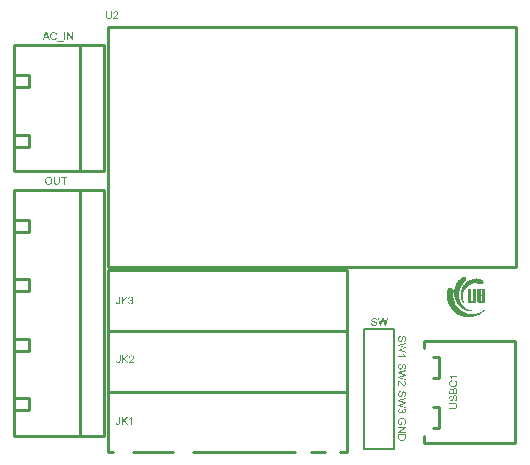
<source format=gto>
G04*
G04 #@! TF.GenerationSoftware,Altium Limited,Altium Designer,23.4.1 (23)*
G04*
G04 Layer_Color=65535*
%FSLAX25Y25*%
%MOIN*%
G70*
G04*
G04 #@! TF.SameCoordinates,8CB6A174-BB40-4334-975E-19112FE07875*
G04*
G04*
G04 #@! TF.FilePolarity,Positive*
G04*
G01*
G75*
%ADD10C,0.00787*%
%ADD11C,0.01000*%
G36*
X154700Y-60750D02*
X154820Y-60760D01*
X154960Y-60780D01*
X155110Y-60800D01*
X155290Y-60830D01*
X155480Y-60870D01*
X155680Y-60930D01*
X155890Y-60990D01*
X156100Y-61060D01*
X156320Y-61150D01*
X156550Y-61250D01*
X156780Y-61370D01*
X157000Y-61500D01*
X157110Y-61840D01*
Y-61850D01*
X157100Y-61880D01*
X157090Y-61920D01*
X157080Y-61980D01*
X157060Y-62050D01*
X157030Y-62120D01*
X156970Y-62280D01*
X156880Y-62450D01*
X156820Y-62520D01*
X156760Y-62590D01*
X156700Y-62650D01*
X156630Y-62690D01*
X156550Y-62720D01*
X156460Y-62730D01*
X156310D01*
X156260Y-62710D01*
X156190Y-62690D01*
X156100Y-62670D01*
X155990Y-62640D01*
X155870Y-62610D01*
X155720Y-62580D01*
X155570Y-62540D01*
X155240Y-62470D01*
X154900Y-62410D01*
X154560Y-62370D01*
X154410Y-62350D01*
X154150D01*
X154100Y-62360D01*
X154030Y-62370D01*
X153950Y-62380D01*
X153860Y-62390D01*
X153650Y-62430D01*
X153420Y-62490D01*
X153160Y-62570D01*
X152870Y-62680D01*
X152570Y-62830D01*
X152260Y-63000D01*
X152100Y-63110D01*
X151950Y-63220D01*
X151790Y-63340D01*
X151630Y-63480D01*
X151470Y-63630D01*
X151310Y-63790D01*
X151160Y-63960D01*
X151010Y-64150D01*
X150860Y-64340D01*
X150720Y-64560D01*
X150580Y-64790D01*
X150450Y-65030D01*
Y-65040D01*
X150430Y-65070D01*
X150420Y-65130D01*
X150390Y-65200D01*
X150360Y-65280D01*
X150330Y-65380D01*
X150300Y-65500D01*
X150270Y-65620D01*
X150200Y-65900D01*
X150140Y-66200D01*
X150100Y-66510D01*
X150080Y-66810D01*
Y-66820D01*
Y-66850D01*
Y-66890D01*
X150090Y-66950D01*
Y-67030D01*
X150110Y-67130D01*
X150120Y-67240D01*
X150140Y-67360D01*
X150170Y-67500D01*
X150200Y-67660D01*
X150240Y-67830D01*
X150280Y-68010D01*
X150340Y-68210D01*
X150400Y-68420D01*
X150480Y-68640D01*
X150560Y-68870D01*
X150830Y-69380D01*
Y-69450D01*
X150800D01*
X150790Y-69440D01*
X150760Y-69420D01*
X150720Y-69370D01*
X150660Y-69310D01*
X150590Y-69230D01*
X150510Y-69130D01*
X150430Y-69010D01*
X150330Y-68870D01*
X150230Y-68710D01*
X150130Y-68530D01*
X150020Y-68320D01*
X149910Y-68090D01*
X149810Y-67830D01*
X149710Y-67550D01*
X149620Y-67240D01*
X149530Y-66910D01*
Y-66900D01*
Y-66860D01*
Y-66810D01*
X149520Y-66730D01*
X149510Y-66620D01*
X149500Y-66500D01*
X149480Y-66360D01*
X149460Y-66190D01*
Y-66180D01*
Y-66150D01*
Y-66090D01*
X149470Y-66020D01*
Y-65930D01*
X149490Y-65810D01*
X149500Y-65690D01*
X149520Y-65540D01*
X149550Y-65380D01*
X149580Y-65200D01*
X149620Y-65000D01*
X149660Y-64790D01*
X149720Y-64570D01*
X149780Y-64340D01*
X149860Y-64090D01*
X149940Y-63830D01*
Y-63820D01*
X149960Y-63790D01*
X149980Y-63740D01*
X150020Y-63670D01*
X150060Y-63580D01*
X150120Y-63480D01*
X150190Y-63360D01*
X150280Y-63230D01*
X150370Y-63090D01*
X150480Y-62930D01*
X150600Y-62770D01*
X150740Y-62590D01*
X150900Y-62410D01*
X151060Y-62230D01*
X151250Y-62040D01*
X151450Y-61840D01*
X151470Y-61830D01*
X151520Y-61790D01*
X151600Y-61740D01*
X151700Y-61670D01*
X151840Y-61590D01*
X152000Y-61500D01*
X152180Y-61400D01*
X152370Y-61300D01*
X152590Y-61200D01*
X152820Y-61110D01*
X153060Y-61020D01*
X153320Y-60940D01*
X153580Y-60870D01*
X153850Y-60820D01*
X154120Y-60780D01*
X154400Y-60770D01*
Y-60760D01*
X154410Y-60750D01*
X154430Y-60740D01*
X154600D01*
X154700Y-60750D01*
D02*
G37*
G36*
X154600Y-64250D02*
X154630Y-64280D01*
X154670Y-64340D01*
Y-68700D01*
Y-68710D01*
X154660Y-68730D01*
X154630Y-68760D01*
X154570Y-68800D01*
X151850D01*
X151830Y-68790D01*
X151800Y-68760D01*
X151760Y-68700D01*
Y-64340D01*
Y-64330D01*
X151770Y-64310D01*
X151800Y-64280D01*
X151860Y-64240D01*
X152830D01*
X152840Y-64250D01*
X152880Y-64280D01*
X152920Y-64340D01*
X152890Y-64510D01*
Y-68390D01*
X153540D01*
Y-64340D01*
Y-64330D01*
X153550Y-64310D01*
X153580Y-64280D01*
X153640Y-64240D01*
X154580D01*
X154600Y-64250D01*
D02*
G37*
G36*
X157060Y-64280D02*
X157140Y-64290D01*
X157250Y-64320D01*
X157350Y-64360D01*
X157430Y-64430D01*
X157500Y-64520D01*
X157510Y-64580D01*
X157520Y-64650D01*
Y-68660D01*
Y-68670D01*
X157510Y-68690D01*
X157480Y-68730D01*
X157420Y-68770D01*
X155140D01*
X155120Y-68760D01*
X155090Y-68720D01*
X155070Y-68700D01*
X155050Y-68660D01*
Y-64340D01*
Y-64330D01*
X155060Y-64300D01*
X155080Y-64280D01*
X155120Y-64270D01*
X156990D01*
X157060Y-64280D01*
D02*
G37*
G36*
X150620Y-60130D02*
X150720Y-60160D01*
X150850Y-60220D01*
X150920Y-60260D01*
X150990Y-60310D01*
X151060Y-60380D01*
X151120Y-60450D01*
X151190Y-60540D01*
X151250Y-60650D01*
X151300Y-60770D01*
X151350Y-60910D01*
Y-61190D01*
Y-61210D01*
X151330Y-61260D01*
X151300Y-61340D01*
X151270Y-61400D01*
X151230Y-61460D01*
X151170Y-61540D01*
X151110Y-61620D01*
X151030Y-61710D01*
X150930Y-61810D01*
X150810Y-61930D01*
X150680Y-62050D01*
X150530Y-62180D01*
X150350Y-62320D01*
X150330Y-62340D01*
X150290Y-62400D01*
X150210Y-62490D01*
X150110Y-62610D01*
X150000Y-62770D01*
X149870Y-62960D01*
X149740Y-63180D01*
X149600Y-63430D01*
X149450Y-63700D01*
X149320Y-64000D01*
X149190Y-64330D01*
X149080Y-64670D01*
X148980Y-65030D01*
X148910Y-65420D01*
X148860Y-65810D01*
X148840Y-66230D01*
Y-66240D01*
Y-66260D01*
Y-66300D01*
X148850Y-66350D01*
Y-66420D01*
X148860Y-66500D01*
X148870Y-66590D01*
X148880Y-66690D01*
X148900Y-66810D01*
X148920Y-66930D01*
X148980Y-67210D01*
X149060Y-67520D01*
X149170Y-67850D01*
X149310Y-68210D01*
X149480Y-68580D01*
X149590Y-68770D01*
X149700Y-68970D01*
X149820Y-69160D01*
X149950Y-69360D01*
X150100Y-69550D01*
X150260Y-69750D01*
X150430Y-69940D01*
X150610Y-70130D01*
X150810Y-70320D01*
X151020Y-70500D01*
X151240Y-70680D01*
X151480Y-70860D01*
X151500Y-70870D01*
X151540Y-70890D01*
X151610Y-70920D01*
X151700Y-70960D01*
X151820Y-71000D01*
X151950Y-71060D01*
X152100Y-71110D01*
X152270Y-71170D01*
X152450Y-71230D01*
X152630Y-71280D01*
X153030Y-71380D01*
X153240Y-71420D01*
X153440Y-71450D01*
X153650Y-71470D01*
X153850Y-71480D01*
X153860D01*
X153900Y-71500D01*
X153960Y-71510D01*
X154030Y-71530D01*
X154190Y-71560D01*
X154260Y-71580D01*
X154330D01*
Y-71650D01*
X153230Y-71750D01*
X152900D01*
X152830Y-71740D01*
X152740D01*
X152620Y-71720D01*
X152480Y-71710D01*
X152320Y-71680D01*
X152140Y-71650D01*
X151950Y-71600D01*
X151730Y-71550D01*
X151500Y-71480D01*
X151260Y-71400D01*
X151010Y-71310D01*
X150740Y-71200D01*
X150460Y-71070D01*
X150180Y-70930D01*
X150170Y-70920D01*
X150130Y-70900D01*
X150080Y-70860D01*
X150000Y-70810D01*
X149910Y-70740D01*
X149810Y-70660D01*
X149690Y-70560D01*
X149550Y-70450D01*
X149410Y-70320D01*
X149260Y-70170D01*
X149110Y-70010D01*
X148940Y-69840D01*
X148780Y-69640D01*
X148620Y-69440D01*
X148450Y-69210D01*
X148290Y-68970D01*
X148280Y-68950D01*
X148250Y-68900D01*
X148200Y-68820D01*
X148140Y-68710D01*
X148060Y-68570D01*
X147980Y-68400D01*
X147890Y-68210D01*
X147800Y-67990D01*
X147700Y-67750D01*
X147610Y-67490D01*
X147530Y-67210D01*
X147460Y-66920D01*
X147390Y-66600D01*
X147340Y-66270D01*
X147310Y-65930D01*
X147300Y-65580D01*
Y-65100D01*
Y-65090D01*
Y-65080D01*
Y-65050D01*
Y-65010D01*
X147310Y-64910D01*
X147320Y-64770D01*
X147340Y-64600D01*
X147370Y-64390D01*
X147420Y-64170D01*
X147480Y-63910D01*
X147550Y-63640D01*
X147640Y-63350D01*
X147760Y-63050D01*
X147890Y-62730D01*
X148050Y-62410D01*
X148240Y-62080D01*
X148450Y-61760D01*
X148700Y-61430D01*
X148710Y-61410D01*
X148750Y-61370D01*
X148820Y-61310D01*
X148900Y-61220D01*
X149010Y-61130D01*
X149120Y-61020D01*
X149250Y-60900D01*
X149390Y-60770D01*
X149690Y-60530D01*
X149840Y-60420D01*
X149990Y-60320D01*
X150140Y-60240D01*
X150280Y-60180D01*
X150400Y-60130D01*
X150520Y-60120D01*
X150580D01*
X150620Y-60130D01*
D02*
G37*
G36*
X146110Y-63870D02*
X146160Y-63880D01*
X146230Y-63900D01*
X146310Y-63930D01*
X146400Y-63960D01*
X146600Y-64060D01*
X146700Y-64120D01*
X146790Y-64190D01*
X146880Y-64270D01*
X146960Y-64370D01*
X147030Y-64480D01*
X147080Y-64600D01*
X147120Y-64740D01*
X147130Y-64890D01*
X146960Y-66330D01*
Y-66340D01*
Y-66360D01*
Y-66390D01*
Y-66430D01*
X146970Y-66490D01*
Y-66560D01*
X146980Y-66640D01*
X146990Y-66730D01*
X147020Y-66940D01*
X147060Y-67180D01*
X147110Y-67460D01*
X147190Y-67760D01*
X147280Y-68090D01*
X147400Y-68440D01*
X147550Y-68810D01*
X147720Y-69190D01*
X147930Y-69580D01*
X148170Y-69970D01*
X148450Y-70370D01*
X148610Y-70560D01*
X148770Y-70760D01*
X148780Y-70770D01*
X148790Y-70780D01*
X148820Y-70810D01*
X148860Y-70840D01*
X148910Y-70880D01*
X148980Y-70930D01*
X149050Y-70990D01*
X149130Y-71050D01*
X149320Y-71200D01*
X149550Y-71350D01*
X149810Y-71520D01*
X150110Y-71700D01*
X150440Y-71880D01*
X150790Y-72040D01*
X151170Y-72200D01*
X151570Y-72350D01*
X152000Y-72470D01*
X152440Y-72560D01*
X152900Y-72620D01*
X153130Y-72630D01*
X153370Y-72640D01*
X153470D01*
X153530Y-72630D01*
X153590D01*
X153670Y-72620D01*
X153750Y-72610D01*
X153960Y-72580D01*
X154200Y-72540D01*
X154470Y-72480D01*
X154770Y-72400D01*
X155100Y-72290D01*
X155460Y-72160D01*
X155830Y-72010D01*
X156220Y-71820D01*
X156630Y-71590D01*
X156840Y-71470D01*
X157050Y-71330D01*
X157260Y-71190D01*
X157470Y-71030D01*
X157680Y-70870D01*
X157900Y-70690D01*
X157970Y-70720D01*
X157960Y-70740D01*
X157930Y-70780D01*
X157880Y-70850D01*
X157810Y-70950D01*
X157720Y-71060D01*
X157610Y-71200D01*
X157470Y-71350D01*
X157320Y-71510D01*
X157140Y-71690D01*
X156940Y-71870D01*
X156720Y-72050D01*
X156470Y-72240D01*
X156200Y-72420D01*
X155910Y-72610D01*
X155600Y-72780D01*
X155260Y-72950D01*
X155240Y-72960D01*
X155190Y-72980D01*
X155100Y-73020D01*
X154980Y-73070D01*
X154840Y-73120D01*
X154660Y-73190D01*
X154470Y-73250D01*
X154250Y-73320D01*
X154020Y-73390D01*
X153770Y-73460D01*
X153510Y-73530D01*
X153230Y-73580D01*
X152950Y-73630D01*
X152660Y-73670D01*
X152360Y-73690D01*
X152070Y-73700D01*
X151970D01*
X151920Y-73690D01*
X151790D01*
X151700Y-73680D01*
X151510Y-73660D01*
X151290Y-73630D01*
X151030Y-73590D01*
X150750Y-73540D01*
X150450Y-73480D01*
X150130Y-73390D01*
X149790Y-73290D01*
X149440Y-73170D01*
X149080Y-73020D01*
X148710Y-72860D01*
X148350Y-72660D01*
X147980Y-72440D01*
X147970Y-72430D01*
X147940Y-72410D01*
X147900Y-72380D01*
X147840Y-72330D01*
X147770Y-72270D01*
X147690Y-72200D01*
X147590Y-72110D01*
X147480Y-72010D01*
X147370Y-71900D01*
X147240Y-71780D01*
X147110Y-71640D01*
X146970Y-71500D01*
X146830Y-71340D01*
X146690Y-71170D01*
X146540Y-70990D01*
X146390Y-70800D01*
X146240Y-70600D01*
X146090Y-70390D01*
X145810Y-69940D01*
X145540Y-69460D01*
X145300Y-68940D01*
X145190Y-68670D01*
X145090Y-68380D01*
X145010Y-68090D01*
X144940Y-67800D01*
X144880Y-67490D01*
X144840Y-67180D01*
X144810Y-66860D01*
X144800Y-66540D01*
Y-66530D01*
Y-66520D01*
Y-66460D01*
Y-66370D01*
X144810Y-66250D01*
X144820Y-66100D01*
X144830Y-65940D01*
X144850Y-65750D01*
X144870Y-65550D01*
X144930Y-65140D01*
X145030Y-64730D01*
X145090Y-64530D01*
X145160Y-64340D01*
X145250Y-64180D01*
X145340Y-64030D01*
X145620Y-63860D01*
X146070D01*
X146110Y-63870D01*
D02*
G37*
G36*
X129948Y-107302D02*
X129976D01*
X130010Y-107304D01*
X130048Y-107308D01*
X130092Y-107314D01*
X130140Y-107320D01*
X130192Y-107328D01*
X130248Y-107338D01*
X130306Y-107350D01*
X130366Y-107366D01*
X130428Y-107384D01*
X130488Y-107404D01*
X130550Y-107428D01*
X130612Y-107456D01*
X130616Y-107458D01*
X130626Y-107464D01*
X130644Y-107472D01*
X130666Y-107486D01*
X130692Y-107502D01*
X130722Y-107520D01*
X130758Y-107544D01*
X130794Y-107570D01*
X130832Y-107600D01*
X130872Y-107634D01*
X130912Y-107672D01*
X130952Y-107712D01*
X130990Y-107756D01*
X131028Y-107802D01*
X131062Y-107852D01*
X131094Y-107906D01*
X131096Y-107910D01*
X131100Y-107920D01*
X131108Y-107936D01*
X131118Y-107958D01*
X131130Y-107986D01*
X131144Y-108020D01*
X131158Y-108058D01*
X131174Y-108100D01*
X131188Y-108148D01*
X131202Y-108200D01*
X131216Y-108256D01*
X131228Y-108316D01*
X131238Y-108378D01*
X131246Y-108444D01*
X131250Y-108512D01*
X131252Y-108582D01*
Y-108610D01*
X131250Y-108630D01*
Y-108654D01*
X131248Y-108682D01*
X131244Y-108714D01*
X131240Y-108750D01*
X131236Y-108786D01*
X131230Y-108826D01*
X131214Y-108912D01*
X131190Y-108998D01*
X131176Y-109042D01*
X131160Y-109084D01*
Y-109086D01*
X131156Y-109094D01*
X131150Y-109106D01*
X131144Y-109122D01*
X131134Y-109140D01*
X131124Y-109162D01*
X131110Y-109186D01*
X131094Y-109212D01*
X131058Y-109268D01*
X131016Y-109328D01*
X130966Y-109384D01*
X130938Y-109412D01*
X130908Y-109436D01*
X130906Y-109438D01*
X130900Y-109442D01*
X130892Y-109448D01*
X130880Y-109458D01*
X130864Y-109468D01*
X130844Y-109480D01*
X130822Y-109494D01*
X130796Y-109508D01*
X130768Y-109524D01*
X130736Y-109540D01*
X130702Y-109556D01*
X130664Y-109572D01*
X130624Y-109588D01*
X130582Y-109602D01*
X130538Y-109618D01*
X130490Y-109630D01*
X130406Y-109324D01*
X130408D01*
X130414Y-109322D01*
X130424Y-109318D01*
X130438Y-109314D01*
X130454Y-109308D01*
X130474Y-109302D01*
X130496Y-109294D01*
X130518Y-109286D01*
X130568Y-109264D01*
X130618Y-109240D01*
X130668Y-109212D01*
X130714Y-109182D01*
X130716D01*
X130720Y-109178D01*
X130724Y-109174D01*
X130732Y-109166D01*
X130754Y-109146D01*
X130778Y-109120D01*
X130808Y-109084D01*
X130838Y-109042D01*
X130866Y-108992D01*
X130894Y-108936D01*
Y-108934D01*
X130896Y-108928D01*
X130900Y-108920D01*
X130904Y-108908D01*
X130910Y-108894D01*
X130916Y-108876D01*
X130922Y-108856D01*
X130928Y-108832D01*
X130934Y-108808D01*
X130940Y-108780D01*
X130952Y-108720D01*
X130960Y-108654D01*
X130962Y-108584D01*
Y-108562D01*
X130960Y-108546D01*
Y-108526D01*
X130958Y-108502D01*
X130956Y-108476D01*
X130954Y-108446D01*
X130944Y-108384D01*
X130932Y-108316D01*
X130914Y-108248D01*
X130890Y-108182D01*
Y-108180D01*
X130886Y-108174D01*
X130882Y-108166D01*
X130878Y-108154D01*
X130870Y-108140D01*
X130862Y-108122D01*
X130840Y-108084D01*
X130814Y-108040D01*
X130782Y-107994D01*
X130746Y-107950D01*
X130704Y-107908D01*
X130702Y-107906D01*
X130698Y-107904D01*
X130692Y-107898D01*
X130684Y-107890D01*
X130672Y-107882D01*
X130660Y-107872D01*
X130628Y-107848D01*
X130592Y-107822D01*
X130548Y-107796D01*
X130500Y-107770D01*
X130450Y-107746D01*
X130448Y-107744D01*
X130440Y-107742D01*
X130426Y-107738D01*
X130408Y-107732D01*
X130386Y-107724D01*
X130360Y-107716D01*
X130330Y-107708D01*
X130296Y-107698D01*
X130260Y-107690D01*
X130220Y-107680D01*
X130176Y-107672D01*
X130132Y-107666D01*
X130084Y-107658D01*
X130036Y-107654D01*
X129986Y-107652D01*
X129934Y-107650D01*
X129930D01*
X129918D01*
X129900D01*
X129876Y-107652D01*
X129848Y-107654D01*
X129812Y-107656D01*
X129774Y-107660D01*
X129734Y-107664D01*
X129688Y-107670D01*
X129642Y-107678D01*
X129594Y-107688D01*
X129546Y-107700D01*
X129498Y-107712D01*
X129450Y-107728D01*
X129402Y-107746D01*
X129358Y-107766D01*
X129356Y-107768D01*
X129348Y-107772D01*
X129336Y-107778D01*
X129320Y-107788D01*
X129302Y-107800D01*
X129280Y-107816D01*
X129256Y-107832D01*
X129230Y-107854D01*
X129202Y-107876D01*
X129174Y-107902D01*
X129146Y-107930D01*
X129116Y-107960D01*
X129090Y-107994D01*
X129062Y-108030D01*
X129038Y-108068D01*
X129016Y-108110D01*
X129014Y-108112D01*
X129012Y-108120D01*
X129006Y-108132D01*
X128998Y-108150D01*
X128990Y-108170D01*
X128982Y-108194D01*
X128972Y-108224D01*
X128962Y-108254D01*
X128950Y-108290D01*
X128940Y-108326D01*
X128932Y-108366D01*
X128924Y-108408D01*
X128910Y-108496D01*
X128908Y-108542D01*
X128906Y-108590D01*
Y-108612D01*
X128908Y-108628D01*
Y-108648D01*
X128910Y-108670D01*
X128914Y-108696D01*
X128916Y-108726D01*
X128922Y-108758D01*
X128926Y-108792D01*
X128942Y-108864D01*
X128962Y-108940D01*
X128990Y-109018D01*
X128992Y-109020D01*
X128994Y-109028D01*
X128998Y-109038D01*
X129004Y-109052D01*
X129012Y-109070D01*
X129022Y-109090D01*
X129032Y-109112D01*
X129044Y-109136D01*
X129070Y-109188D01*
X129102Y-109242D01*
X129134Y-109292D01*
X129152Y-109316D01*
X129170Y-109338D01*
X129648D01*
Y-108586D01*
X129950D01*
Y-109670D01*
X128998D01*
X128996Y-109668D01*
X128990Y-109658D01*
X128980Y-109646D01*
X128966Y-109626D01*
X128950Y-109604D01*
X128930Y-109576D01*
X128910Y-109546D01*
X128886Y-109512D01*
X128862Y-109474D01*
X128838Y-109434D01*
X128814Y-109392D01*
X128788Y-109346D01*
X128742Y-109252D01*
X128720Y-109204D01*
X128700Y-109154D01*
X128698Y-109152D01*
X128696Y-109142D01*
X128690Y-109128D01*
X128684Y-109108D01*
X128676Y-109084D01*
X128668Y-109056D01*
X128660Y-109022D01*
X128650Y-108986D01*
X128640Y-108946D01*
X128632Y-108904D01*
X128624Y-108858D01*
X128616Y-108812D01*
X128604Y-108712D01*
X128602Y-108660D01*
X128600Y-108608D01*
Y-108592D01*
X128602Y-108572D01*
Y-108544D01*
X128604Y-108510D01*
X128608Y-108472D01*
X128614Y-108428D01*
X128620Y-108380D01*
X128628Y-108328D01*
X128640Y-108274D01*
X128652Y-108218D01*
X128668Y-108160D01*
X128686Y-108100D01*
X128708Y-108040D01*
X128732Y-107980D01*
X128760Y-107922D01*
X128762Y-107918D01*
X128768Y-107908D01*
X128778Y-107892D01*
X128790Y-107872D01*
X128806Y-107846D01*
X128828Y-107816D01*
X128852Y-107784D01*
X128880Y-107748D01*
X128910Y-107712D01*
X128946Y-107672D01*
X128984Y-107634D01*
X129026Y-107596D01*
X129072Y-107558D01*
X129120Y-107522D01*
X129172Y-107488D01*
X129228Y-107456D01*
X129232Y-107454D01*
X129242Y-107450D01*
X129258Y-107442D01*
X129282Y-107432D01*
X129310Y-107420D01*
X129344Y-107406D01*
X129384Y-107392D01*
X129428Y-107378D01*
X129476Y-107364D01*
X129530Y-107350D01*
X129586Y-107336D01*
X129646Y-107324D01*
X129708Y-107314D01*
X129774Y-107306D01*
X129842Y-107302D01*
X129912Y-107300D01*
X129914D01*
X129916D01*
X129922D01*
X129928D01*
X129948Y-107302D01*
D02*
G37*
G36*
X131208Y-110514D02*
X129194Y-111860D01*
X131208D01*
Y-112186D01*
X128644D01*
Y-111836D01*
X130656Y-110492D01*
X128644D01*
Y-110166D01*
X131208D01*
Y-110514D01*
D02*
G37*
G36*
Y-113688D02*
X131206Y-113712D01*
Y-113742D01*
X131204Y-113774D01*
Y-113808D01*
X131198Y-113882D01*
X131192Y-113958D01*
X131188Y-113994D01*
X131182Y-114030D01*
X131176Y-114064D01*
X131170Y-114094D01*
Y-114096D01*
X131168Y-114104D01*
X131164Y-114116D01*
X131160Y-114132D01*
X131154Y-114150D01*
X131148Y-114172D01*
X131138Y-114198D01*
X131128Y-114224D01*
X131104Y-114284D01*
X131072Y-114346D01*
X131032Y-114410D01*
X130986Y-114470D01*
X130984Y-114472D01*
X130978Y-114480D01*
X130968Y-114490D01*
X130956Y-114504D01*
X130938Y-114520D01*
X130918Y-114540D01*
X130894Y-114562D01*
X130868Y-114584D01*
X130838Y-114608D01*
X130804Y-114634D01*
X130768Y-114660D01*
X130730Y-114684D01*
X130688Y-114708D01*
X130644Y-114732D01*
X130598Y-114754D01*
X130548Y-114774D01*
X130544Y-114776D01*
X130536Y-114778D01*
X130522Y-114784D01*
X130502Y-114790D01*
X130476Y-114798D01*
X130446Y-114806D01*
X130412Y-114816D01*
X130372Y-114826D01*
X130330Y-114834D01*
X130282Y-114844D01*
X130232Y-114852D01*
X130180Y-114860D01*
X130124Y-114866D01*
X130064Y-114872D01*
X130004Y-114874D01*
X129940Y-114876D01*
X129936D01*
X129926D01*
X129912D01*
X129890Y-114874D01*
X129864D01*
X129836Y-114872D01*
X129802Y-114870D01*
X129764Y-114868D01*
X129726Y-114864D01*
X129684Y-114858D01*
X129596Y-114846D01*
X129508Y-114830D01*
X129420Y-114806D01*
X129418D01*
X129410Y-114802D01*
X129398Y-114800D01*
X129382Y-114794D01*
X129364Y-114788D01*
X129342Y-114778D01*
X129316Y-114770D01*
X129290Y-114758D01*
X129230Y-114734D01*
X129168Y-114704D01*
X129106Y-114670D01*
X129048Y-114632D01*
X129046Y-114630D01*
X129042Y-114628D01*
X129034Y-114622D01*
X129024Y-114614D01*
X129012Y-114604D01*
X128996Y-114592D01*
X128964Y-114564D01*
X128926Y-114528D01*
X128886Y-114488D01*
X128848Y-114444D01*
X128814Y-114398D01*
Y-114396D01*
X128810Y-114392D01*
X128806Y-114386D01*
X128800Y-114376D01*
X128794Y-114364D01*
X128786Y-114348D01*
X128776Y-114332D01*
X128766Y-114312D01*
X128756Y-114292D01*
X128746Y-114268D01*
X128724Y-114216D01*
X128704Y-114156D01*
X128686Y-114092D01*
Y-114090D01*
X128684Y-114084D01*
X128682Y-114074D01*
X128680Y-114060D01*
X128676Y-114044D01*
X128672Y-114022D01*
X128668Y-114000D01*
X128666Y-113974D01*
X128662Y-113944D01*
X128658Y-113912D01*
X128654Y-113878D01*
X128650Y-113842D01*
X128646Y-113764D01*
X128644Y-113680D01*
Y-112756D01*
X131208D01*
Y-113688D01*
D02*
G37*
G36*
X129496Y-98620D02*
X129494D01*
X129488Y-98622D01*
X129478D01*
X129464Y-98624D01*
X129448Y-98628D01*
X129428Y-98632D01*
X129406Y-98636D01*
X129384Y-98642D01*
X129334Y-98656D01*
X129280Y-98674D01*
X129228Y-98696D01*
X129178Y-98724D01*
X129176Y-98726D01*
X129172Y-98728D01*
X129166Y-98732D01*
X129158Y-98740D01*
X129146Y-98748D01*
X129134Y-98760D01*
X129122Y-98772D01*
X129106Y-98788D01*
X129090Y-98804D01*
X129074Y-98824D01*
X129058Y-98846D01*
X129042Y-98868D01*
X129024Y-98894D01*
X129008Y-98922D01*
X128992Y-98950D01*
X128978Y-98982D01*
Y-98984D01*
X128974Y-98990D01*
X128972Y-99000D01*
X128966Y-99012D01*
X128960Y-99030D01*
X128954Y-99050D01*
X128948Y-99072D01*
X128940Y-99098D01*
X128932Y-99126D01*
X128926Y-99156D01*
X128920Y-99188D01*
X128914Y-99222D01*
X128906Y-99296D01*
X128902Y-99376D01*
Y-99408D01*
X128904Y-99426D01*
X128906Y-99446D01*
Y-99468D01*
X128910Y-99492D01*
X128916Y-99544D01*
X128926Y-99602D01*
X128940Y-99660D01*
X128960Y-99718D01*
Y-99720D01*
X128962Y-99724D01*
X128966Y-99732D01*
X128970Y-99742D01*
X128976Y-99756D01*
X128984Y-99770D01*
X129002Y-99802D01*
X129024Y-99838D01*
X129052Y-99876D01*
X129082Y-99910D01*
X129118Y-99940D01*
X129120D01*
X129122Y-99944D01*
X129128Y-99946D01*
X129136Y-99952D01*
X129156Y-99964D01*
X129184Y-99978D01*
X129216Y-99990D01*
X129254Y-100002D01*
X129294Y-100010D01*
X129338Y-100014D01*
X129340D01*
X129344D01*
X129350D01*
X129358Y-100012D01*
X129380Y-100010D01*
X129410Y-100006D01*
X129442Y-99996D01*
X129478Y-99984D01*
X129514Y-99966D01*
X129548Y-99942D01*
X129550D01*
X129552Y-99938D01*
X129564Y-99928D01*
X129580Y-99912D01*
X129600Y-99886D01*
X129624Y-99854D01*
X129638Y-99836D01*
X129650Y-99814D01*
X129664Y-99792D01*
X129676Y-99766D01*
X129688Y-99740D01*
X129700Y-99710D01*
Y-99708D01*
X129702Y-99704D01*
X129704Y-99698D01*
X129708Y-99688D01*
X129712Y-99676D01*
X129718Y-99660D01*
X129724Y-99638D01*
X129730Y-99614D01*
X129738Y-99586D01*
X129748Y-99554D01*
X129758Y-99516D01*
X129770Y-99474D01*
X129782Y-99428D01*
X129794Y-99376D01*
X129808Y-99318D01*
X129824Y-99254D01*
X129826Y-99250D01*
X129828Y-99238D01*
X129832Y-99220D01*
X129838Y-99196D01*
X129846Y-99168D01*
X129856Y-99134D01*
X129866Y-99098D01*
X129876Y-99060D01*
X129902Y-98978D01*
X129928Y-98896D01*
X129942Y-98856D01*
X129958Y-98820D01*
X129972Y-98788D01*
X129986Y-98758D01*
X129988Y-98756D01*
X129990Y-98750D01*
X129996Y-98740D01*
X130004Y-98728D01*
X130012Y-98712D01*
X130024Y-98696D01*
X130052Y-98654D01*
X130086Y-98610D01*
X130126Y-98564D01*
X130174Y-98522D01*
X130198Y-98502D01*
X130224Y-98484D01*
X130226D01*
X130230Y-98480D01*
X130238Y-98476D01*
X130250Y-98470D01*
X130262Y-98464D01*
X130278Y-98456D01*
X130298Y-98448D01*
X130318Y-98440D01*
X130340Y-98432D01*
X130366Y-98424D01*
X130420Y-98410D01*
X130480Y-98400D01*
X130512Y-98398D01*
X130544Y-98396D01*
X130546D01*
X130552D01*
X130564D01*
X130578Y-98398D01*
X130594Y-98400D01*
X130614Y-98402D01*
X130638Y-98406D01*
X130662Y-98410D01*
X130718Y-98422D01*
X130778Y-98442D01*
X130810Y-98456D01*
X130842Y-98470D01*
X130874Y-98486D01*
X130906Y-98506D01*
X130908Y-98508D01*
X130914Y-98512D01*
X130922Y-98518D01*
X130934Y-98526D01*
X130948Y-98538D01*
X130964Y-98552D01*
X130982Y-98568D01*
X131002Y-98588D01*
X131022Y-98610D01*
X131044Y-98634D01*
X131066Y-98660D01*
X131086Y-98688D01*
X131108Y-98720D01*
X131128Y-98754D01*
X131146Y-98790D01*
X131164Y-98828D01*
X131166Y-98830D01*
X131168Y-98838D01*
X131172Y-98850D01*
X131178Y-98866D01*
X131184Y-98886D01*
X131192Y-98908D01*
X131200Y-98936D01*
X131208Y-98966D01*
X131216Y-99000D01*
X131224Y-99036D01*
X131232Y-99074D01*
X131238Y-99116D01*
X131244Y-99158D01*
X131248Y-99204D01*
X131252Y-99250D01*
Y-99326D01*
X131250Y-99346D01*
Y-99372D01*
X131248Y-99400D01*
X131244Y-99432D01*
X131240Y-99468D01*
X131236Y-99506D01*
X131230Y-99546D01*
X131214Y-99632D01*
X131190Y-99718D01*
X131176Y-99760D01*
X131160Y-99802D01*
X131158Y-99804D01*
X131156Y-99812D01*
X131150Y-99822D01*
X131142Y-99838D01*
X131134Y-99856D01*
X131122Y-99878D01*
X131108Y-99900D01*
X131092Y-99926D01*
X131074Y-99952D01*
X131054Y-99980D01*
X131030Y-100008D01*
X131006Y-100034D01*
X130980Y-100062D01*
X130952Y-100088D01*
X130920Y-100114D01*
X130888Y-100136D01*
X130886Y-100138D01*
X130880Y-100142D01*
X130870Y-100148D01*
X130856Y-100154D01*
X130840Y-100164D01*
X130820Y-100174D01*
X130796Y-100184D01*
X130772Y-100196D01*
X130742Y-100208D01*
X130712Y-100220D01*
X130678Y-100230D01*
X130644Y-100240D01*
X130568Y-100256D01*
X130528Y-100260D01*
X130486Y-100264D01*
X130462Y-99938D01*
X130464D01*
X130472Y-99936D01*
X130486Y-99934D01*
X130502Y-99932D01*
X130522Y-99926D01*
X130546Y-99922D01*
X130570Y-99914D01*
X130598Y-99906D01*
X130628Y-99894D01*
X130658Y-99882D01*
X130688Y-99868D01*
X130718Y-99850D01*
X130748Y-99832D01*
X130776Y-99810D01*
X130804Y-99786D01*
X130828Y-99758D01*
X130830Y-99756D01*
X130834Y-99752D01*
X130840Y-99742D01*
X130848Y-99730D01*
X130858Y-99714D01*
X130868Y-99694D01*
X130880Y-99672D01*
X130892Y-99646D01*
X130902Y-99616D01*
X130914Y-99584D01*
X130924Y-99546D01*
X130934Y-99506D01*
X130942Y-99464D01*
X130948Y-99416D01*
X130952Y-99366D01*
X130954Y-99312D01*
Y-99282D01*
X130952Y-99262D01*
X130950Y-99236D01*
X130948Y-99208D01*
X130944Y-99174D01*
X130940Y-99140D01*
X130926Y-99066D01*
X130918Y-99030D01*
X130906Y-98992D01*
X130892Y-98956D01*
X130878Y-98922D01*
X130860Y-98890D01*
X130840Y-98862D01*
X130838Y-98860D01*
X130834Y-98856D01*
X130828Y-98850D01*
X130820Y-98840D01*
X130808Y-98830D01*
X130796Y-98818D01*
X130780Y-98806D01*
X130764Y-98792D01*
X130724Y-98766D01*
X130678Y-98744D01*
X130652Y-98734D01*
X130626Y-98728D01*
X130598Y-98724D01*
X130568Y-98722D01*
X130566D01*
X130562D01*
X130554D01*
X130546Y-98724D01*
X130534Y-98726D01*
X130520Y-98728D01*
X130488Y-98734D01*
X130452Y-98746D01*
X130414Y-98764D01*
X130394Y-98774D01*
X130376Y-98788D01*
X130358Y-98802D01*
X130340Y-98820D01*
Y-98822D01*
X130336Y-98826D01*
X130332Y-98832D01*
X130324Y-98842D01*
X130316Y-98856D01*
X130306Y-98874D01*
X130296Y-98896D01*
X130284Y-98922D01*
X130270Y-98954D01*
X130256Y-98990D01*
X130240Y-99032D01*
X130224Y-99080D01*
X130208Y-99132D01*
X130190Y-99194D01*
X130174Y-99260D01*
X130156Y-99334D01*
Y-99336D01*
X130154Y-99338D01*
Y-99344D01*
X130152Y-99352D01*
X130146Y-99374D01*
X130140Y-99402D01*
X130132Y-99434D01*
X130122Y-99474D01*
X130112Y-99516D01*
X130100Y-99560D01*
X130074Y-99654D01*
X130062Y-99702D01*
X130048Y-99748D01*
X130034Y-99792D01*
X130020Y-99834D01*
X130006Y-99870D01*
X129992Y-99902D01*
X129990Y-99904D01*
X129988Y-99912D01*
X129982Y-99924D01*
X129974Y-99938D01*
X129964Y-99958D01*
X129952Y-99978D01*
X129938Y-100002D01*
X129922Y-100028D01*
X129884Y-100082D01*
X129840Y-100136D01*
X129788Y-100188D01*
X129762Y-100210D01*
X129732Y-100232D01*
X129730Y-100234D01*
X129724Y-100236D01*
X129716Y-100242D01*
X129704Y-100248D01*
X129690Y-100258D01*
X129672Y-100266D01*
X129650Y-100276D01*
X129628Y-100286D01*
X129602Y-100296D01*
X129574Y-100306D01*
X129544Y-100316D01*
X129512Y-100324D01*
X129442Y-100336D01*
X129404Y-100338D01*
X129366Y-100340D01*
X129364D01*
X129356D01*
X129346D01*
X129332Y-100338D01*
X129314Y-100336D01*
X129292Y-100334D01*
X129268Y-100330D01*
X129242Y-100326D01*
X129212Y-100320D01*
X129182Y-100312D01*
X129150Y-100302D01*
X129118Y-100290D01*
X129084Y-100276D01*
X129048Y-100262D01*
X129014Y-100242D01*
X128980Y-100222D01*
X128978Y-100220D01*
X128972Y-100216D01*
X128962Y-100210D01*
X128950Y-100200D01*
X128936Y-100188D01*
X128918Y-100174D01*
X128898Y-100156D01*
X128878Y-100136D01*
X128856Y-100112D01*
X128832Y-100088D01*
X128810Y-100060D01*
X128786Y-100030D01*
X128764Y-99996D01*
X128740Y-99962D01*
X128720Y-99924D01*
X128700Y-99884D01*
X128698Y-99882D01*
X128696Y-99874D01*
X128690Y-99862D01*
X128684Y-99846D01*
X128676Y-99826D01*
X128668Y-99800D01*
X128660Y-99772D01*
X128650Y-99740D01*
X128640Y-99706D01*
X128632Y-99668D01*
X128624Y-99628D01*
X128616Y-99584D01*
X128610Y-99540D01*
X128604Y-99492D01*
X128602Y-99442D01*
X128600Y-99392D01*
Y-99358D01*
X128602Y-99334D01*
X128604Y-99304D01*
X128606Y-99270D01*
X128608Y-99230D01*
X128612Y-99188D01*
X128618Y-99144D01*
X128624Y-99096D01*
X128642Y-98998D01*
X128654Y-98950D01*
X128668Y-98900D01*
X128682Y-98854D01*
X128700Y-98808D01*
X128702Y-98806D01*
X128704Y-98798D01*
X128710Y-98786D01*
X128720Y-98770D01*
X128730Y-98750D01*
X128744Y-98726D01*
X128758Y-98702D01*
X128776Y-98674D01*
X128796Y-98646D01*
X128820Y-98616D01*
X128844Y-98584D01*
X128872Y-98554D01*
X128902Y-98524D01*
X128934Y-98494D01*
X128970Y-98466D01*
X129006Y-98440D01*
X129008Y-98438D01*
X129016Y-98434D01*
X129026Y-98428D01*
X129042Y-98420D01*
X129062Y-98408D01*
X129084Y-98398D01*
X129110Y-98386D01*
X129140Y-98372D01*
X129174Y-98360D01*
X129208Y-98346D01*
X129246Y-98336D01*
X129288Y-98324D01*
X129330Y-98316D01*
X129374Y-98308D01*
X129420Y-98302D01*
X129468Y-98300D01*
X129496Y-98620D01*
D02*
G37*
G36*
X131208Y-100918D02*
X129526Y-101310D01*
X129524D01*
X129514Y-101312D01*
X129500Y-101316D01*
X129480Y-101320D01*
X129456Y-101326D01*
X129428Y-101332D01*
X129396Y-101340D01*
X129362Y-101348D01*
X129324Y-101356D01*
X129282Y-101364D01*
X129238Y-101374D01*
X129194Y-101382D01*
X129100Y-101400D01*
X129002Y-101418D01*
X129004D01*
X129006Y-101420D01*
X129012D01*
X129020Y-101422D01*
X129040Y-101428D01*
X129068Y-101434D01*
X129100Y-101442D01*
X129136Y-101450D01*
X129174Y-101460D01*
X129214Y-101470D01*
X129298Y-101488D01*
X129338Y-101498D01*
X129374Y-101508D01*
X129408Y-101516D01*
X129436Y-101522D01*
X129458Y-101528D01*
X129468Y-101530D01*
X129474Y-101532D01*
X131208Y-102020D01*
Y-102430D01*
X129908Y-102796D01*
X129906D01*
X129902Y-102798D01*
X129896Y-102800D01*
X129886Y-102802D01*
X129874Y-102806D01*
X129860Y-102810D01*
X129844Y-102814D01*
X129826Y-102818D01*
X129806Y-102824D01*
X129784Y-102830D01*
X129734Y-102842D01*
X129676Y-102856D01*
X129614Y-102872D01*
X129546Y-102888D01*
X129476Y-102904D01*
X129400Y-102922D01*
X129322Y-102938D01*
X129162Y-102970D01*
X129002Y-102996D01*
X129004D01*
X129014Y-102998D01*
X129026Y-103002D01*
X129044Y-103006D01*
X129068Y-103010D01*
X129096Y-103016D01*
X129126Y-103022D01*
X129162Y-103030D01*
X129202Y-103040D01*
X129244Y-103050D01*
X129290Y-103060D01*
X129338Y-103072D01*
X129390Y-103084D01*
X129444Y-103096D01*
X129500Y-103110D01*
X129558Y-103124D01*
X131208Y-103526D01*
Y-103868D01*
X128644Y-103166D01*
Y-102836D01*
X130596Y-102298D01*
X130598D01*
X130606Y-102296D01*
X130618Y-102292D01*
X130636Y-102288D01*
X130654Y-102282D01*
X130676Y-102276D01*
X130726Y-102262D01*
X130778Y-102248D01*
X130826Y-102234D01*
X130848Y-102228D01*
X130868Y-102224D01*
X130886Y-102220D01*
X130898Y-102216D01*
X130896D01*
X130890Y-102214D01*
X130880Y-102212D01*
X130868Y-102208D01*
X130852Y-102206D01*
X130836Y-102200D01*
X130816Y-102196D01*
X130794Y-102190D01*
X130746Y-102180D01*
X130696Y-102166D01*
X130644Y-102154D01*
X130596Y-102140D01*
X128644Y-101600D01*
Y-101250D01*
X131208Y-100572D01*
Y-100918D01*
D02*
G37*
G36*
X129364Y-104370D02*
X129362D01*
X129352Y-104372D01*
X129338Y-104376D01*
X129320Y-104380D01*
X129298Y-104386D01*
X129274Y-104394D01*
X129246Y-104402D01*
X129216Y-104414D01*
X129152Y-104438D01*
X129088Y-104470D01*
X129058Y-104488D01*
X129028Y-104508D01*
X129002Y-104530D01*
X128978Y-104554D01*
X128976Y-104556D01*
X128972Y-104560D01*
X128968Y-104568D01*
X128960Y-104578D01*
X128950Y-104590D01*
X128940Y-104606D01*
X128930Y-104622D01*
X128920Y-104642D01*
X128908Y-104664D01*
X128898Y-104688D01*
X128878Y-104744D01*
X128870Y-104772D01*
X128866Y-104804D01*
X128862Y-104838D01*
X128860Y-104872D01*
Y-104882D01*
X128862Y-104894D01*
Y-104910D01*
X128864Y-104928D01*
X128868Y-104950D01*
X128872Y-104976D01*
X128880Y-105004D01*
X128888Y-105032D01*
X128898Y-105062D01*
X128910Y-105094D01*
X128924Y-105126D01*
X128942Y-105156D01*
X128962Y-105188D01*
X128986Y-105218D01*
X129012Y-105248D01*
X129014Y-105250D01*
X129020Y-105254D01*
X129028Y-105262D01*
X129040Y-105272D01*
X129054Y-105284D01*
X129072Y-105296D01*
X129094Y-105310D01*
X129118Y-105326D01*
X129144Y-105340D01*
X129174Y-105354D01*
X129204Y-105366D01*
X129238Y-105378D01*
X129274Y-105388D01*
X129312Y-105396D01*
X129352Y-105400D01*
X129394Y-105402D01*
X129396D01*
X129404D01*
X129414D01*
X129430Y-105400D01*
X129448Y-105398D01*
X129470Y-105394D01*
X129494Y-105390D01*
X129520Y-105384D01*
X129548Y-105376D01*
X129576Y-105368D01*
X129606Y-105356D01*
X129636Y-105342D01*
X129666Y-105326D01*
X129694Y-105306D01*
X129722Y-105286D01*
X129750Y-105260D01*
X129752Y-105258D01*
X129756Y-105254D01*
X129764Y-105246D01*
X129772Y-105234D01*
X129782Y-105220D01*
X129794Y-105204D01*
X129808Y-105184D01*
X129822Y-105162D01*
X129834Y-105136D01*
X129848Y-105110D01*
X129860Y-105080D01*
X129870Y-105048D01*
X129878Y-105014D01*
X129886Y-104976D01*
X129890Y-104938D01*
X129892Y-104898D01*
Y-104882D01*
X129890Y-104862D01*
X129888Y-104836D01*
X129884Y-104804D01*
X129878Y-104766D01*
X129870Y-104724D01*
X129858Y-104676D01*
X130134Y-104710D01*
Y-104716D01*
X130132Y-104728D01*
X130130Y-104746D01*
Y-104782D01*
X130132Y-104796D01*
X130134Y-104814D01*
X130136Y-104834D01*
X130138Y-104856D01*
X130144Y-104882D01*
X130156Y-104938D01*
X130174Y-105000D01*
X130186Y-105030D01*
X130200Y-105062D01*
X130216Y-105094D01*
X130234Y-105124D01*
X130236Y-105126D01*
X130240Y-105132D01*
X130246Y-105140D01*
X130254Y-105150D01*
X130266Y-105162D01*
X130280Y-105176D01*
X130296Y-105190D01*
X130314Y-105206D01*
X130336Y-105220D01*
X130360Y-105234D01*
X130386Y-105248D01*
X130416Y-105260D01*
X130448Y-105272D01*
X130482Y-105280D01*
X130518Y-105284D01*
X130558Y-105286D01*
X130560D01*
X130566D01*
X130574D01*
X130588Y-105284D01*
X130602Y-105282D01*
X130620Y-105280D01*
X130638Y-105276D01*
X130660Y-105272D01*
X130704Y-105258D01*
X130728Y-105248D01*
X130752Y-105236D01*
X130778Y-105222D01*
X130800Y-105208D01*
X130824Y-105188D01*
X130846Y-105168D01*
X130848Y-105166D01*
X130850Y-105162D01*
X130856Y-105156D01*
X130864Y-105146D01*
X130872Y-105136D01*
X130882Y-105120D01*
X130892Y-105104D01*
X130904Y-105086D01*
X130914Y-105064D01*
X130924Y-105042D01*
X130934Y-105016D01*
X130942Y-104990D01*
X130950Y-104962D01*
X130956Y-104930D01*
X130958Y-104898D01*
X130960Y-104864D01*
Y-104846D01*
X130958Y-104834D01*
X130956Y-104818D01*
X130954Y-104800D01*
X130950Y-104780D01*
X130946Y-104758D01*
X130932Y-104710D01*
X130922Y-104684D01*
X130912Y-104658D01*
X130898Y-104632D01*
X130882Y-104606D01*
X130864Y-104582D01*
X130844Y-104558D01*
X130842Y-104556D01*
X130838Y-104552D01*
X130832Y-104546D01*
X130822Y-104538D01*
X130810Y-104528D01*
X130796Y-104518D01*
X130778Y-104506D01*
X130758Y-104492D01*
X130734Y-104480D01*
X130708Y-104466D01*
X130680Y-104454D01*
X130650Y-104440D01*
X130616Y-104430D01*
X130578Y-104418D01*
X130540Y-104410D01*
X130498Y-104402D01*
X130554Y-104088D01*
X130558D01*
X130568Y-104090D01*
X130584Y-104094D01*
X130606Y-104100D01*
X130632Y-104108D01*
X130664Y-104116D01*
X130698Y-104128D01*
X130734Y-104142D01*
X130772Y-104158D01*
X130812Y-104176D01*
X130854Y-104198D01*
X130894Y-104222D01*
X130934Y-104248D01*
X130974Y-104278D01*
X131010Y-104312D01*
X131044Y-104348D01*
X131046Y-104350D01*
X131052Y-104358D01*
X131060Y-104370D01*
X131072Y-104386D01*
X131084Y-104406D01*
X131100Y-104430D01*
X131114Y-104458D01*
X131132Y-104490D01*
X131148Y-104524D01*
X131164Y-104564D01*
X131178Y-104606D01*
X131190Y-104650D01*
X131202Y-104698D01*
X131210Y-104748D01*
X131216Y-104802D01*
X131218Y-104858D01*
Y-104878D01*
X131216Y-104894D01*
Y-104912D01*
X131214Y-104934D01*
X131210Y-104958D01*
X131206Y-104986D01*
X131202Y-105014D01*
X131196Y-105044D01*
X131180Y-105110D01*
X131156Y-105176D01*
X131142Y-105210D01*
X131126Y-105244D01*
Y-105246D01*
X131122Y-105252D01*
X131116Y-105262D01*
X131110Y-105274D01*
X131100Y-105288D01*
X131090Y-105306D01*
X131062Y-105344D01*
X131026Y-105388D01*
X130984Y-105434D01*
X130936Y-105478D01*
X130880Y-105516D01*
X130878Y-105518D01*
X130874Y-105520D01*
X130864Y-105524D01*
X130854Y-105530D01*
X130838Y-105538D01*
X130822Y-105546D01*
X130802Y-105554D01*
X130782Y-105564D01*
X130758Y-105572D01*
X130732Y-105580D01*
X130676Y-105596D01*
X130614Y-105606D01*
X130582Y-105610D01*
X130550D01*
X130548D01*
X130542D01*
X130534D01*
X130522Y-105608D01*
X130508D01*
X130490Y-105606D01*
X130472Y-105602D01*
X130450Y-105598D01*
X130404Y-105588D01*
X130352Y-105572D01*
X130300Y-105550D01*
X130274Y-105536D01*
X130248Y-105520D01*
X130246D01*
X130242Y-105516D01*
X130234Y-105510D01*
X130226Y-105504D01*
X130214Y-105494D01*
X130200Y-105482D01*
X130186Y-105468D01*
X130170Y-105454D01*
X130154Y-105436D01*
X130136Y-105416D01*
X130118Y-105394D01*
X130100Y-105370D01*
X130082Y-105346D01*
X130064Y-105318D01*
X130032Y-105256D01*
Y-105258D01*
X130030Y-105266D01*
X130026Y-105278D01*
X130022Y-105294D01*
X130014Y-105312D01*
X130006Y-105334D01*
X129998Y-105360D01*
X129986Y-105386D01*
X129972Y-105414D01*
X129956Y-105442D01*
X129938Y-105472D01*
X129918Y-105502D01*
X129896Y-105530D01*
X129872Y-105558D01*
X129844Y-105586D01*
X129814Y-105610D01*
X129812Y-105612D01*
X129806Y-105616D01*
X129798Y-105622D01*
X129784Y-105630D01*
X129768Y-105640D01*
X129748Y-105650D01*
X129726Y-105662D01*
X129700Y-105674D01*
X129672Y-105684D01*
X129640Y-105696D01*
X129606Y-105706D01*
X129570Y-105716D01*
X129532Y-105724D01*
X129490Y-105730D01*
X129446Y-105734D01*
X129400Y-105736D01*
X129396D01*
X129386D01*
X129368Y-105734D01*
X129344Y-105732D01*
X129316Y-105728D01*
X129282Y-105724D01*
X129244Y-105716D01*
X129204Y-105706D01*
X129160Y-105692D01*
X129114Y-105676D01*
X129068Y-105656D01*
X129020Y-105632D01*
X128972Y-105604D01*
X128924Y-105572D01*
X128878Y-105534D01*
X128832Y-105490D01*
X128830Y-105488D01*
X128822Y-105478D01*
X128810Y-105466D01*
X128796Y-105446D01*
X128778Y-105422D01*
X128758Y-105394D01*
X128738Y-105360D01*
X128716Y-105322D01*
X128694Y-105278D01*
X128674Y-105232D01*
X128654Y-105180D01*
X128636Y-105126D01*
X128622Y-105066D01*
X128610Y-105004D01*
X128602Y-104938D01*
X128600Y-104870D01*
Y-104856D01*
X128602Y-104838D01*
X128604Y-104814D01*
X128606Y-104784D01*
X128610Y-104752D01*
X128616Y-104714D01*
X128626Y-104674D01*
X128636Y-104630D01*
X128648Y-104584D01*
X128666Y-104538D01*
X128684Y-104490D01*
X128708Y-104444D01*
X128734Y-104396D01*
X128764Y-104352D01*
X128800Y-104308D01*
X128802Y-104306D01*
X128810Y-104298D01*
X128820Y-104288D01*
X128836Y-104272D01*
X128856Y-104256D01*
X128880Y-104236D01*
X128910Y-104216D01*
X128942Y-104194D01*
X128976Y-104172D01*
X129016Y-104148D01*
X129060Y-104128D01*
X129106Y-104108D01*
X129156Y-104090D01*
X129208Y-104076D01*
X129264Y-104064D01*
X129322Y-104056D01*
X129364Y-104370D01*
D02*
G37*
G36*
X129496Y-89420D02*
X129494D01*
X129488Y-89422D01*
X129478D01*
X129464Y-89424D01*
X129448Y-89428D01*
X129428Y-89432D01*
X129406Y-89436D01*
X129384Y-89442D01*
X129334Y-89456D01*
X129280Y-89474D01*
X129228Y-89496D01*
X129178Y-89524D01*
X129176Y-89526D01*
X129172Y-89528D01*
X129166Y-89532D01*
X129158Y-89540D01*
X129146Y-89548D01*
X129134Y-89560D01*
X129122Y-89572D01*
X129106Y-89588D01*
X129090Y-89604D01*
X129074Y-89624D01*
X129058Y-89646D01*
X129042Y-89668D01*
X129024Y-89694D01*
X129008Y-89722D01*
X128992Y-89750D01*
X128978Y-89782D01*
Y-89784D01*
X128974Y-89790D01*
X128972Y-89800D01*
X128966Y-89812D01*
X128960Y-89830D01*
X128954Y-89850D01*
X128948Y-89872D01*
X128940Y-89898D01*
X128932Y-89926D01*
X128926Y-89956D01*
X128920Y-89988D01*
X128914Y-90022D01*
X128906Y-90096D01*
X128902Y-90176D01*
Y-90208D01*
X128904Y-90226D01*
X128906Y-90246D01*
Y-90268D01*
X128910Y-90292D01*
X128916Y-90344D01*
X128926Y-90402D01*
X128940Y-90460D01*
X128960Y-90518D01*
Y-90520D01*
X128962Y-90524D01*
X128966Y-90532D01*
X128970Y-90542D01*
X128976Y-90556D01*
X128984Y-90570D01*
X129002Y-90602D01*
X129024Y-90638D01*
X129052Y-90676D01*
X129082Y-90710D01*
X129118Y-90740D01*
X129120D01*
X129122Y-90744D01*
X129128Y-90746D01*
X129136Y-90752D01*
X129156Y-90764D01*
X129184Y-90778D01*
X129216Y-90790D01*
X129254Y-90802D01*
X129294Y-90810D01*
X129338Y-90814D01*
X129340D01*
X129344D01*
X129350D01*
X129358Y-90812D01*
X129380Y-90810D01*
X129410Y-90806D01*
X129442Y-90796D01*
X129478Y-90784D01*
X129514Y-90766D01*
X129548Y-90742D01*
X129550D01*
X129552Y-90738D01*
X129564Y-90728D01*
X129580Y-90712D01*
X129600Y-90686D01*
X129624Y-90654D01*
X129638Y-90636D01*
X129650Y-90614D01*
X129664Y-90592D01*
X129676Y-90566D01*
X129688Y-90540D01*
X129700Y-90510D01*
Y-90508D01*
X129702Y-90504D01*
X129704Y-90498D01*
X129708Y-90488D01*
X129712Y-90476D01*
X129718Y-90460D01*
X129724Y-90438D01*
X129730Y-90414D01*
X129738Y-90386D01*
X129748Y-90354D01*
X129758Y-90316D01*
X129770Y-90274D01*
X129782Y-90228D01*
X129794Y-90176D01*
X129808Y-90118D01*
X129824Y-90054D01*
X129826Y-90050D01*
X129828Y-90038D01*
X129832Y-90020D01*
X129838Y-89996D01*
X129846Y-89968D01*
X129856Y-89934D01*
X129866Y-89898D01*
X129876Y-89860D01*
X129902Y-89778D01*
X129928Y-89696D01*
X129942Y-89656D01*
X129958Y-89620D01*
X129972Y-89588D01*
X129986Y-89558D01*
X129988Y-89556D01*
X129990Y-89550D01*
X129996Y-89540D01*
X130004Y-89528D01*
X130012Y-89512D01*
X130024Y-89496D01*
X130052Y-89454D01*
X130086Y-89410D01*
X130126Y-89364D01*
X130174Y-89322D01*
X130198Y-89302D01*
X130224Y-89284D01*
X130226D01*
X130230Y-89280D01*
X130238Y-89276D01*
X130250Y-89270D01*
X130262Y-89264D01*
X130278Y-89256D01*
X130298Y-89248D01*
X130318Y-89240D01*
X130340Y-89232D01*
X130366Y-89224D01*
X130420Y-89210D01*
X130480Y-89200D01*
X130512Y-89198D01*
X130544Y-89196D01*
X130546D01*
X130552D01*
X130564D01*
X130578Y-89198D01*
X130594Y-89200D01*
X130614Y-89202D01*
X130638Y-89206D01*
X130662Y-89210D01*
X130718Y-89222D01*
X130778Y-89242D01*
X130810Y-89256D01*
X130842Y-89270D01*
X130874Y-89286D01*
X130906Y-89306D01*
X130908Y-89308D01*
X130914Y-89312D01*
X130922Y-89318D01*
X130934Y-89326D01*
X130948Y-89338D01*
X130964Y-89352D01*
X130982Y-89368D01*
X131002Y-89388D01*
X131022Y-89410D01*
X131044Y-89434D01*
X131066Y-89460D01*
X131086Y-89488D01*
X131108Y-89520D01*
X131128Y-89554D01*
X131146Y-89590D01*
X131164Y-89628D01*
X131166Y-89630D01*
X131168Y-89638D01*
X131172Y-89650D01*
X131178Y-89666D01*
X131184Y-89686D01*
X131192Y-89708D01*
X131200Y-89736D01*
X131208Y-89766D01*
X131216Y-89800D01*
X131224Y-89836D01*
X131232Y-89874D01*
X131238Y-89916D01*
X131244Y-89958D01*
X131248Y-90004D01*
X131252Y-90050D01*
Y-90126D01*
X131250Y-90146D01*
Y-90172D01*
X131248Y-90200D01*
X131244Y-90232D01*
X131240Y-90268D01*
X131236Y-90306D01*
X131230Y-90346D01*
X131214Y-90432D01*
X131190Y-90518D01*
X131176Y-90560D01*
X131160Y-90602D01*
X131158Y-90604D01*
X131156Y-90612D01*
X131150Y-90622D01*
X131142Y-90638D01*
X131134Y-90656D01*
X131122Y-90678D01*
X131108Y-90700D01*
X131092Y-90726D01*
X131074Y-90752D01*
X131054Y-90780D01*
X131030Y-90808D01*
X131006Y-90834D01*
X130980Y-90862D01*
X130952Y-90888D01*
X130920Y-90914D01*
X130888Y-90936D01*
X130886Y-90938D01*
X130880Y-90942D01*
X130870Y-90948D01*
X130856Y-90954D01*
X130840Y-90964D01*
X130820Y-90974D01*
X130796Y-90984D01*
X130772Y-90996D01*
X130742Y-91008D01*
X130712Y-91020D01*
X130678Y-91030D01*
X130644Y-91040D01*
X130568Y-91056D01*
X130528Y-91060D01*
X130486Y-91064D01*
X130462Y-90738D01*
X130464D01*
X130472Y-90736D01*
X130486Y-90734D01*
X130502Y-90732D01*
X130522Y-90726D01*
X130546Y-90722D01*
X130570Y-90714D01*
X130598Y-90706D01*
X130628Y-90694D01*
X130658Y-90682D01*
X130688Y-90668D01*
X130718Y-90650D01*
X130748Y-90632D01*
X130776Y-90610D01*
X130804Y-90586D01*
X130828Y-90558D01*
X130830Y-90556D01*
X130834Y-90552D01*
X130840Y-90542D01*
X130848Y-90530D01*
X130858Y-90514D01*
X130868Y-90494D01*
X130880Y-90472D01*
X130892Y-90446D01*
X130902Y-90416D01*
X130914Y-90384D01*
X130924Y-90346D01*
X130934Y-90306D01*
X130942Y-90264D01*
X130948Y-90216D01*
X130952Y-90166D01*
X130954Y-90112D01*
Y-90082D01*
X130952Y-90062D01*
X130950Y-90036D01*
X130948Y-90008D01*
X130944Y-89974D01*
X130940Y-89940D01*
X130926Y-89866D01*
X130918Y-89830D01*
X130906Y-89792D01*
X130892Y-89756D01*
X130878Y-89722D01*
X130860Y-89690D01*
X130840Y-89662D01*
X130838Y-89660D01*
X130834Y-89656D01*
X130828Y-89650D01*
X130820Y-89640D01*
X130808Y-89630D01*
X130796Y-89618D01*
X130780Y-89606D01*
X130764Y-89592D01*
X130724Y-89566D01*
X130678Y-89544D01*
X130652Y-89534D01*
X130626Y-89528D01*
X130598Y-89524D01*
X130568Y-89522D01*
X130566D01*
X130562D01*
X130554D01*
X130546Y-89524D01*
X130534Y-89526D01*
X130520Y-89528D01*
X130488Y-89534D01*
X130452Y-89546D01*
X130414Y-89564D01*
X130394Y-89574D01*
X130376Y-89588D01*
X130358Y-89602D01*
X130340Y-89620D01*
Y-89622D01*
X130336Y-89626D01*
X130332Y-89632D01*
X130324Y-89642D01*
X130316Y-89656D01*
X130306Y-89674D01*
X130296Y-89696D01*
X130284Y-89722D01*
X130270Y-89754D01*
X130256Y-89790D01*
X130240Y-89832D01*
X130224Y-89880D01*
X130208Y-89932D01*
X130190Y-89994D01*
X130174Y-90060D01*
X130156Y-90134D01*
Y-90136D01*
X130154Y-90138D01*
Y-90144D01*
X130152Y-90152D01*
X130146Y-90174D01*
X130140Y-90202D01*
X130132Y-90234D01*
X130122Y-90274D01*
X130112Y-90316D01*
X130100Y-90360D01*
X130074Y-90454D01*
X130062Y-90502D01*
X130048Y-90548D01*
X130034Y-90592D01*
X130020Y-90634D01*
X130006Y-90670D01*
X129992Y-90702D01*
X129990Y-90704D01*
X129988Y-90712D01*
X129982Y-90724D01*
X129974Y-90738D01*
X129964Y-90758D01*
X129952Y-90778D01*
X129938Y-90802D01*
X129922Y-90828D01*
X129884Y-90882D01*
X129840Y-90936D01*
X129788Y-90988D01*
X129762Y-91010D01*
X129732Y-91032D01*
X129730Y-91034D01*
X129724Y-91036D01*
X129716Y-91042D01*
X129704Y-91048D01*
X129690Y-91058D01*
X129672Y-91066D01*
X129650Y-91076D01*
X129628Y-91086D01*
X129602Y-91096D01*
X129574Y-91106D01*
X129544Y-91116D01*
X129512Y-91124D01*
X129442Y-91136D01*
X129404Y-91138D01*
X129366Y-91140D01*
X129364D01*
X129356D01*
X129346D01*
X129332Y-91138D01*
X129314Y-91136D01*
X129292Y-91134D01*
X129268Y-91130D01*
X129242Y-91126D01*
X129212Y-91120D01*
X129182Y-91112D01*
X129150Y-91102D01*
X129118Y-91090D01*
X129084Y-91076D01*
X129048Y-91062D01*
X129014Y-91042D01*
X128980Y-91022D01*
X128978Y-91020D01*
X128972Y-91016D01*
X128962Y-91010D01*
X128950Y-91000D01*
X128936Y-90988D01*
X128918Y-90974D01*
X128898Y-90956D01*
X128878Y-90936D01*
X128856Y-90912D01*
X128832Y-90888D01*
X128810Y-90860D01*
X128786Y-90830D01*
X128764Y-90796D01*
X128740Y-90762D01*
X128720Y-90724D01*
X128700Y-90684D01*
X128698Y-90682D01*
X128696Y-90674D01*
X128690Y-90662D01*
X128684Y-90646D01*
X128676Y-90626D01*
X128668Y-90600D01*
X128660Y-90572D01*
X128650Y-90540D01*
X128640Y-90506D01*
X128632Y-90468D01*
X128624Y-90428D01*
X128616Y-90384D01*
X128610Y-90340D01*
X128604Y-90292D01*
X128602Y-90242D01*
X128600Y-90192D01*
Y-90158D01*
X128602Y-90134D01*
X128604Y-90104D01*
X128606Y-90070D01*
X128608Y-90030D01*
X128612Y-89988D01*
X128618Y-89944D01*
X128624Y-89896D01*
X128642Y-89798D01*
X128654Y-89750D01*
X128668Y-89700D01*
X128682Y-89654D01*
X128700Y-89608D01*
X128702Y-89606D01*
X128704Y-89598D01*
X128710Y-89586D01*
X128720Y-89570D01*
X128730Y-89550D01*
X128744Y-89526D01*
X128758Y-89502D01*
X128776Y-89474D01*
X128796Y-89446D01*
X128820Y-89416D01*
X128844Y-89384D01*
X128872Y-89354D01*
X128902Y-89324D01*
X128934Y-89294D01*
X128970Y-89266D01*
X129006Y-89240D01*
X129008Y-89238D01*
X129016Y-89234D01*
X129026Y-89228D01*
X129042Y-89220D01*
X129062Y-89208D01*
X129084Y-89198D01*
X129110Y-89186D01*
X129140Y-89172D01*
X129174Y-89160D01*
X129208Y-89146D01*
X129246Y-89136D01*
X129288Y-89124D01*
X129330Y-89116D01*
X129374Y-89108D01*
X129420Y-89102D01*
X129468Y-89100D01*
X129496Y-89420D01*
D02*
G37*
G36*
X131208Y-91718D02*
X129526Y-92110D01*
X129524D01*
X129514Y-92112D01*
X129500Y-92116D01*
X129480Y-92120D01*
X129456Y-92126D01*
X129428Y-92132D01*
X129396Y-92140D01*
X129362Y-92148D01*
X129324Y-92156D01*
X129282Y-92164D01*
X129238Y-92174D01*
X129194Y-92182D01*
X129100Y-92200D01*
X129002Y-92218D01*
X129004D01*
X129006Y-92220D01*
X129012D01*
X129020Y-92222D01*
X129040Y-92228D01*
X129068Y-92234D01*
X129100Y-92242D01*
X129136Y-92250D01*
X129174Y-92260D01*
X129214Y-92270D01*
X129298Y-92288D01*
X129338Y-92298D01*
X129374Y-92308D01*
X129408Y-92316D01*
X129436Y-92322D01*
X129458Y-92328D01*
X129468Y-92330D01*
X129474Y-92332D01*
X131208Y-92820D01*
Y-93230D01*
X129908Y-93596D01*
X129906D01*
X129902Y-93598D01*
X129896Y-93600D01*
X129886Y-93602D01*
X129874Y-93606D01*
X129860Y-93610D01*
X129844Y-93614D01*
X129826Y-93618D01*
X129806Y-93624D01*
X129784Y-93630D01*
X129734Y-93642D01*
X129676Y-93656D01*
X129614Y-93672D01*
X129546Y-93688D01*
X129476Y-93704D01*
X129400Y-93722D01*
X129322Y-93738D01*
X129162Y-93770D01*
X129002Y-93796D01*
X129004D01*
X129014Y-93798D01*
X129026Y-93802D01*
X129044Y-93806D01*
X129068Y-93810D01*
X129096Y-93816D01*
X129126Y-93822D01*
X129162Y-93830D01*
X129202Y-93840D01*
X129244Y-93850D01*
X129290Y-93860D01*
X129338Y-93872D01*
X129390Y-93884D01*
X129444Y-93896D01*
X129500Y-93910D01*
X129558Y-93924D01*
X131208Y-94326D01*
Y-94668D01*
X128644Y-93966D01*
Y-93636D01*
X130596Y-93098D01*
X130598D01*
X130606Y-93096D01*
X130618Y-93092D01*
X130636Y-93088D01*
X130654Y-93082D01*
X130676Y-93076D01*
X130726Y-93062D01*
X130778Y-93048D01*
X130826Y-93034D01*
X130848Y-93028D01*
X130868Y-93024D01*
X130886Y-93020D01*
X130898Y-93016D01*
X130896D01*
X130890Y-93014D01*
X130880Y-93012D01*
X130868Y-93008D01*
X130852Y-93006D01*
X130836Y-93000D01*
X130816Y-92996D01*
X130794Y-92990D01*
X130746Y-92980D01*
X130696Y-92966D01*
X130644Y-92954D01*
X130596Y-92940D01*
X128644Y-92400D01*
Y-92050D01*
X131208Y-91372D01*
Y-91718D01*
D02*
G37*
G36*
X128714Y-94818D02*
X128746Y-94822D01*
X128784Y-94828D01*
X128822Y-94838D01*
X128862Y-94850D01*
X128864D01*
X128870Y-94854D01*
X128880Y-94856D01*
X128892Y-94862D01*
X128908Y-94870D01*
X128926Y-94878D01*
X128946Y-94888D01*
X128970Y-94900D01*
X129020Y-94928D01*
X129078Y-94964D01*
X129140Y-95006D01*
X129202Y-95056D01*
X129204Y-95058D01*
X129210Y-95062D01*
X129220Y-95072D01*
X129232Y-95082D01*
X129248Y-95098D01*
X129266Y-95116D01*
X129288Y-95138D01*
X129314Y-95162D01*
X129340Y-95190D01*
X129370Y-95220D01*
X129402Y-95254D01*
X129436Y-95292D01*
X129472Y-95332D01*
X129510Y-95374D01*
X129550Y-95420D01*
X129590Y-95470D01*
X129592Y-95472D01*
X129594Y-95474D01*
X129598Y-95480D01*
X129606Y-95488D01*
X129622Y-95510D01*
X129646Y-95538D01*
X129676Y-95572D01*
X129708Y-95610D01*
X129746Y-95652D01*
X129786Y-95698D01*
X129828Y-95744D01*
X129872Y-95792D01*
X129918Y-95838D01*
X129964Y-95884D01*
X130008Y-95928D01*
X130052Y-95968D01*
X130094Y-96004D01*
X130132Y-96034D01*
X130134Y-96036D01*
X130142Y-96040D01*
X130152Y-96048D01*
X130166Y-96058D01*
X130184Y-96068D01*
X130206Y-96080D01*
X130230Y-96094D01*
X130256Y-96108D01*
X130284Y-96122D01*
X130314Y-96136D01*
X130378Y-96158D01*
X130410Y-96168D01*
X130444Y-96176D01*
X130478Y-96180D01*
X130512Y-96182D01*
X130514D01*
X130520D01*
X130530D01*
X130544Y-96180D01*
X130560Y-96178D01*
X130578Y-96174D01*
X130600Y-96170D01*
X130622Y-96166D01*
X130672Y-96150D01*
X130698Y-96138D01*
X130724Y-96126D01*
X130752Y-96110D01*
X130778Y-96092D01*
X130804Y-96072D01*
X130828Y-96048D01*
X130830Y-96046D01*
X130834Y-96042D01*
X130840Y-96034D01*
X130848Y-96024D01*
X130858Y-96010D01*
X130870Y-95994D01*
X130880Y-95976D01*
X130894Y-95954D01*
X130906Y-95930D01*
X130916Y-95904D01*
X130928Y-95874D01*
X130938Y-95844D01*
X130946Y-95810D01*
X130952Y-95776D01*
X130956Y-95738D01*
X130958Y-95698D01*
Y-95676D01*
X130956Y-95660D01*
X130954Y-95642D01*
X130950Y-95620D01*
X130946Y-95594D01*
X130940Y-95568D01*
X130934Y-95540D01*
X130924Y-95510D01*
X130914Y-95480D01*
X130900Y-95450D01*
X130884Y-95418D01*
X130866Y-95390D01*
X130844Y-95360D01*
X130820Y-95334D01*
X130818Y-95332D01*
X130814Y-95328D01*
X130806Y-95322D01*
X130796Y-95312D01*
X130782Y-95302D01*
X130764Y-95292D01*
X130744Y-95278D01*
X130722Y-95266D01*
X130696Y-95254D01*
X130668Y-95242D01*
X130636Y-95230D01*
X130604Y-95220D01*
X130566Y-95210D01*
X130528Y-95204D01*
X130486Y-95200D01*
X130442Y-95198D01*
X130476Y-94874D01*
X130478D01*
X130480D01*
X130492Y-94876D01*
X130510Y-94878D01*
X130536Y-94882D01*
X130566Y-94888D01*
X130600Y-94896D01*
X130640Y-94906D01*
X130680Y-94918D01*
X130724Y-94932D01*
X130770Y-94948D01*
X130816Y-94968D01*
X130862Y-94992D01*
X130906Y-95018D01*
X130950Y-95050D01*
X130990Y-95084D01*
X131028Y-95122D01*
X131030Y-95124D01*
X131036Y-95132D01*
X131046Y-95144D01*
X131058Y-95162D01*
X131072Y-95184D01*
X131088Y-95210D01*
X131106Y-95242D01*
X131124Y-95276D01*
X131140Y-95316D01*
X131158Y-95360D01*
X131174Y-95408D01*
X131188Y-95460D01*
X131200Y-95516D01*
X131210Y-95576D01*
X131216Y-95640D01*
X131218Y-95706D01*
Y-95722D01*
X131216Y-95742D01*
X131214Y-95766D01*
X131212Y-95798D01*
X131208Y-95834D01*
X131200Y-95874D01*
X131192Y-95918D01*
X131182Y-95962D01*
X131168Y-96010D01*
X131152Y-96058D01*
X131132Y-96108D01*
X131108Y-96156D01*
X131080Y-96202D01*
X131048Y-96248D01*
X131012Y-96290D01*
X131010Y-96292D01*
X131002Y-96300D01*
X130992Y-96310D01*
X130976Y-96324D01*
X130956Y-96340D01*
X130932Y-96358D01*
X130904Y-96378D01*
X130872Y-96398D01*
X130838Y-96418D01*
X130798Y-96438D01*
X130758Y-96456D01*
X130712Y-96472D01*
X130664Y-96486D01*
X130614Y-96496D01*
X130562Y-96504D01*
X130506Y-96506D01*
X130504D01*
X130500D01*
X130490D01*
X130480D01*
X130466Y-96504D01*
X130450Y-96502D01*
X130430Y-96500D01*
X130410Y-96498D01*
X130364Y-96490D01*
X130312Y-96480D01*
X130258Y-96464D01*
X130202Y-96442D01*
X130200D01*
X130196Y-96440D01*
X130188Y-96436D01*
X130176Y-96430D01*
X130162Y-96424D01*
X130146Y-96414D01*
X130128Y-96404D01*
X130108Y-96392D01*
X130060Y-96364D01*
X130008Y-96328D01*
X129950Y-96284D01*
X129890Y-96234D01*
X129888Y-96232D01*
X129882Y-96228D01*
X129874Y-96218D01*
X129860Y-96206D01*
X129844Y-96190D01*
X129822Y-96170D01*
X129800Y-96146D01*
X129772Y-96118D01*
X129742Y-96086D01*
X129708Y-96052D01*
X129670Y-96012D01*
X129630Y-95968D01*
X129586Y-95920D01*
X129540Y-95866D01*
X129490Y-95810D01*
X129438Y-95748D01*
X129436Y-95744D01*
X129428Y-95736D01*
X129416Y-95722D01*
X129400Y-95702D01*
X129380Y-95680D01*
X129358Y-95654D01*
X129334Y-95626D01*
X129308Y-95596D01*
X129254Y-95534D01*
X129200Y-95474D01*
X129176Y-95448D01*
X129152Y-95422D01*
X129132Y-95402D01*
X129114Y-95384D01*
X129110Y-95380D01*
X129100Y-95370D01*
X129084Y-95356D01*
X129062Y-95338D01*
X129036Y-95316D01*
X129008Y-95294D01*
X128978Y-95272D01*
X128946Y-95252D01*
Y-96510D01*
X128644D01*
Y-94814D01*
X128646D01*
X128650D01*
X128656D01*
X128664D01*
X128686D01*
X128714Y-94818D01*
D02*
G37*
G36*
X129496Y-80220D02*
X129494D01*
X129488Y-80222D01*
X129478D01*
X129464Y-80224D01*
X129448Y-80228D01*
X129428Y-80232D01*
X129406Y-80236D01*
X129384Y-80242D01*
X129334Y-80256D01*
X129280Y-80274D01*
X129228Y-80296D01*
X129178Y-80324D01*
X129176Y-80326D01*
X129172Y-80328D01*
X129166Y-80332D01*
X129158Y-80340D01*
X129146Y-80348D01*
X129134Y-80360D01*
X129122Y-80372D01*
X129106Y-80388D01*
X129090Y-80404D01*
X129074Y-80424D01*
X129058Y-80446D01*
X129042Y-80468D01*
X129024Y-80494D01*
X129008Y-80522D01*
X128992Y-80550D01*
X128978Y-80582D01*
Y-80584D01*
X128974Y-80590D01*
X128972Y-80600D01*
X128966Y-80612D01*
X128960Y-80630D01*
X128954Y-80650D01*
X128948Y-80672D01*
X128940Y-80698D01*
X128932Y-80726D01*
X128926Y-80756D01*
X128920Y-80788D01*
X128914Y-80822D01*
X128906Y-80896D01*
X128902Y-80976D01*
Y-81008D01*
X128904Y-81026D01*
X128906Y-81046D01*
Y-81068D01*
X128910Y-81092D01*
X128916Y-81144D01*
X128926Y-81202D01*
X128940Y-81260D01*
X128960Y-81318D01*
Y-81320D01*
X128962Y-81324D01*
X128966Y-81332D01*
X128970Y-81342D01*
X128976Y-81356D01*
X128984Y-81370D01*
X129002Y-81402D01*
X129024Y-81438D01*
X129052Y-81476D01*
X129082Y-81510D01*
X129118Y-81540D01*
X129120D01*
X129122Y-81544D01*
X129128Y-81546D01*
X129136Y-81552D01*
X129156Y-81564D01*
X129184Y-81578D01*
X129216Y-81590D01*
X129254Y-81602D01*
X129294Y-81610D01*
X129338Y-81614D01*
X129340D01*
X129344D01*
X129350D01*
X129358Y-81612D01*
X129380Y-81610D01*
X129410Y-81606D01*
X129442Y-81596D01*
X129478Y-81584D01*
X129514Y-81566D01*
X129548Y-81542D01*
X129550D01*
X129552Y-81538D01*
X129564Y-81528D01*
X129580Y-81512D01*
X129600Y-81486D01*
X129624Y-81454D01*
X129638Y-81436D01*
X129650Y-81414D01*
X129664Y-81392D01*
X129676Y-81366D01*
X129688Y-81340D01*
X129700Y-81310D01*
Y-81308D01*
X129702Y-81304D01*
X129704Y-81298D01*
X129708Y-81288D01*
X129712Y-81276D01*
X129718Y-81260D01*
X129724Y-81238D01*
X129730Y-81214D01*
X129738Y-81186D01*
X129748Y-81154D01*
X129758Y-81116D01*
X129770Y-81074D01*
X129782Y-81028D01*
X129794Y-80976D01*
X129808Y-80918D01*
X129824Y-80854D01*
X129826Y-80850D01*
X129828Y-80838D01*
X129832Y-80820D01*
X129838Y-80796D01*
X129846Y-80768D01*
X129856Y-80734D01*
X129866Y-80698D01*
X129876Y-80660D01*
X129902Y-80578D01*
X129928Y-80496D01*
X129942Y-80456D01*
X129958Y-80420D01*
X129972Y-80388D01*
X129986Y-80358D01*
X129988Y-80356D01*
X129990Y-80350D01*
X129996Y-80340D01*
X130004Y-80328D01*
X130012Y-80312D01*
X130024Y-80296D01*
X130052Y-80254D01*
X130086Y-80210D01*
X130126Y-80164D01*
X130174Y-80122D01*
X130198Y-80102D01*
X130224Y-80084D01*
X130226D01*
X130230Y-80080D01*
X130238Y-80076D01*
X130250Y-80070D01*
X130262Y-80064D01*
X130278Y-80056D01*
X130298Y-80048D01*
X130318Y-80040D01*
X130340Y-80032D01*
X130366Y-80024D01*
X130420Y-80010D01*
X130480Y-80000D01*
X130512Y-79998D01*
X130544Y-79996D01*
X130546D01*
X130552D01*
X130564D01*
X130578Y-79998D01*
X130594Y-80000D01*
X130614Y-80002D01*
X130638Y-80006D01*
X130662Y-80010D01*
X130718Y-80022D01*
X130778Y-80042D01*
X130810Y-80056D01*
X130842Y-80070D01*
X130874Y-80086D01*
X130906Y-80106D01*
X130908Y-80108D01*
X130914Y-80112D01*
X130922Y-80118D01*
X130934Y-80126D01*
X130948Y-80138D01*
X130964Y-80152D01*
X130982Y-80168D01*
X131002Y-80188D01*
X131022Y-80210D01*
X131044Y-80234D01*
X131066Y-80260D01*
X131086Y-80288D01*
X131108Y-80320D01*
X131128Y-80354D01*
X131146Y-80390D01*
X131164Y-80428D01*
X131166Y-80430D01*
X131168Y-80438D01*
X131172Y-80450D01*
X131178Y-80466D01*
X131184Y-80486D01*
X131192Y-80508D01*
X131200Y-80536D01*
X131208Y-80566D01*
X131216Y-80600D01*
X131224Y-80636D01*
X131232Y-80674D01*
X131238Y-80716D01*
X131244Y-80758D01*
X131248Y-80804D01*
X131252Y-80850D01*
Y-80926D01*
X131250Y-80946D01*
Y-80972D01*
X131248Y-81000D01*
X131244Y-81032D01*
X131240Y-81068D01*
X131236Y-81106D01*
X131230Y-81146D01*
X131214Y-81232D01*
X131190Y-81318D01*
X131176Y-81360D01*
X131160Y-81402D01*
X131158Y-81404D01*
X131156Y-81412D01*
X131150Y-81422D01*
X131142Y-81438D01*
X131134Y-81456D01*
X131122Y-81478D01*
X131108Y-81500D01*
X131092Y-81526D01*
X131074Y-81552D01*
X131054Y-81580D01*
X131030Y-81608D01*
X131006Y-81634D01*
X130980Y-81662D01*
X130952Y-81688D01*
X130920Y-81714D01*
X130888Y-81736D01*
X130886Y-81738D01*
X130880Y-81742D01*
X130870Y-81748D01*
X130856Y-81754D01*
X130840Y-81764D01*
X130820Y-81774D01*
X130796Y-81784D01*
X130772Y-81796D01*
X130742Y-81808D01*
X130712Y-81820D01*
X130678Y-81830D01*
X130644Y-81840D01*
X130568Y-81856D01*
X130528Y-81860D01*
X130486Y-81864D01*
X130462Y-81538D01*
X130464D01*
X130472Y-81536D01*
X130486Y-81534D01*
X130502Y-81532D01*
X130522Y-81526D01*
X130546Y-81522D01*
X130570Y-81514D01*
X130598Y-81506D01*
X130628Y-81494D01*
X130658Y-81482D01*
X130688Y-81468D01*
X130718Y-81450D01*
X130748Y-81432D01*
X130776Y-81410D01*
X130804Y-81386D01*
X130828Y-81358D01*
X130830Y-81356D01*
X130834Y-81352D01*
X130840Y-81342D01*
X130848Y-81330D01*
X130858Y-81314D01*
X130868Y-81294D01*
X130880Y-81272D01*
X130892Y-81246D01*
X130902Y-81216D01*
X130914Y-81184D01*
X130924Y-81146D01*
X130934Y-81106D01*
X130942Y-81064D01*
X130948Y-81016D01*
X130952Y-80966D01*
X130954Y-80912D01*
Y-80882D01*
X130952Y-80862D01*
X130950Y-80836D01*
X130948Y-80808D01*
X130944Y-80774D01*
X130940Y-80740D01*
X130926Y-80666D01*
X130918Y-80630D01*
X130906Y-80592D01*
X130892Y-80556D01*
X130878Y-80522D01*
X130860Y-80490D01*
X130840Y-80462D01*
X130838Y-80460D01*
X130834Y-80456D01*
X130828Y-80450D01*
X130820Y-80440D01*
X130808Y-80430D01*
X130796Y-80418D01*
X130780Y-80406D01*
X130764Y-80392D01*
X130724Y-80366D01*
X130678Y-80344D01*
X130652Y-80334D01*
X130626Y-80328D01*
X130598Y-80324D01*
X130568Y-80322D01*
X130566D01*
X130562D01*
X130554D01*
X130546Y-80324D01*
X130534Y-80326D01*
X130520Y-80328D01*
X130488Y-80334D01*
X130452Y-80346D01*
X130414Y-80364D01*
X130394Y-80374D01*
X130376Y-80388D01*
X130358Y-80402D01*
X130340Y-80420D01*
Y-80422D01*
X130336Y-80426D01*
X130332Y-80432D01*
X130324Y-80442D01*
X130316Y-80456D01*
X130306Y-80474D01*
X130296Y-80496D01*
X130284Y-80522D01*
X130270Y-80554D01*
X130256Y-80590D01*
X130240Y-80632D01*
X130224Y-80680D01*
X130208Y-80732D01*
X130190Y-80794D01*
X130174Y-80860D01*
X130156Y-80934D01*
Y-80936D01*
X130154Y-80938D01*
Y-80944D01*
X130152Y-80952D01*
X130146Y-80974D01*
X130140Y-81002D01*
X130132Y-81034D01*
X130122Y-81074D01*
X130112Y-81116D01*
X130100Y-81160D01*
X130074Y-81254D01*
X130062Y-81302D01*
X130048Y-81348D01*
X130034Y-81392D01*
X130020Y-81434D01*
X130006Y-81470D01*
X129992Y-81502D01*
X129990Y-81504D01*
X129988Y-81512D01*
X129982Y-81524D01*
X129974Y-81538D01*
X129964Y-81558D01*
X129952Y-81578D01*
X129938Y-81602D01*
X129922Y-81628D01*
X129884Y-81682D01*
X129840Y-81736D01*
X129788Y-81788D01*
X129762Y-81810D01*
X129732Y-81832D01*
X129730Y-81834D01*
X129724Y-81836D01*
X129716Y-81842D01*
X129704Y-81848D01*
X129690Y-81858D01*
X129672Y-81866D01*
X129650Y-81876D01*
X129628Y-81886D01*
X129602Y-81896D01*
X129574Y-81906D01*
X129544Y-81916D01*
X129512Y-81924D01*
X129442Y-81936D01*
X129404Y-81938D01*
X129366Y-81940D01*
X129364D01*
X129356D01*
X129346D01*
X129332Y-81938D01*
X129314Y-81936D01*
X129292Y-81934D01*
X129268Y-81930D01*
X129242Y-81926D01*
X129212Y-81920D01*
X129182Y-81912D01*
X129150Y-81902D01*
X129118Y-81890D01*
X129084Y-81876D01*
X129048Y-81862D01*
X129014Y-81842D01*
X128980Y-81822D01*
X128978Y-81820D01*
X128972Y-81816D01*
X128962Y-81810D01*
X128950Y-81800D01*
X128936Y-81788D01*
X128918Y-81774D01*
X128898Y-81756D01*
X128878Y-81736D01*
X128856Y-81712D01*
X128832Y-81688D01*
X128810Y-81660D01*
X128786Y-81630D01*
X128764Y-81596D01*
X128740Y-81562D01*
X128720Y-81524D01*
X128700Y-81484D01*
X128698Y-81482D01*
X128696Y-81474D01*
X128690Y-81462D01*
X128684Y-81446D01*
X128676Y-81426D01*
X128668Y-81400D01*
X128660Y-81372D01*
X128650Y-81340D01*
X128640Y-81306D01*
X128632Y-81268D01*
X128624Y-81228D01*
X128616Y-81184D01*
X128610Y-81140D01*
X128604Y-81092D01*
X128602Y-81042D01*
X128600Y-80992D01*
Y-80958D01*
X128602Y-80934D01*
X128604Y-80904D01*
X128606Y-80870D01*
X128608Y-80830D01*
X128612Y-80788D01*
X128618Y-80744D01*
X128624Y-80696D01*
X128642Y-80598D01*
X128654Y-80550D01*
X128668Y-80500D01*
X128682Y-80454D01*
X128700Y-80408D01*
X128702Y-80406D01*
X128704Y-80398D01*
X128710Y-80386D01*
X128720Y-80370D01*
X128730Y-80350D01*
X128744Y-80326D01*
X128758Y-80302D01*
X128776Y-80274D01*
X128796Y-80246D01*
X128820Y-80216D01*
X128844Y-80184D01*
X128872Y-80154D01*
X128902Y-80124D01*
X128934Y-80094D01*
X128970Y-80066D01*
X129006Y-80040D01*
X129008Y-80038D01*
X129016Y-80034D01*
X129026Y-80028D01*
X129042Y-80020D01*
X129062Y-80008D01*
X129084Y-79998D01*
X129110Y-79986D01*
X129140Y-79972D01*
X129174Y-79960D01*
X129208Y-79946D01*
X129246Y-79936D01*
X129288Y-79924D01*
X129330Y-79916D01*
X129374Y-79908D01*
X129420Y-79902D01*
X129468Y-79900D01*
X129496Y-80220D01*
D02*
G37*
G36*
X131208Y-82518D02*
X129526Y-82910D01*
X129524D01*
X129514Y-82912D01*
X129500Y-82916D01*
X129480Y-82920D01*
X129456Y-82926D01*
X129428Y-82932D01*
X129396Y-82940D01*
X129362Y-82948D01*
X129324Y-82956D01*
X129282Y-82964D01*
X129238Y-82974D01*
X129194Y-82982D01*
X129100Y-83000D01*
X129002Y-83018D01*
X129004D01*
X129006Y-83020D01*
X129012D01*
X129020Y-83022D01*
X129040Y-83028D01*
X129068Y-83034D01*
X129100Y-83042D01*
X129136Y-83050D01*
X129174Y-83060D01*
X129214Y-83070D01*
X129298Y-83088D01*
X129338Y-83098D01*
X129374Y-83108D01*
X129408Y-83116D01*
X129436Y-83122D01*
X129458Y-83128D01*
X129468Y-83130D01*
X129474Y-83132D01*
X131208Y-83620D01*
Y-84030D01*
X129908Y-84396D01*
X129906D01*
X129902Y-84398D01*
X129896Y-84400D01*
X129886Y-84402D01*
X129874Y-84406D01*
X129860Y-84410D01*
X129844Y-84414D01*
X129826Y-84418D01*
X129806Y-84424D01*
X129784Y-84430D01*
X129734Y-84442D01*
X129676Y-84456D01*
X129614Y-84472D01*
X129546Y-84488D01*
X129476Y-84504D01*
X129400Y-84522D01*
X129322Y-84538D01*
X129162Y-84570D01*
X129002Y-84596D01*
X129004D01*
X129014Y-84598D01*
X129026Y-84602D01*
X129044Y-84606D01*
X129068Y-84610D01*
X129096Y-84616D01*
X129126Y-84622D01*
X129162Y-84630D01*
X129202Y-84640D01*
X129244Y-84650D01*
X129290Y-84660D01*
X129338Y-84672D01*
X129390Y-84684D01*
X129444Y-84696D01*
X129500Y-84710D01*
X129558Y-84724D01*
X131208Y-85126D01*
Y-85468D01*
X128644Y-84766D01*
Y-84436D01*
X130596Y-83898D01*
X130598D01*
X130606Y-83896D01*
X130618Y-83892D01*
X130636Y-83888D01*
X130654Y-83882D01*
X130676Y-83876D01*
X130726Y-83862D01*
X130778Y-83848D01*
X130826Y-83834D01*
X130848Y-83828D01*
X130868Y-83824D01*
X130886Y-83820D01*
X130898Y-83816D01*
X130896D01*
X130890Y-83814D01*
X130880Y-83812D01*
X130868Y-83808D01*
X130852Y-83806D01*
X130836Y-83800D01*
X130816Y-83796D01*
X130794Y-83790D01*
X130746Y-83780D01*
X130696Y-83766D01*
X130644Y-83754D01*
X130596Y-83740D01*
X128644Y-83200D01*
Y-82850D01*
X131208Y-82172D01*
Y-82518D01*
D02*
G37*
G36*
X130576Y-85900D02*
X130580Y-85908D01*
X130586Y-85922D01*
X130596Y-85940D01*
X130608Y-85964D01*
X130622Y-85990D01*
X130640Y-86020D01*
X130658Y-86052D01*
X130678Y-86088D01*
X130702Y-86124D01*
X130752Y-86202D01*
X130810Y-86280D01*
X130874Y-86356D01*
X130876Y-86358D01*
X130882Y-86364D01*
X130892Y-86374D01*
X130904Y-86388D01*
X130920Y-86404D01*
X130938Y-86424D01*
X130960Y-86444D01*
X130984Y-86466D01*
X131036Y-86512D01*
X131094Y-86558D01*
X131156Y-86600D01*
X131186Y-86620D01*
X131218Y-86636D01*
Y-86840D01*
X128644D01*
Y-86526D01*
X130648D01*
X130646Y-86524D01*
X130644Y-86520D01*
X130638Y-86514D01*
X130630Y-86506D01*
X130620Y-86494D01*
X130608Y-86480D01*
X130596Y-86464D01*
X130580Y-86446D01*
X130564Y-86426D01*
X130548Y-86402D01*
X130530Y-86378D01*
X130512Y-86352D01*
X130472Y-86292D01*
X130432Y-86226D01*
X130430Y-86224D01*
X130428Y-86218D01*
X130422Y-86208D01*
X130414Y-86196D01*
X130406Y-86178D01*
X130396Y-86160D01*
X130384Y-86138D01*
X130372Y-86116D01*
X130346Y-86064D01*
X130318Y-86010D01*
X130292Y-85952D01*
X130270Y-85896D01*
X130574D01*
X130576Y-85900D01*
D02*
G37*
G36*
X120662Y-73976D02*
X120688D01*
X120716Y-73978D01*
X120748Y-73982D01*
X120784Y-73986D01*
X120822Y-73990D01*
X120862Y-73996D01*
X120948Y-74012D01*
X121034Y-74036D01*
X121076Y-74050D01*
X121118Y-74066D01*
X121120Y-74068D01*
X121128Y-74070D01*
X121138Y-74076D01*
X121154Y-74084D01*
X121172Y-74092D01*
X121194Y-74104D01*
X121216Y-74118D01*
X121242Y-74134D01*
X121268Y-74152D01*
X121296Y-74172D01*
X121324Y-74196D01*
X121350Y-74220D01*
X121378Y-74246D01*
X121404Y-74274D01*
X121430Y-74306D01*
X121452Y-74338D01*
X121454Y-74340D01*
X121458Y-74346D01*
X121464Y-74356D01*
X121470Y-74370D01*
X121480Y-74386D01*
X121490Y-74406D01*
X121500Y-74430D01*
X121512Y-74454D01*
X121524Y-74484D01*
X121536Y-74514D01*
X121546Y-74548D01*
X121556Y-74582D01*
X121572Y-74658D01*
X121576Y-74698D01*
X121580Y-74740D01*
X121254Y-74764D01*
Y-74762D01*
X121252Y-74754D01*
X121250Y-74740D01*
X121248Y-74724D01*
X121242Y-74704D01*
X121238Y-74680D01*
X121230Y-74656D01*
X121222Y-74628D01*
X121210Y-74598D01*
X121198Y-74568D01*
X121184Y-74538D01*
X121166Y-74508D01*
X121148Y-74478D01*
X121126Y-74450D01*
X121102Y-74422D01*
X121074Y-74398D01*
X121072Y-74396D01*
X121068Y-74392D01*
X121058Y-74386D01*
X121046Y-74378D01*
X121030Y-74368D01*
X121010Y-74358D01*
X120988Y-74346D01*
X120962Y-74334D01*
X120932Y-74324D01*
X120900Y-74312D01*
X120862Y-74302D01*
X120822Y-74292D01*
X120780Y-74284D01*
X120732Y-74278D01*
X120682Y-74274D01*
X120628Y-74272D01*
X120598D01*
X120578Y-74274D01*
X120552Y-74276D01*
X120524Y-74278D01*
X120490Y-74282D01*
X120456Y-74286D01*
X120382Y-74300D01*
X120346Y-74308D01*
X120308Y-74320D01*
X120272Y-74334D01*
X120238Y-74348D01*
X120206Y-74366D01*
X120178Y-74386D01*
X120176Y-74388D01*
X120172Y-74392D01*
X120166Y-74398D01*
X120156Y-74406D01*
X120146Y-74418D01*
X120134Y-74430D01*
X120122Y-74446D01*
X120108Y-74462D01*
X120082Y-74502D01*
X120060Y-74548D01*
X120050Y-74574D01*
X120044Y-74600D01*
X120040Y-74628D01*
X120038Y-74658D01*
Y-74660D01*
Y-74664D01*
Y-74672D01*
X120040Y-74680D01*
X120042Y-74692D01*
X120044Y-74706D01*
X120050Y-74738D01*
X120062Y-74774D01*
X120080Y-74812D01*
X120090Y-74832D01*
X120104Y-74850D01*
X120118Y-74868D01*
X120136Y-74886D01*
X120138D01*
X120142Y-74890D01*
X120148Y-74894D01*
X120158Y-74902D01*
X120172Y-74910D01*
X120190Y-74920D01*
X120212Y-74930D01*
X120238Y-74942D01*
X120270Y-74956D01*
X120306Y-74970D01*
X120348Y-74986D01*
X120396Y-75002D01*
X120448Y-75018D01*
X120510Y-75036D01*
X120576Y-75052D01*
X120650Y-75070D01*
X120652D01*
X120654Y-75072D01*
X120660D01*
X120668Y-75074D01*
X120690Y-75080D01*
X120718Y-75086D01*
X120750Y-75094D01*
X120790Y-75104D01*
X120832Y-75114D01*
X120876Y-75126D01*
X120970Y-75152D01*
X121018Y-75164D01*
X121064Y-75178D01*
X121108Y-75192D01*
X121150Y-75206D01*
X121186Y-75220D01*
X121218Y-75234D01*
X121220Y-75236D01*
X121228Y-75238D01*
X121240Y-75244D01*
X121254Y-75252D01*
X121274Y-75262D01*
X121294Y-75274D01*
X121318Y-75288D01*
X121344Y-75304D01*
X121398Y-75342D01*
X121452Y-75386D01*
X121504Y-75438D01*
X121526Y-75464D01*
X121548Y-75494D01*
X121550Y-75496D01*
X121552Y-75502D01*
X121558Y-75510D01*
X121564Y-75522D01*
X121574Y-75536D01*
X121582Y-75554D01*
X121592Y-75576D01*
X121602Y-75598D01*
X121612Y-75624D01*
X121622Y-75652D01*
X121632Y-75682D01*
X121640Y-75714D01*
X121652Y-75784D01*
X121654Y-75822D01*
X121656Y-75860D01*
Y-75862D01*
Y-75870D01*
Y-75880D01*
X121654Y-75894D01*
X121652Y-75912D01*
X121650Y-75934D01*
X121646Y-75958D01*
X121642Y-75984D01*
X121636Y-76014D01*
X121628Y-76044D01*
X121618Y-76076D01*
X121606Y-76108D01*
X121592Y-76142D01*
X121578Y-76178D01*
X121558Y-76212D01*
X121538Y-76246D01*
X121536Y-76248D01*
X121532Y-76254D01*
X121526Y-76264D01*
X121516Y-76276D01*
X121504Y-76290D01*
X121490Y-76308D01*
X121472Y-76328D01*
X121452Y-76348D01*
X121428Y-76370D01*
X121404Y-76394D01*
X121376Y-76416D01*
X121346Y-76440D01*
X121312Y-76462D01*
X121278Y-76486D01*
X121240Y-76506D01*
X121200Y-76526D01*
X121198Y-76528D01*
X121190Y-76530D01*
X121178Y-76536D01*
X121162Y-76542D01*
X121142Y-76550D01*
X121116Y-76558D01*
X121088Y-76566D01*
X121056Y-76576D01*
X121022Y-76586D01*
X120984Y-76594D01*
X120944Y-76602D01*
X120900Y-76610D01*
X120856Y-76616D01*
X120808Y-76622D01*
X120758Y-76624D01*
X120708Y-76626D01*
X120674D01*
X120650Y-76624D01*
X120620Y-76622D01*
X120586Y-76620D01*
X120546Y-76618D01*
X120504Y-76614D01*
X120460Y-76608D01*
X120412Y-76602D01*
X120314Y-76584D01*
X120266Y-76572D01*
X120216Y-76558D01*
X120170Y-76544D01*
X120124Y-76526D01*
X120122Y-76524D01*
X120114Y-76522D01*
X120102Y-76516D01*
X120086Y-76506D01*
X120066Y-76496D01*
X120042Y-76482D01*
X120018Y-76468D01*
X119990Y-76450D01*
X119962Y-76430D01*
X119932Y-76406D01*
X119900Y-76382D01*
X119870Y-76354D01*
X119840Y-76324D01*
X119810Y-76292D01*
X119782Y-76256D01*
X119756Y-76220D01*
X119754Y-76218D01*
X119750Y-76210D01*
X119744Y-76200D01*
X119736Y-76184D01*
X119724Y-76164D01*
X119714Y-76142D01*
X119702Y-76116D01*
X119688Y-76086D01*
X119676Y-76052D01*
X119662Y-76018D01*
X119652Y-75980D01*
X119640Y-75938D01*
X119632Y-75896D01*
X119624Y-75852D01*
X119618Y-75806D01*
X119616Y-75758D01*
X119936Y-75730D01*
Y-75732D01*
X119938Y-75738D01*
Y-75748D01*
X119940Y-75762D01*
X119944Y-75778D01*
X119948Y-75798D01*
X119952Y-75820D01*
X119958Y-75842D01*
X119972Y-75892D01*
X119990Y-75946D01*
X120012Y-75998D01*
X120040Y-76048D01*
X120042Y-76050D01*
X120044Y-76054D01*
X120048Y-76060D01*
X120056Y-76068D01*
X120064Y-76080D01*
X120076Y-76092D01*
X120088Y-76104D01*
X120104Y-76120D01*
X120120Y-76136D01*
X120140Y-76152D01*
X120162Y-76168D01*
X120184Y-76184D01*
X120210Y-76202D01*
X120238Y-76218D01*
X120266Y-76234D01*
X120298Y-76248D01*
X120300D01*
X120306Y-76252D01*
X120316Y-76254D01*
X120328Y-76260D01*
X120346Y-76266D01*
X120366Y-76272D01*
X120388Y-76278D01*
X120414Y-76286D01*
X120442Y-76294D01*
X120472Y-76300D01*
X120504Y-76306D01*
X120538Y-76312D01*
X120612Y-76320D01*
X120692Y-76324D01*
X120724D01*
X120742Y-76322D01*
X120762Y-76320D01*
X120784D01*
X120808Y-76316D01*
X120860Y-76310D01*
X120918Y-76300D01*
X120976Y-76286D01*
X121034Y-76266D01*
X121036D01*
X121040Y-76264D01*
X121048Y-76260D01*
X121058Y-76256D01*
X121072Y-76250D01*
X121086Y-76242D01*
X121118Y-76224D01*
X121154Y-76202D01*
X121192Y-76174D01*
X121226Y-76144D01*
X121256Y-76108D01*
Y-76106D01*
X121260Y-76104D01*
X121262Y-76098D01*
X121268Y-76090D01*
X121280Y-76070D01*
X121294Y-76042D01*
X121306Y-76010D01*
X121318Y-75972D01*
X121326Y-75932D01*
X121330Y-75888D01*
Y-75886D01*
Y-75882D01*
Y-75876D01*
X121328Y-75868D01*
X121326Y-75846D01*
X121322Y-75816D01*
X121312Y-75784D01*
X121300Y-75748D01*
X121282Y-75712D01*
X121258Y-75678D01*
Y-75676D01*
X121254Y-75674D01*
X121244Y-75662D01*
X121228Y-75646D01*
X121202Y-75626D01*
X121170Y-75602D01*
X121152Y-75588D01*
X121130Y-75576D01*
X121108Y-75562D01*
X121082Y-75550D01*
X121056Y-75538D01*
X121026Y-75526D01*
X121024D01*
X121020Y-75524D01*
X121014Y-75522D01*
X121004Y-75518D01*
X120992Y-75514D01*
X120976Y-75508D01*
X120954Y-75502D01*
X120930Y-75496D01*
X120902Y-75488D01*
X120870Y-75478D01*
X120832Y-75468D01*
X120790Y-75456D01*
X120744Y-75444D01*
X120692Y-75432D01*
X120634Y-75418D01*
X120570Y-75402D01*
X120566Y-75400D01*
X120554Y-75398D01*
X120536Y-75394D01*
X120512Y-75388D01*
X120484Y-75380D01*
X120450Y-75370D01*
X120414Y-75360D01*
X120376Y-75350D01*
X120294Y-75324D01*
X120212Y-75298D01*
X120172Y-75284D01*
X120136Y-75268D01*
X120104Y-75254D01*
X120074Y-75240D01*
X120072Y-75238D01*
X120066Y-75236D01*
X120056Y-75230D01*
X120044Y-75222D01*
X120028Y-75214D01*
X120012Y-75202D01*
X119970Y-75174D01*
X119926Y-75140D01*
X119880Y-75100D01*
X119838Y-75052D01*
X119818Y-75028D01*
X119800Y-75002D01*
Y-75000D01*
X119796Y-74996D01*
X119792Y-74988D01*
X119786Y-74976D01*
X119780Y-74964D01*
X119772Y-74948D01*
X119764Y-74928D01*
X119756Y-74908D01*
X119748Y-74886D01*
X119740Y-74860D01*
X119726Y-74806D01*
X119716Y-74746D01*
X119714Y-74714D01*
X119712Y-74682D01*
Y-74680D01*
Y-74674D01*
Y-74662D01*
X119714Y-74648D01*
X119716Y-74632D01*
X119718Y-74612D01*
X119722Y-74588D01*
X119726Y-74564D01*
X119738Y-74508D01*
X119758Y-74448D01*
X119772Y-74416D01*
X119786Y-74384D01*
X119802Y-74352D01*
X119822Y-74320D01*
X119824Y-74318D01*
X119828Y-74312D01*
X119834Y-74304D01*
X119842Y-74292D01*
X119854Y-74278D01*
X119868Y-74262D01*
X119884Y-74244D01*
X119904Y-74224D01*
X119926Y-74204D01*
X119950Y-74182D01*
X119976Y-74160D01*
X120004Y-74140D01*
X120036Y-74118D01*
X120070Y-74098D01*
X120106Y-74080D01*
X120144Y-74062D01*
X120146Y-74060D01*
X120154Y-74058D01*
X120166Y-74054D01*
X120182Y-74048D01*
X120202Y-74042D01*
X120224Y-74034D01*
X120252Y-74026D01*
X120282Y-74018D01*
X120316Y-74010D01*
X120352Y-74002D01*
X120390Y-73994D01*
X120432Y-73988D01*
X120474Y-73982D01*
X120520Y-73978D01*
X120566Y-73974D01*
X120642D01*
X120662Y-73976D01*
D02*
G37*
G36*
X124482Y-76582D02*
X124152D01*
X123614Y-74630D01*
Y-74628D01*
X123612Y-74620D01*
X123608Y-74608D01*
X123604Y-74590D01*
X123598Y-74572D01*
X123592Y-74550D01*
X123578Y-74500D01*
X123564Y-74448D01*
X123550Y-74400D01*
X123544Y-74378D01*
X123540Y-74358D01*
X123536Y-74340D01*
X123532Y-74328D01*
Y-74330D01*
X123530Y-74336D01*
X123528Y-74346D01*
X123524Y-74358D01*
X123522Y-74374D01*
X123516Y-74390D01*
X123512Y-74410D01*
X123506Y-74432D01*
X123496Y-74480D01*
X123482Y-74530D01*
X123470Y-74582D01*
X123456Y-74630D01*
X122916Y-76582D01*
X122566D01*
X121888Y-74018D01*
X122234D01*
X122626Y-75700D01*
Y-75702D01*
X122628Y-75712D01*
X122632Y-75726D01*
X122636Y-75746D01*
X122642Y-75770D01*
X122648Y-75798D01*
X122656Y-75830D01*
X122664Y-75864D01*
X122672Y-75902D01*
X122680Y-75944D01*
X122690Y-75988D01*
X122698Y-76032D01*
X122716Y-76126D01*
X122734Y-76224D01*
Y-76222D01*
X122736Y-76220D01*
Y-76214D01*
X122738Y-76206D01*
X122744Y-76186D01*
X122750Y-76158D01*
X122758Y-76126D01*
X122766Y-76090D01*
X122776Y-76052D01*
X122786Y-76012D01*
X122804Y-75928D01*
X122814Y-75888D01*
X122824Y-75852D01*
X122832Y-75818D01*
X122838Y-75790D01*
X122844Y-75768D01*
X122846Y-75758D01*
X122848Y-75752D01*
X123336Y-74018D01*
X123746D01*
X124112Y-75318D01*
Y-75320D01*
X124114Y-75324D01*
X124116Y-75330D01*
X124118Y-75340D01*
X124122Y-75352D01*
X124126Y-75366D01*
X124130Y-75382D01*
X124134Y-75400D01*
X124140Y-75420D01*
X124146Y-75442D01*
X124158Y-75492D01*
X124172Y-75550D01*
X124188Y-75612D01*
X124204Y-75680D01*
X124220Y-75750D01*
X124238Y-75826D01*
X124254Y-75904D01*
X124286Y-76064D01*
X124312Y-76224D01*
Y-76222D01*
X124314Y-76212D01*
X124318Y-76200D01*
X124322Y-76182D01*
X124326Y-76158D01*
X124332Y-76130D01*
X124338Y-76100D01*
X124346Y-76064D01*
X124356Y-76024D01*
X124366Y-75982D01*
X124376Y-75936D01*
X124388Y-75888D01*
X124400Y-75836D01*
X124412Y-75782D01*
X124426Y-75726D01*
X124440Y-75668D01*
X124842Y-74018D01*
X125184D01*
X124482Y-76582D01*
D02*
G37*
G36*
X13888Y21358D02*
X13914D01*
X13948Y21354D01*
X13986Y21350D01*
X14030Y21344D01*
X14076Y21336D01*
X14126Y21326D01*
X14178Y21312D01*
X14232Y21296D01*
X14286Y21278D01*
X14340Y21254D01*
X14394Y21228D01*
X14448Y21198D01*
X14498Y21164D01*
X14502Y21162D01*
X14510Y21154D01*
X14522Y21144D01*
X14540Y21128D01*
X14562Y21108D01*
X14586Y21084D01*
X14614Y21054D01*
X14642Y21022D01*
X14672Y20984D01*
X14702Y20944D01*
X14734Y20898D01*
X14764Y20848D01*
X14792Y20796D01*
X14818Y20738D01*
X14842Y20676D01*
X14864Y20612D01*
X14530Y20534D01*
Y20538D01*
X14526Y20546D01*
X14520Y20560D01*
X14514Y20580D01*
X14504Y20602D01*
X14492Y20630D01*
X14480Y20658D01*
X14464Y20690D01*
X14428Y20756D01*
X14382Y20824D01*
X14358Y20856D01*
X14330Y20888D01*
X14300Y20916D01*
X14270Y20942D01*
X14268Y20944D01*
X14262Y20948D01*
X14252Y20954D01*
X14240Y20962D01*
X14222Y20972D01*
X14202Y20982D01*
X14180Y20994D01*
X14154Y21006D01*
X14124Y21018D01*
X14092Y21030D01*
X14056Y21040D01*
X14018Y21050D01*
X13978Y21058D01*
X13936Y21064D01*
X13892Y21068D01*
X13844Y21070D01*
X13816D01*
X13794Y21068D01*
X13770Y21066D01*
X13740Y21062D01*
X13708Y21058D01*
X13672Y21052D01*
X13634Y21044D01*
X13594Y21036D01*
X13552Y21024D01*
X13510Y21010D01*
X13470Y20994D01*
X13428Y20974D01*
X13388Y20954D01*
X13350Y20928D01*
X13348Y20926D01*
X13342Y20922D01*
X13332Y20914D01*
X13318Y20902D01*
X13302Y20888D01*
X13284Y20870D01*
X13262Y20850D01*
X13242Y20828D01*
X13218Y20802D01*
X13196Y20772D01*
X13172Y20742D01*
X13150Y20708D01*
X13128Y20670D01*
X13106Y20632D01*
X13088Y20590D01*
X13072Y20546D01*
Y20544D01*
X13068Y20536D01*
X13064Y20522D01*
X13060Y20504D01*
X13054Y20484D01*
X13046Y20458D01*
X13040Y20428D01*
X13032Y20396D01*
X13024Y20360D01*
X13018Y20322D01*
X13010Y20280D01*
X13004Y20238D01*
X12996Y20148D01*
X12992Y20054D01*
Y20050D01*
Y20040D01*
Y20022D01*
X12994Y20000D01*
Y19970D01*
X12998Y19938D01*
X13000Y19900D01*
X13004Y19860D01*
X13008Y19816D01*
X13016Y19770D01*
X13032Y19674D01*
X13056Y19576D01*
X13070Y19528D01*
X13086Y19482D01*
X13088Y19480D01*
X13090Y19472D01*
X13096Y19458D01*
X13104Y19442D01*
X13114Y19422D01*
X13126Y19398D01*
X13142Y19372D01*
X13160Y19346D01*
X13178Y19316D01*
X13200Y19286D01*
X13224Y19256D01*
X13252Y19226D01*
X13280Y19196D01*
X13312Y19168D01*
X13346Y19142D01*
X13382Y19118D01*
X13384Y19116D01*
X13392Y19112D01*
X13402Y19106D01*
X13418Y19100D01*
X13436Y19090D01*
X13458Y19080D01*
X13484Y19070D01*
X13512Y19058D01*
X13544Y19046D01*
X13578Y19036D01*
X13614Y19026D01*
X13652Y19016D01*
X13690Y19010D01*
X13732Y19004D01*
X13774Y19000D01*
X13818Y18998D01*
X13830D01*
X13846Y19000D01*
X13866D01*
X13890Y19004D01*
X13918Y19006D01*
X13950Y19012D01*
X13984Y19018D01*
X14022Y19028D01*
X14060Y19038D01*
X14100Y19052D01*
X14142Y19068D01*
X14182Y19086D01*
X14222Y19108D01*
X14262Y19134D01*
X14300Y19162D01*
X14302Y19164D01*
X14308Y19170D01*
X14318Y19180D01*
X14332Y19192D01*
X14348Y19210D01*
X14366Y19232D01*
X14386Y19256D01*
X14408Y19284D01*
X14430Y19318D01*
X14452Y19354D01*
X14474Y19394D01*
X14496Y19438D01*
X14518Y19484D01*
X14536Y19536D01*
X14554Y19592D01*
X14568Y19650D01*
X14908Y19564D01*
Y19562D01*
X14906Y19560D01*
Y19554D01*
X14902Y19546D01*
X14896Y19524D01*
X14886Y19496D01*
X14874Y19460D01*
X14860Y19420D01*
X14840Y19376D01*
X14820Y19328D01*
X14794Y19276D01*
X14766Y19224D01*
X14734Y19172D01*
X14700Y19118D01*
X14660Y19066D01*
X14618Y19016D01*
X14572Y18970D01*
X14522Y18926D01*
X14518Y18924D01*
X14510Y18916D01*
X14494Y18906D01*
X14472Y18892D01*
X14446Y18876D01*
X14414Y18858D01*
X14376Y18838D01*
X14334Y18818D01*
X14288Y18796D01*
X14236Y18778D01*
X14180Y18758D01*
X14120Y18742D01*
X14056Y18728D01*
X13990Y18718D01*
X13920Y18710D01*
X13846Y18708D01*
X13818D01*
X13806Y18710D01*
X13778D01*
X13742Y18714D01*
X13702Y18716D01*
X13656Y18722D01*
X13606Y18730D01*
X13554Y18738D01*
X13500Y18750D01*
X13444Y18762D01*
X13388Y18778D01*
X13330Y18798D01*
X13276Y18820D01*
X13222Y18846D01*
X13172Y18876D01*
X13170Y18878D01*
X13160Y18884D01*
X13148Y18894D01*
X13130Y18908D01*
X13108Y18924D01*
X13082Y18946D01*
X13054Y18972D01*
X13026Y19000D01*
X12994Y19032D01*
X12962Y19070D01*
X12928Y19110D01*
X12896Y19152D01*
X12864Y19200D01*
X12832Y19252D01*
X12802Y19306D01*
X12776Y19364D01*
X12774Y19368D01*
X12770Y19378D01*
X12764Y19396D01*
X12756Y19420D01*
X12744Y19450D01*
X12734Y19484D01*
X12722Y19526D01*
X12710Y19570D01*
X12696Y19620D01*
X12684Y19672D01*
X12674Y19730D01*
X12664Y19790D01*
X12654Y19852D01*
X12648Y19916D01*
X12644Y19984D01*
X12642Y20052D01*
Y20054D01*
Y20056D01*
Y20062D01*
Y20070D01*
X12644Y20090D01*
Y20120D01*
X12646Y20154D01*
X12650Y20194D01*
X12654Y20240D01*
X12662Y20290D01*
X12670Y20342D01*
X12680Y20398D01*
X12692Y20456D01*
X12706Y20516D01*
X12724Y20574D01*
X12744Y20634D01*
X12768Y20694D01*
X12794Y20750D01*
X12796Y20754D01*
X12802Y20764D01*
X12810Y20778D01*
X12822Y20800D01*
X12838Y20824D01*
X12858Y20854D01*
X12880Y20884D01*
X12906Y20920D01*
X12934Y20956D01*
X12966Y20992D01*
X13002Y21030D01*
X13042Y21068D01*
X13084Y21104D01*
X13128Y21140D01*
X13176Y21174D01*
X13228Y21204D01*
X13232Y21206D01*
X13240Y21210D01*
X13256Y21218D01*
X13278Y21228D01*
X13304Y21240D01*
X13336Y21254D01*
X13372Y21268D01*
X13412Y21282D01*
X13456Y21296D01*
X13504Y21310D01*
X13556Y21324D01*
X13610Y21336D01*
X13668Y21346D01*
X13726Y21354D01*
X13788Y21358D01*
X13850Y21360D01*
X13868D01*
X13888Y21358D01*
D02*
G37*
G36*
X20328Y18752D02*
X19978D01*
X18634Y20764D01*
Y18752D01*
X18308D01*
Y21316D01*
X18656D01*
X20002Y19302D01*
Y21316D01*
X20328D01*
Y18752D01*
D02*
G37*
G36*
X17716D02*
X17376D01*
Y21316D01*
X17716D01*
Y18752D01*
D02*
G37*
G36*
X12468D02*
X12082D01*
X11784Y19528D01*
X10710D01*
X10430Y18752D01*
X10072D01*
X11054Y21316D01*
X11420D01*
X12468Y18752D01*
D02*
G37*
G36*
X17080Y18040D02*
X14996D01*
Y18268D01*
X17080D01*
Y18040D01*
D02*
G37*
G36*
X15852Y-28400D02*
Y-28402D01*
Y-28404D01*
Y-28410D01*
Y-28418D01*
Y-28438D01*
X15850Y-28464D01*
Y-28496D01*
X15848Y-28534D01*
X15844Y-28576D01*
X15842Y-28622D01*
X15836Y-28670D01*
X15830Y-28720D01*
X15814Y-28824D01*
X15804Y-28874D01*
X15794Y-28924D01*
X15780Y-28972D01*
X15764Y-29016D01*
Y-29018D01*
X15760Y-29026D01*
X15754Y-29038D01*
X15746Y-29054D01*
X15736Y-29072D01*
X15724Y-29094D01*
X15710Y-29120D01*
X15692Y-29146D01*
X15672Y-29176D01*
X15648Y-29206D01*
X15622Y-29236D01*
X15594Y-29266D01*
X15562Y-29298D01*
X15528Y-29328D01*
X15490Y-29356D01*
X15448Y-29384D01*
X15446Y-29386D01*
X15438Y-29390D01*
X15424Y-29398D01*
X15406Y-29406D01*
X15384Y-29416D01*
X15356Y-29428D01*
X15324Y-29442D01*
X15288Y-29454D01*
X15246Y-29468D01*
X15202Y-29482D01*
X15152Y-29494D01*
X15100Y-29504D01*
X15042Y-29512D01*
X14982Y-29520D01*
X14918Y-29524D01*
X14850Y-29526D01*
X14816D01*
X14790Y-29524D01*
X14760Y-29522D01*
X14724Y-29520D01*
X14684Y-29516D01*
X14640Y-29510D01*
X14594Y-29504D01*
X14546Y-29496D01*
X14498Y-29486D01*
X14448Y-29474D01*
X14398Y-29460D01*
X14350Y-29442D01*
X14302Y-29424D01*
X14258Y-29402D01*
X14256Y-29400D01*
X14248Y-29396D01*
X14236Y-29388D01*
X14220Y-29378D01*
X14202Y-29366D01*
X14180Y-29350D01*
X14158Y-29332D01*
X14132Y-29310D01*
X14106Y-29286D01*
X14078Y-29260D01*
X14052Y-29230D01*
X14024Y-29198D01*
X13998Y-29164D01*
X13974Y-29126D01*
X13952Y-29086D01*
X13932Y-29044D01*
X13930Y-29042D01*
X13928Y-29032D01*
X13924Y-29020D01*
X13918Y-29000D01*
X13910Y-28976D01*
X13902Y-28948D01*
X13894Y-28914D01*
X13884Y-28874D01*
X13876Y-28832D01*
X13866Y-28782D01*
X13858Y-28730D01*
X13852Y-28672D01*
X13844Y-28610D01*
X13840Y-28544D01*
X13838Y-28474D01*
X13836Y-28400D01*
Y-26918D01*
X14176D01*
Y-28398D01*
Y-28402D01*
Y-28412D01*
Y-28430D01*
X14178Y-28452D01*
Y-28480D01*
X14180Y-28512D01*
X14182Y-28548D01*
X14184Y-28584D01*
X14192Y-28666D01*
X14202Y-28748D01*
X14210Y-28786D01*
X14218Y-28824D01*
X14228Y-28860D01*
X14238Y-28892D01*
Y-28894D01*
X14242Y-28898D01*
X14244Y-28908D01*
X14250Y-28918D01*
X14258Y-28932D01*
X14266Y-28946D01*
X14288Y-28982D01*
X14318Y-29020D01*
X14354Y-29062D01*
X14398Y-29100D01*
X14422Y-29120D01*
X14450Y-29136D01*
X14452D01*
X14458Y-29140D01*
X14466Y-29144D01*
X14478Y-29150D01*
X14492Y-29156D01*
X14510Y-29162D01*
X14530Y-29170D01*
X14554Y-29178D01*
X14580Y-29186D01*
X14608Y-29194D01*
X14638Y-29200D01*
X14670Y-29206D01*
X14704Y-29212D01*
X14742Y-29216D01*
X14820Y-29220D01*
X14836D01*
X14856Y-29218D01*
X14880D01*
X14912Y-29214D01*
X14946Y-29212D01*
X14986Y-29206D01*
X15026Y-29198D01*
X15070Y-29190D01*
X15114Y-29178D01*
X15158Y-29166D01*
X15202Y-29150D01*
X15244Y-29130D01*
X15284Y-29108D01*
X15320Y-29082D01*
X15352Y-29052D01*
X15354Y-29050D01*
X15358Y-29044D01*
X15366Y-29034D01*
X15378Y-29018D01*
X15390Y-28998D01*
X15402Y-28972D01*
X15418Y-28942D01*
X15432Y-28906D01*
X15446Y-28864D01*
X15462Y-28818D01*
X15474Y-28764D01*
X15488Y-28704D01*
X15498Y-28638D01*
X15506Y-28564D01*
X15510Y-28486D01*
X15512Y-28398D01*
Y-26918D01*
X15852D01*
Y-28400D01*
D02*
G37*
G36*
X18256Y-27220D02*
X17408D01*
Y-29482D01*
X17068D01*
Y-27220D01*
X16224D01*
Y-26918D01*
X18256D01*
Y-27220D01*
D02*
G37*
G36*
X12204Y-26876D02*
X12230D01*
X12260Y-26880D01*
X12298Y-26882D01*
X12338Y-26888D01*
X12382Y-26896D01*
X12430Y-26904D01*
X12482Y-26916D01*
X12534Y-26930D01*
X12588Y-26946D01*
X12644Y-26966D01*
X12700Y-26988D01*
X12754Y-27014D01*
X12808Y-27044D01*
X12812Y-27046D01*
X12820Y-27052D01*
X12836Y-27062D01*
X12856Y-27076D01*
X12878Y-27092D01*
X12906Y-27114D01*
X12936Y-27138D01*
X12970Y-27166D01*
X13004Y-27198D01*
X13040Y-27234D01*
X13076Y-27274D01*
X13112Y-27316D01*
X13148Y-27362D01*
X13182Y-27410D01*
X13214Y-27462D01*
X13244Y-27518D01*
X13246Y-27522D01*
X13250Y-27532D01*
X13258Y-27548D01*
X13268Y-27572D01*
X13278Y-27600D01*
X13292Y-27634D01*
X13306Y-27674D01*
X13320Y-27718D01*
X13334Y-27766D01*
X13346Y-27818D01*
X13360Y-27876D01*
X13370Y-27936D01*
X13380Y-28000D01*
X13388Y-28066D01*
X13392Y-28134D01*
X13394Y-28206D01*
Y-28208D01*
Y-28210D01*
Y-28216D01*
Y-28224D01*
Y-28244D01*
X13392Y-28272D01*
X13390Y-28306D01*
X13386Y-28346D01*
X13380Y-28390D01*
X13374Y-28440D01*
X13366Y-28492D01*
X13356Y-28548D01*
X13342Y-28606D01*
X13328Y-28664D01*
X13310Y-28726D01*
X13288Y-28786D01*
X13264Y-28846D01*
X13236Y-28904D01*
X13234Y-28908D01*
X13228Y-28918D01*
X13220Y-28934D01*
X13206Y-28954D01*
X13190Y-28980D01*
X13170Y-29010D01*
X13148Y-29042D01*
X13122Y-29076D01*
X13092Y-29114D01*
X13058Y-29152D01*
X13022Y-29190D01*
X12982Y-29228D01*
X12938Y-29266D01*
X12892Y-29302D01*
X12842Y-29336D01*
X12790Y-29368D01*
X12786Y-29370D01*
X12778Y-29374D01*
X12762Y-29382D01*
X12740Y-29392D01*
X12714Y-29404D01*
X12682Y-29418D01*
X12644Y-29432D01*
X12604Y-29446D01*
X12560Y-29462D01*
X12512Y-29476D01*
X12460Y-29490D01*
X12406Y-29502D01*
X12350Y-29512D01*
X12290Y-29520D01*
X12230Y-29524D01*
X12168Y-29526D01*
X12152D01*
X12132Y-29524D01*
X12108D01*
X12076Y-29520D01*
X12038Y-29516D01*
X11996Y-29512D01*
X11952Y-29504D01*
X11902Y-29494D01*
X11850Y-29484D01*
X11798Y-29470D01*
X11742Y-29452D01*
X11686Y-29432D01*
X11630Y-29410D01*
X11574Y-29382D01*
X11520Y-29352D01*
X11516Y-29350D01*
X11508Y-29344D01*
X11492Y-29334D01*
X11474Y-29320D01*
X11450Y-29302D01*
X11422Y-29280D01*
X11392Y-29256D01*
X11360Y-29228D01*
X11326Y-29194D01*
X11290Y-29160D01*
X11254Y-29120D01*
X11218Y-29078D01*
X11184Y-29032D01*
X11150Y-28984D01*
X11118Y-28932D01*
X11090Y-28876D01*
X11088Y-28872D01*
X11084Y-28862D01*
X11076Y-28846D01*
X11068Y-28824D01*
X11056Y-28796D01*
X11044Y-28762D01*
X11030Y-28724D01*
X11018Y-28682D01*
X11004Y-28636D01*
X10990Y-28586D01*
X10978Y-28534D01*
X10966Y-28478D01*
X10958Y-28420D01*
X10950Y-28360D01*
X10946Y-28298D01*
X10944Y-28236D01*
Y-28234D01*
Y-28228D01*
Y-28220D01*
Y-28208D01*
X10946Y-28192D01*
Y-28174D01*
X10948Y-28154D01*
X10950Y-28130D01*
X10952Y-28104D01*
X10954Y-28076D01*
X10958Y-28046D01*
X10962Y-28014D01*
X10972Y-27946D01*
X10986Y-27870D01*
X11004Y-27792D01*
X11028Y-27710D01*
X11056Y-27628D01*
X11088Y-27544D01*
X11128Y-27462D01*
X11174Y-27382D01*
X11226Y-27306D01*
X11254Y-27270D01*
X11286Y-27236D01*
X11288Y-27234D01*
X11290Y-27232D01*
X11302Y-27220D01*
X11322Y-27202D01*
X11348Y-27180D01*
X11382Y-27152D01*
X11422Y-27122D01*
X11470Y-27088D01*
X11524Y-27054D01*
X11586Y-27022D01*
X11652Y-26988D01*
X11724Y-26958D01*
X11804Y-26930D01*
X11888Y-26908D01*
X11976Y-26890D01*
X12070Y-26878D01*
X12120Y-26874D01*
X12186D01*
X12204Y-26876D01*
D02*
G37*
G36*
X33266Y26835D02*
Y26833D01*
Y26831D01*
Y26825D01*
Y26817D01*
Y26797D01*
X33264Y26771D01*
Y26739D01*
X33262Y26701D01*
X33258Y26659D01*
X33256Y26613D01*
X33250Y26565D01*
X33244Y26515D01*
X33228Y26411D01*
X33218Y26361D01*
X33208Y26311D01*
X33194Y26263D01*
X33178Y26219D01*
Y26217D01*
X33174Y26209D01*
X33168Y26197D01*
X33160Y26181D01*
X33150Y26163D01*
X33138Y26141D01*
X33124Y26115D01*
X33106Y26089D01*
X33086Y26059D01*
X33062Y26029D01*
X33036Y25999D01*
X33008Y25969D01*
X32976Y25937D01*
X32942Y25907D01*
X32904Y25879D01*
X32862Y25851D01*
X32860Y25849D01*
X32852Y25845D01*
X32838Y25837D01*
X32820Y25829D01*
X32798Y25819D01*
X32770Y25807D01*
X32738Y25793D01*
X32702Y25781D01*
X32660Y25767D01*
X32616Y25753D01*
X32566Y25741D01*
X32514Y25731D01*
X32456Y25723D01*
X32396Y25715D01*
X32332Y25711D01*
X32264Y25709D01*
X32230D01*
X32204Y25711D01*
X32174Y25713D01*
X32138Y25715D01*
X32098Y25719D01*
X32054Y25725D01*
X32008Y25731D01*
X31960Y25739D01*
X31912Y25749D01*
X31862Y25761D01*
X31812Y25775D01*
X31764Y25793D01*
X31716Y25811D01*
X31672Y25833D01*
X31670Y25835D01*
X31662Y25839D01*
X31650Y25847D01*
X31634Y25857D01*
X31616Y25869D01*
X31594Y25885D01*
X31572Y25903D01*
X31546Y25925D01*
X31520Y25949D01*
X31492Y25975D01*
X31466Y26005D01*
X31438Y26037D01*
X31412Y26071D01*
X31388Y26109D01*
X31366Y26149D01*
X31346Y26191D01*
X31344Y26193D01*
X31342Y26203D01*
X31338Y26215D01*
X31332Y26235D01*
X31324Y26259D01*
X31316Y26287D01*
X31308Y26321D01*
X31298Y26361D01*
X31290Y26403D01*
X31280Y26453D01*
X31272Y26505D01*
X31266Y26563D01*
X31258Y26625D01*
X31254Y26691D01*
X31252Y26761D01*
X31250Y26835D01*
Y28317D01*
X31590D01*
Y26837D01*
Y26833D01*
Y26823D01*
Y26805D01*
X31592Y26783D01*
Y26755D01*
X31594Y26723D01*
X31596Y26687D01*
X31598Y26651D01*
X31606Y26569D01*
X31616Y26487D01*
X31624Y26449D01*
X31632Y26411D01*
X31642Y26375D01*
X31652Y26343D01*
Y26341D01*
X31656Y26337D01*
X31658Y26327D01*
X31664Y26317D01*
X31672Y26303D01*
X31680Y26289D01*
X31702Y26253D01*
X31732Y26215D01*
X31768Y26173D01*
X31812Y26135D01*
X31836Y26115D01*
X31864Y26099D01*
X31866D01*
X31872Y26095D01*
X31880Y26091D01*
X31892Y26085D01*
X31906Y26079D01*
X31924Y26073D01*
X31944Y26065D01*
X31968Y26057D01*
X31994Y26049D01*
X32022Y26041D01*
X32052Y26035D01*
X32084Y26029D01*
X32118Y26023D01*
X32156Y26019D01*
X32234Y26015D01*
X32250D01*
X32270Y26017D01*
X32294D01*
X32326Y26021D01*
X32360Y26023D01*
X32400Y26029D01*
X32440Y26037D01*
X32484Y26045D01*
X32528Y26057D01*
X32572Y26069D01*
X32616Y26085D01*
X32658Y26105D01*
X32698Y26127D01*
X32734Y26153D01*
X32766Y26183D01*
X32768Y26185D01*
X32772Y26191D01*
X32780Y26201D01*
X32792Y26217D01*
X32804Y26237D01*
X32816Y26263D01*
X32832Y26293D01*
X32846Y26329D01*
X32860Y26371D01*
X32876Y26417D01*
X32888Y26471D01*
X32902Y26531D01*
X32912Y26597D01*
X32920Y26671D01*
X32924Y26749D01*
X32926Y26837D01*
Y28317D01*
X33266D01*
Y26835D01*
D02*
G37*
G36*
X34590Y28325D02*
X34614Y28323D01*
X34646Y28321D01*
X34682Y28317D01*
X34722Y28309D01*
X34766Y28301D01*
X34810Y28291D01*
X34858Y28277D01*
X34906Y28261D01*
X34956Y28241D01*
X35004Y28217D01*
X35050Y28189D01*
X35096Y28157D01*
X35138Y28121D01*
X35140Y28119D01*
X35148Y28111D01*
X35158Y28101D01*
X35172Y28085D01*
X35188Y28065D01*
X35206Y28041D01*
X35226Y28013D01*
X35246Y27981D01*
X35266Y27947D01*
X35286Y27907D01*
X35304Y27867D01*
X35320Y27821D01*
X35334Y27773D01*
X35344Y27723D01*
X35352Y27671D01*
X35354Y27615D01*
Y27613D01*
Y27609D01*
Y27599D01*
Y27589D01*
X35352Y27575D01*
X35350Y27559D01*
X35348Y27539D01*
X35346Y27519D01*
X35338Y27473D01*
X35328Y27421D01*
X35312Y27367D01*
X35290Y27311D01*
Y27309D01*
X35288Y27305D01*
X35284Y27297D01*
X35278Y27285D01*
X35272Y27271D01*
X35262Y27255D01*
X35252Y27237D01*
X35240Y27217D01*
X35212Y27169D01*
X35176Y27117D01*
X35132Y27059D01*
X35082Y26999D01*
X35080Y26997D01*
X35076Y26991D01*
X35066Y26983D01*
X35054Y26969D01*
X35038Y26953D01*
X35018Y26931D01*
X34994Y26909D01*
X34966Y26881D01*
X34934Y26851D01*
X34900Y26817D01*
X34860Y26779D01*
X34816Y26739D01*
X34768Y26695D01*
X34714Y26649D01*
X34658Y26599D01*
X34596Y26547D01*
X34592Y26545D01*
X34584Y26537D01*
X34570Y26525D01*
X34550Y26509D01*
X34528Y26489D01*
X34502Y26467D01*
X34474Y26443D01*
X34444Y26417D01*
X34382Y26363D01*
X34322Y26309D01*
X34296Y26285D01*
X34270Y26261D01*
X34250Y26241D01*
X34232Y26223D01*
X34228Y26219D01*
X34218Y26209D01*
X34204Y26193D01*
X34186Y26171D01*
X34164Y26145D01*
X34142Y26117D01*
X34120Y26087D01*
X34100Y26055D01*
X35358D01*
Y25753D01*
X33662D01*
Y25755D01*
Y25759D01*
Y25765D01*
Y25773D01*
Y25795D01*
X33666Y25823D01*
X33670Y25855D01*
X33676Y25893D01*
X33686Y25931D01*
X33698Y25971D01*
Y25973D01*
X33702Y25979D01*
X33704Y25989D01*
X33710Y26001D01*
X33718Y26017D01*
X33726Y26035D01*
X33736Y26055D01*
X33748Y26079D01*
X33776Y26129D01*
X33812Y26187D01*
X33854Y26249D01*
X33904Y26311D01*
X33906Y26313D01*
X33910Y26319D01*
X33920Y26329D01*
X33930Y26341D01*
X33946Y26357D01*
X33964Y26375D01*
X33986Y26397D01*
X34010Y26423D01*
X34038Y26449D01*
X34068Y26479D01*
X34102Y26511D01*
X34140Y26545D01*
X34180Y26581D01*
X34222Y26619D01*
X34268Y26659D01*
X34318Y26699D01*
X34320Y26701D01*
X34322Y26703D01*
X34328Y26707D01*
X34336Y26715D01*
X34358Y26731D01*
X34386Y26755D01*
X34420Y26785D01*
X34458Y26817D01*
X34500Y26855D01*
X34546Y26895D01*
X34592Y26937D01*
X34640Y26981D01*
X34686Y27027D01*
X34732Y27073D01*
X34776Y27117D01*
X34816Y27161D01*
X34852Y27203D01*
X34882Y27241D01*
X34884Y27243D01*
X34888Y27251D01*
X34896Y27261D01*
X34906Y27275D01*
X34916Y27293D01*
X34928Y27315D01*
X34942Y27339D01*
X34956Y27365D01*
X34970Y27393D01*
X34984Y27423D01*
X35006Y27487D01*
X35016Y27519D01*
X35024Y27553D01*
X35028Y27587D01*
X35030Y27621D01*
Y27623D01*
Y27629D01*
Y27639D01*
X35028Y27653D01*
X35026Y27669D01*
X35022Y27687D01*
X35018Y27709D01*
X35014Y27731D01*
X34998Y27781D01*
X34986Y27807D01*
X34974Y27833D01*
X34958Y27861D01*
X34940Y27887D01*
X34920Y27913D01*
X34896Y27937D01*
X34894Y27939D01*
X34890Y27943D01*
X34882Y27949D01*
X34872Y27957D01*
X34858Y27967D01*
X34842Y27979D01*
X34824Y27989D01*
X34802Y28003D01*
X34778Y28015D01*
X34752Y28025D01*
X34722Y28037D01*
X34692Y28047D01*
X34658Y28055D01*
X34624Y28061D01*
X34586Y28065D01*
X34546Y28067D01*
X34524D01*
X34508Y28065D01*
X34490Y28063D01*
X34468Y28059D01*
X34442Y28055D01*
X34416Y28049D01*
X34388Y28043D01*
X34358Y28033D01*
X34328Y28023D01*
X34298Y28009D01*
X34266Y27993D01*
X34238Y27975D01*
X34208Y27953D01*
X34182Y27929D01*
X34180Y27927D01*
X34176Y27923D01*
X34170Y27915D01*
X34160Y27905D01*
X34150Y27891D01*
X34140Y27873D01*
X34126Y27853D01*
X34114Y27831D01*
X34102Y27805D01*
X34090Y27777D01*
X34078Y27745D01*
X34068Y27713D01*
X34058Y27675D01*
X34052Y27637D01*
X34048Y27595D01*
X34046Y27551D01*
X33722Y27585D01*
Y27587D01*
Y27589D01*
X33724Y27601D01*
X33726Y27619D01*
X33730Y27645D01*
X33736Y27675D01*
X33744Y27709D01*
X33754Y27749D01*
X33766Y27789D01*
X33780Y27833D01*
X33796Y27879D01*
X33816Y27925D01*
X33840Y27971D01*
X33866Y28015D01*
X33898Y28059D01*
X33932Y28099D01*
X33970Y28137D01*
X33972Y28139D01*
X33980Y28145D01*
X33992Y28155D01*
X34010Y28167D01*
X34032Y28181D01*
X34058Y28197D01*
X34090Y28215D01*
X34124Y28233D01*
X34164Y28249D01*
X34208Y28267D01*
X34256Y28283D01*
X34308Y28297D01*
X34364Y28309D01*
X34424Y28319D01*
X34488Y28325D01*
X34554Y28327D01*
X34570D01*
X34590Y28325D01*
D02*
G37*
G36*
X148282Y-93514D02*
X146278D01*
X146280Y-93516D01*
X146282Y-93520D01*
X146288Y-93526D01*
X146296Y-93534D01*
X146306Y-93546D01*
X146318Y-93560D01*
X146330Y-93576D01*
X146346Y-93594D01*
X146362Y-93614D01*
X146378Y-93638D01*
X146396Y-93662D01*
X146414Y-93688D01*
X146454Y-93748D01*
X146494Y-93814D01*
X146496Y-93816D01*
X146498Y-93822D01*
X146504Y-93832D01*
X146512Y-93844D01*
X146520Y-93862D01*
X146530Y-93880D01*
X146542Y-93902D01*
X146554Y-93924D01*
X146580Y-93976D01*
X146608Y-94030D01*
X146634Y-94088D01*
X146656Y-94144D01*
X146352D01*
X146350Y-94140D01*
X146346Y-94132D01*
X146340Y-94118D01*
X146330Y-94100D01*
X146318Y-94076D01*
X146304Y-94050D01*
X146286Y-94020D01*
X146268Y-93988D01*
X146248Y-93952D01*
X146224Y-93916D01*
X146174Y-93838D01*
X146116Y-93760D01*
X146052Y-93684D01*
X146050Y-93682D01*
X146044Y-93676D01*
X146034Y-93666D01*
X146022Y-93652D01*
X146006Y-93636D01*
X145988Y-93616D01*
X145966Y-93596D01*
X145942Y-93574D01*
X145890Y-93528D01*
X145832Y-93482D01*
X145770Y-93440D01*
X145740Y-93420D01*
X145708Y-93404D01*
Y-93200D01*
X148282D01*
Y-93514D01*
D02*
G37*
G36*
X147474Y-94678D02*
X147480D01*
X147488Y-94682D01*
X147510Y-94688D01*
X147538Y-94698D01*
X147574Y-94710D01*
X147614Y-94724D01*
X147658Y-94744D01*
X147706Y-94764D01*
X147758Y-94790D01*
X147810Y-94818D01*
X147862Y-94850D01*
X147916Y-94884D01*
X147968Y-94924D01*
X148018Y-94966D01*
X148064Y-95012D01*
X148108Y-95062D01*
X148110Y-95066D01*
X148118Y-95074D01*
X148128Y-95090D01*
X148142Y-95112D01*
X148158Y-95138D01*
X148176Y-95170D01*
X148196Y-95208D01*
X148216Y-95250D01*
X148238Y-95296D01*
X148256Y-95348D01*
X148276Y-95404D01*
X148292Y-95464D01*
X148306Y-95528D01*
X148316Y-95594D01*
X148324Y-95664D01*
X148326Y-95738D01*
Y-95766D01*
X148324Y-95778D01*
Y-95806D01*
X148320Y-95842D01*
X148318Y-95882D01*
X148312Y-95928D01*
X148304Y-95978D01*
X148296Y-96030D01*
X148284Y-96084D01*
X148272Y-96140D01*
X148256Y-96196D01*
X148236Y-96254D01*
X148214Y-96308D01*
X148188Y-96362D01*
X148158Y-96412D01*
X148156Y-96414D01*
X148150Y-96424D01*
X148140Y-96436D01*
X148126Y-96454D01*
X148110Y-96476D01*
X148088Y-96502D01*
X148062Y-96530D01*
X148034Y-96558D01*
X148002Y-96590D01*
X147964Y-96622D01*
X147924Y-96656D01*
X147882Y-96688D01*
X147834Y-96720D01*
X147782Y-96752D01*
X147728Y-96782D01*
X147670Y-96808D01*
X147666Y-96810D01*
X147656Y-96814D01*
X147638Y-96820D01*
X147614Y-96828D01*
X147584Y-96840D01*
X147550Y-96850D01*
X147508Y-96862D01*
X147464Y-96874D01*
X147414Y-96888D01*
X147362Y-96900D01*
X147304Y-96910D01*
X147244Y-96920D01*
X147182Y-96930D01*
X147118Y-96936D01*
X147050Y-96940D01*
X146982Y-96942D01*
X146980D01*
X146978D01*
X146972D01*
X146964D01*
X146944Y-96940D01*
X146914D01*
X146880Y-96938D01*
X146840Y-96934D01*
X146794Y-96930D01*
X146744Y-96922D01*
X146692Y-96914D01*
X146636Y-96904D01*
X146578Y-96892D01*
X146518Y-96878D01*
X146460Y-96860D01*
X146400Y-96840D01*
X146340Y-96816D01*
X146284Y-96790D01*
X146280Y-96788D01*
X146270Y-96782D01*
X146256Y-96774D01*
X146234Y-96762D01*
X146210Y-96746D01*
X146180Y-96726D01*
X146150Y-96704D01*
X146114Y-96678D01*
X146078Y-96650D01*
X146042Y-96618D01*
X146004Y-96582D01*
X145966Y-96542D01*
X145930Y-96500D01*
X145894Y-96456D01*
X145860Y-96408D01*
X145830Y-96356D01*
X145828Y-96352D01*
X145824Y-96344D01*
X145816Y-96328D01*
X145806Y-96306D01*
X145794Y-96280D01*
X145780Y-96248D01*
X145766Y-96212D01*
X145752Y-96172D01*
X145738Y-96128D01*
X145724Y-96080D01*
X145710Y-96028D01*
X145698Y-95974D01*
X145688Y-95916D01*
X145680Y-95858D01*
X145676Y-95796D01*
X145674Y-95734D01*
Y-95716D01*
X145676Y-95696D01*
Y-95670D01*
X145680Y-95636D01*
X145684Y-95598D01*
X145690Y-95554D01*
X145698Y-95508D01*
X145708Y-95458D01*
X145722Y-95406D01*
X145738Y-95352D01*
X145756Y-95298D01*
X145780Y-95244D01*
X145806Y-95190D01*
X145836Y-95136D01*
X145870Y-95086D01*
X145872Y-95082D01*
X145880Y-95074D01*
X145890Y-95062D01*
X145906Y-95044D01*
X145926Y-95022D01*
X145950Y-94998D01*
X145980Y-94970D01*
X146012Y-94942D01*
X146050Y-94912D01*
X146090Y-94882D01*
X146136Y-94850D01*
X146186Y-94820D01*
X146238Y-94792D01*
X146296Y-94766D01*
X146358Y-94742D01*
X146422Y-94720D01*
X146500Y-95054D01*
X146496D01*
X146488Y-95058D01*
X146474Y-95064D01*
X146454Y-95070D01*
X146432Y-95080D01*
X146404Y-95092D01*
X146376Y-95104D01*
X146344Y-95120D01*
X146278Y-95156D01*
X146210Y-95202D01*
X146178Y-95226D01*
X146146Y-95254D01*
X146118Y-95284D01*
X146092Y-95314D01*
X146090Y-95316D01*
X146086Y-95322D01*
X146080Y-95332D01*
X146072Y-95344D01*
X146062Y-95362D01*
X146052Y-95382D01*
X146040Y-95404D01*
X146028Y-95430D01*
X146016Y-95460D01*
X146004Y-95492D01*
X145994Y-95528D01*
X145984Y-95566D01*
X145976Y-95606D01*
X145970Y-95648D01*
X145966Y-95692D01*
X145964Y-95740D01*
Y-95768D01*
X145966Y-95790D01*
X145968Y-95814D01*
X145972Y-95844D01*
X145976Y-95876D01*
X145982Y-95912D01*
X145990Y-95950D01*
X145998Y-95990D01*
X146010Y-96032D01*
X146024Y-96074D01*
X146040Y-96114D01*
X146060Y-96156D01*
X146080Y-96196D01*
X146106Y-96234D01*
X146108Y-96236D01*
X146112Y-96242D01*
X146120Y-96252D01*
X146132Y-96266D01*
X146146Y-96282D01*
X146164Y-96300D01*
X146184Y-96322D01*
X146206Y-96342D01*
X146232Y-96366D01*
X146262Y-96388D01*
X146292Y-96412D01*
X146326Y-96434D01*
X146364Y-96456D01*
X146402Y-96478D01*
X146444Y-96496D01*
X146488Y-96512D01*
X146490D01*
X146498Y-96516D01*
X146512Y-96520D01*
X146530Y-96524D01*
X146550Y-96530D01*
X146576Y-96538D01*
X146606Y-96544D01*
X146638Y-96552D01*
X146674Y-96560D01*
X146712Y-96566D01*
X146754Y-96574D01*
X146796Y-96580D01*
X146886Y-96588D01*
X146980Y-96592D01*
X146984D01*
X146994D01*
X147012D01*
X147034Y-96590D01*
X147064D01*
X147096Y-96586D01*
X147134Y-96584D01*
X147174Y-96580D01*
X147218Y-96576D01*
X147264Y-96568D01*
X147360Y-96552D01*
X147458Y-96528D01*
X147506Y-96514D01*
X147552Y-96498D01*
X147554Y-96496D01*
X147562Y-96494D01*
X147576Y-96488D01*
X147592Y-96480D01*
X147612Y-96470D01*
X147636Y-96458D01*
X147662Y-96442D01*
X147688Y-96424D01*
X147718Y-96406D01*
X147748Y-96384D01*
X147778Y-96360D01*
X147808Y-96332D01*
X147838Y-96304D01*
X147866Y-96272D01*
X147892Y-96238D01*
X147916Y-96202D01*
X147918Y-96200D01*
X147922Y-96192D01*
X147928Y-96182D01*
X147934Y-96166D01*
X147944Y-96148D01*
X147954Y-96126D01*
X147964Y-96100D01*
X147976Y-96072D01*
X147988Y-96040D01*
X147998Y-96006D01*
X148008Y-95970D01*
X148018Y-95932D01*
X148024Y-95894D01*
X148030Y-95852D01*
X148034Y-95810D01*
X148036Y-95766D01*
Y-95754D01*
X148034Y-95738D01*
Y-95718D01*
X148030Y-95694D01*
X148028Y-95666D01*
X148022Y-95634D01*
X148016Y-95600D01*
X148006Y-95562D01*
X147996Y-95524D01*
X147982Y-95484D01*
X147966Y-95442D01*
X147948Y-95402D01*
X147926Y-95362D01*
X147900Y-95322D01*
X147872Y-95284D01*
X147870Y-95282D01*
X147864Y-95276D01*
X147854Y-95266D01*
X147842Y-95252D01*
X147824Y-95236D01*
X147802Y-95218D01*
X147778Y-95198D01*
X147750Y-95176D01*
X147716Y-95154D01*
X147680Y-95132D01*
X147640Y-95110D01*
X147596Y-95088D01*
X147550Y-95066D01*
X147498Y-95048D01*
X147442Y-95030D01*
X147384Y-95016D01*
X147470Y-94676D01*
X147472D01*
X147474Y-94678D01*
D02*
G37*
G36*
X147570Y-97312D02*
X147586D01*
X147606Y-97314D01*
X147626Y-97316D01*
X147650Y-97320D01*
X147702Y-97328D01*
X147758Y-97342D01*
X147816Y-97362D01*
X147876Y-97388D01*
X147878D01*
X147882Y-97392D01*
X147890Y-97396D01*
X147902Y-97402D01*
X147914Y-97408D01*
X147930Y-97418D01*
X147964Y-97440D01*
X148002Y-97468D01*
X148042Y-97500D01*
X148080Y-97536D01*
X148114Y-97576D01*
Y-97578D01*
X148118Y-97580D01*
X148122Y-97588D01*
X148128Y-97596D01*
X148134Y-97606D01*
X148142Y-97620D01*
X148152Y-97634D01*
X148162Y-97652D01*
X148182Y-97692D01*
X148202Y-97740D01*
X148222Y-97796D01*
X148240Y-97856D01*
Y-97858D01*
X148242Y-97864D01*
X148244Y-97874D01*
X148246Y-97886D01*
X148250Y-97902D01*
X148254Y-97922D01*
X148258Y-97944D01*
X148260Y-97970D01*
X148264Y-98000D01*
X148268Y-98030D01*
X148272Y-98064D01*
X148276Y-98102D01*
X148278Y-98140D01*
X148280Y-98182D01*
X148282Y-98224D01*
Y-99246D01*
X145718D01*
Y-98258D01*
X145720Y-98238D01*
Y-98212D01*
X145722Y-98184D01*
X145724Y-98152D01*
X145728Y-98116D01*
X145732Y-98080D01*
X145736Y-98042D01*
X145750Y-97962D01*
X145770Y-97886D01*
X145782Y-97848D01*
X145796Y-97814D01*
Y-97812D01*
X145800Y-97806D01*
X145804Y-97796D01*
X145810Y-97784D01*
X145818Y-97770D01*
X145830Y-97752D01*
X145856Y-97712D01*
X145888Y-97668D01*
X145930Y-97622D01*
X145980Y-97576D01*
X146036Y-97536D01*
X146038Y-97534D01*
X146044Y-97532D01*
X146052Y-97526D01*
X146064Y-97520D01*
X146078Y-97512D01*
X146096Y-97504D01*
X146116Y-97494D01*
X146138Y-97484D01*
X146164Y-97476D01*
X146190Y-97466D01*
X146246Y-97450D01*
X146308Y-97438D01*
X146342Y-97436D01*
X146374Y-97434D01*
X146376D01*
X146382D01*
X146390D01*
X146402Y-97436D01*
X146416D01*
X146434Y-97438D01*
X146454Y-97442D01*
X146476Y-97446D01*
X146524Y-97456D01*
X146576Y-97472D01*
X146630Y-97494D01*
X146658Y-97508D01*
X146686Y-97524D01*
X146688D01*
X146692Y-97528D01*
X146700Y-97534D01*
X146710Y-97540D01*
X146722Y-97550D01*
X146736Y-97562D01*
X146752Y-97576D01*
X146768Y-97592D01*
X146788Y-97610D01*
X146806Y-97630D01*
X146826Y-97652D01*
X146844Y-97676D01*
X146864Y-97702D01*
X146882Y-97730D01*
X146900Y-97762D01*
X146918Y-97794D01*
Y-97792D01*
X146922Y-97784D01*
X146926Y-97772D01*
X146932Y-97756D01*
X146940Y-97736D01*
X146948Y-97714D01*
X146960Y-97688D01*
X146974Y-97662D01*
X147006Y-97604D01*
X147024Y-97574D01*
X147046Y-97544D01*
X147070Y-97516D01*
X147094Y-97486D01*
X147122Y-97460D01*
X147152Y-97436D01*
X147154Y-97434D01*
X147160Y-97430D01*
X147168Y-97424D01*
X147182Y-97416D01*
X147196Y-97406D01*
X147216Y-97396D01*
X147238Y-97384D01*
X147262Y-97372D01*
X147290Y-97362D01*
X147318Y-97350D01*
X147350Y-97340D01*
X147384Y-97330D01*
X147420Y-97322D01*
X147458Y-97316D01*
X147498Y-97312D01*
X147540Y-97310D01*
X147542D01*
X147548D01*
X147558D01*
X147570Y-97312D01*
D02*
G37*
G36*
X147594Y-99698D02*
X147612Y-99700D01*
X147634Y-99702D01*
X147658Y-99706D01*
X147684Y-99710D01*
X147714Y-99716D01*
X147744Y-99724D01*
X147776Y-99734D01*
X147808Y-99746D01*
X147842Y-99760D01*
X147878Y-99774D01*
X147912Y-99794D01*
X147946Y-99814D01*
X147948Y-99816D01*
X147954Y-99820D01*
X147964Y-99826D01*
X147976Y-99836D01*
X147990Y-99848D01*
X148008Y-99862D01*
X148028Y-99880D01*
X148048Y-99900D01*
X148070Y-99924D01*
X148094Y-99948D01*
X148116Y-99976D01*
X148140Y-100006D01*
X148162Y-100040D01*
X148186Y-100074D01*
X148206Y-100112D01*
X148226Y-100152D01*
X148228Y-100154D01*
X148230Y-100162D01*
X148236Y-100174D01*
X148242Y-100190D01*
X148250Y-100210D01*
X148258Y-100236D01*
X148266Y-100264D01*
X148276Y-100296D01*
X148286Y-100330D01*
X148294Y-100368D01*
X148302Y-100408D01*
X148310Y-100452D01*
X148316Y-100496D01*
X148322Y-100544D01*
X148324Y-100594D01*
X148326Y-100644D01*
Y-100678D01*
X148324Y-100702D01*
X148322Y-100732D01*
X148320Y-100766D01*
X148318Y-100806D01*
X148314Y-100848D01*
X148308Y-100892D01*
X148302Y-100940D01*
X148284Y-101038D01*
X148272Y-101086D01*
X148258Y-101136D01*
X148244Y-101182D01*
X148226Y-101228D01*
X148224Y-101230D01*
X148222Y-101238D01*
X148216Y-101250D01*
X148206Y-101266D01*
X148196Y-101286D01*
X148182Y-101310D01*
X148168Y-101334D01*
X148150Y-101362D01*
X148130Y-101390D01*
X148106Y-101420D01*
X148082Y-101452D01*
X148054Y-101482D01*
X148024Y-101512D01*
X147992Y-101542D01*
X147956Y-101570D01*
X147920Y-101596D01*
X147918Y-101598D01*
X147910Y-101602D01*
X147900Y-101608D01*
X147884Y-101616D01*
X147864Y-101628D01*
X147842Y-101638D01*
X147816Y-101650D01*
X147786Y-101664D01*
X147752Y-101676D01*
X147718Y-101690D01*
X147680Y-101700D01*
X147638Y-101712D01*
X147596Y-101720D01*
X147552Y-101728D01*
X147506Y-101734D01*
X147458Y-101736D01*
X147430Y-101416D01*
X147432D01*
X147438Y-101414D01*
X147448D01*
X147462Y-101412D01*
X147478Y-101408D01*
X147498Y-101404D01*
X147520Y-101400D01*
X147542Y-101394D01*
X147592Y-101380D01*
X147646Y-101362D01*
X147698Y-101340D01*
X147748Y-101312D01*
X147750Y-101310D01*
X147754Y-101308D01*
X147760Y-101304D01*
X147768Y-101296D01*
X147780Y-101288D01*
X147792Y-101276D01*
X147804Y-101264D01*
X147820Y-101248D01*
X147836Y-101232D01*
X147852Y-101212D01*
X147868Y-101190D01*
X147884Y-101168D01*
X147902Y-101142D01*
X147918Y-101114D01*
X147934Y-101086D01*
X147948Y-101054D01*
Y-101052D01*
X147952Y-101046D01*
X147954Y-101036D01*
X147960Y-101024D01*
X147966Y-101006D01*
X147972Y-100986D01*
X147978Y-100964D01*
X147986Y-100938D01*
X147994Y-100910D01*
X148000Y-100880D01*
X148006Y-100848D01*
X148012Y-100814D01*
X148020Y-100740D01*
X148024Y-100660D01*
Y-100628D01*
X148022Y-100610D01*
X148020Y-100590D01*
Y-100568D01*
X148016Y-100544D01*
X148010Y-100492D01*
X148000Y-100434D01*
X147986Y-100376D01*
X147966Y-100318D01*
Y-100316D01*
X147964Y-100312D01*
X147960Y-100304D01*
X147956Y-100294D01*
X147950Y-100280D01*
X147942Y-100266D01*
X147924Y-100234D01*
X147902Y-100198D01*
X147874Y-100160D01*
X147844Y-100126D01*
X147808Y-100096D01*
X147806D01*
X147804Y-100092D01*
X147798Y-100090D01*
X147790Y-100084D01*
X147770Y-100072D01*
X147742Y-100058D01*
X147710Y-100046D01*
X147672Y-100034D01*
X147632Y-100026D01*
X147588Y-100022D01*
X147586D01*
X147582D01*
X147576D01*
X147568Y-100024D01*
X147546Y-100026D01*
X147516Y-100030D01*
X147484Y-100040D01*
X147448Y-100052D01*
X147412Y-100070D01*
X147378Y-100094D01*
X147376D01*
X147374Y-100098D01*
X147362Y-100108D01*
X147346Y-100124D01*
X147326Y-100150D01*
X147302Y-100182D01*
X147288Y-100200D01*
X147276Y-100222D01*
X147262Y-100244D01*
X147250Y-100270D01*
X147238Y-100296D01*
X147226Y-100326D01*
Y-100328D01*
X147224Y-100332D01*
X147222Y-100338D01*
X147218Y-100348D01*
X147214Y-100360D01*
X147208Y-100376D01*
X147202Y-100398D01*
X147196Y-100422D01*
X147188Y-100450D01*
X147178Y-100482D01*
X147168Y-100520D01*
X147156Y-100562D01*
X147144Y-100608D01*
X147132Y-100660D01*
X147118Y-100718D01*
X147102Y-100782D01*
X147100Y-100786D01*
X147098Y-100798D01*
X147094Y-100816D01*
X147088Y-100840D01*
X147080Y-100868D01*
X147070Y-100902D01*
X147060Y-100938D01*
X147050Y-100976D01*
X147024Y-101058D01*
X146998Y-101140D01*
X146984Y-101180D01*
X146968Y-101216D01*
X146954Y-101248D01*
X146940Y-101278D01*
X146938Y-101280D01*
X146936Y-101286D01*
X146930Y-101296D01*
X146922Y-101308D01*
X146914Y-101324D01*
X146902Y-101340D01*
X146874Y-101382D01*
X146840Y-101426D01*
X146800Y-101472D01*
X146752Y-101514D01*
X146728Y-101534D01*
X146702Y-101552D01*
X146700D01*
X146696Y-101556D01*
X146688Y-101560D01*
X146676Y-101566D01*
X146664Y-101572D01*
X146648Y-101580D01*
X146628Y-101588D01*
X146608Y-101596D01*
X146586Y-101604D01*
X146560Y-101612D01*
X146506Y-101626D01*
X146446Y-101636D01*
X146414Y-101638D01*
X146382Y-101640D01*
X146380D01*
X146374D01*
X146362D01*
X146348Y-101638D01*
X146332Y-101636D01*
X146312Y-101634D01*
X146288Y-101630D01*
X146264Y-101626D01*
X146208Y-101614D01*
X146148Y-101594D01*
X146116Y-101580D01*
X146084Y-101566D01*
X146052Y-101550D01*
X146020Y-101530D01*
X146018Y-101528D01*
X146012Y-101524D01*
X146004Y-101518D01*
X145992Y-101510D01*
X145978Y-101498D01*
X145962Y-101484D01*
X145944Y-101468D01*
X145924Y-101448D01*
X145904Y-101426D01*
X145882Y-101402D01*
X145860Y-101376D01*
X145840Y-101348D01*
X145818Y-101316D01*
X145798Y-101282D01*
X145780Y-101246D01*
X145762Y-101208D01*
X145760Y-101206D01*
X145758Y-101198D01*
X145754Y-101186D01*
X145748Y-101170D01*
X145742Y-101150D01*
X145734Y-101128D01*
X145726Y-101100D01*
X145718Y-101070D01*
X145710Y-101036D01*
X145702Y-101000D01*
X145694Y-100962D01*
X145688Y-100920D01*
X145682Y-100878D01*
X145678Y-100832D01*
X145674Y-100786D01*
Y-100710D01*
X145676Y-100690D01*
Y-100664D01*
X145678Y-100636D01*
X145682Y-100604D01*
X145686Y-100568D01*
X145690Y-100530D01*
X145696Y-100490D01*
X145712Y-100404D01*
X145736Y-100318D01*
X145750Y-100276D01*
X145766Y-100234D01*
X145768Y-100232D01*
X145770Y-100224D01*
X145776Y-100214D01*
X145784Y-100198D01*
X145792Y-100180D01*
X145804Y-100158D01*
X145818Y-100136D01*
X145834Y-100110D01*
X145852Y-100084D01*
X145872Y-100056D01*
X145896Y-100028D01*
X145920Y-100002D01*
X145946Y-99974D01*
X145974Y-99948D01*
X146006Y-99922D01*
X146038Y-99900D01*
X146040Y-99898D01*
X146046Y-99894D01*
X146056Y-99888D01*
X146070Y-99882D01*
X146086Y-99872D01*
X146106Y-99862D01*
X146130Y-99852D01*
X146154Y-99840D01*
X146184Y-99828D01*
X146214Y-99816D01*
X146248Y-99806D01*
X146282Y-99796D01*
X146358Y-99780D01*
X146398Y-99776D01*
X146440Y-99772D01*
X146464Y-100098D01*
X146462D01*
X146454Y-100100D01*
X146440Y-100102D01*
X146424Y-100104D01*
X146404Y-100110D01*
X146380Y-100114D01*
X146356Y-100122D01*
X146328Y-100130D01*
X146298Y-100142D01*
X146268Y-100154D01*
X146238Y-100168D01*
X146208Y-100186D01*
X146178Y-100204D01*
X146150Y-100226D01*
X146122Y-100250D01*
X146098Y-100278D01*
X146096Y-100280D01*
X146092Y-100284D01*
X146086Y-100294D01*
X146078Y-100306D01*
X146068Y-100322D01*
X146058Y-100342D01*
X146046Y-100364D01*
X146034Y-100390D01*
X146024Y-100420D01*
X146012Y-100452D01*
X146002Y-100490D01*
X145992Y-100530D01*
X145984Y-100572D01*
X145978Y-100620D01*
X145974Y-100670D01*
X145972Y-100724D01*
Y-100754D01*
X145974Y-100774D01*
X145976Y-100800D01*
X145978Y-100828D01*
X145982Y-100862D01*
X145986Y-100896D01*
X146000Y-100970D01*
X146008Y-101006D01*
X146020Y-101044D01*
X146034Y-101080D01*
X146048Y-101114D01*
X146066Y-101146D01*
X146086Y-101174D01*
X146088Y-101176D01*
X146092Y-101180D01*
X146098Y-101186D01*
X146106Y-101196D01*
X146118Y-101206D01*
X146130Y-101218D01*
X146146Y-101230D01*
X146162Y-101244D01*
X146202Y-101270D01*
X146248Y-101292D01*
X146274Y-101302D01*
X146300Y-101308D01*
X146328Y-101312D01*
X146358Y-101314D01*
X146360D01*
X146364D01*
X146372D01*
X146380Y-101312D01*
X146392Y-101310D01*
X146406Y-101308D01*
X146438Y-101302D01*
X146474Y-101290D01*
X146512Y-101272D01*
X146532Y-101262D01*
X146550Y-101248D01*
X146568Y-101234D01*
X146586Y-101216D01*
Y-101214D01*
X146590Y-101210D01*
X146594Y-101204D01*
X146602Y-101194D01*
X146610Y-101180D01*
X146620Y-101162D01*
X146630Y-101140D01*
X146642Y-101114D01*
X146656Y-101082D01*
X146670Y-101046D01*
X146686Y-101004D01*
X146702Y-100956D01*
X146718Y-100904D01*
X146736Y-100842D01*
X146752Y-100776D01*
X146770Y-100702D01*
Y-100700D01*
X146772Y-100698D01*
Y-100692D01*
X146774Y-100684D01*
X146780Y-100662D01*
X146786Y-100634D01*
X146794Y-100602D01*
X146804Y-100562D01*
X146814Y-100520D01*
X146826Y-100476D01*
X146852Y-100382D01*
X146864Y-100334D01*
X146878Y-100288D01*
X146892Y-100244D01*
X146906Y-100202D01*
X146920Y-100166D01*
X146934Y-100134D01*
X146936Y-100132D01*
X146938Y-100124D01*
X146944Y-100112D01*
X146952Y-100098D01*
X146962Y-100078D01*
X146974Y-100058D01*
X146988Y-100034D01*
X147004Y-100008D01*
X147042Y-99954D01*
X147086Y-99900D01*
X147138Y-99848D01*
X147164Y-99826D01*
X147194Y-99804D01*
X147196Y-99802D01*
X147202Y-99800D01*
X147210Y-99794D01*
X147222Y-99788D01*
X147236Y-99778D01*
X147254Y-99770D01*
X147276Y-99760D01*
X147298Y-99750D01*
X147324Y-99740D01*
X147352Y-99730D01*
X147382Y-99720D01*
X147414Y-99712D01*
X147484Y-99700D01*
X147522Y-99698D01*
X147560Y-99696D01*
X147562D01*
X147570D01*
X147580D01*
X147594Y-99698D01*
D02*
G37*
G36*
X147264Y-102186D02*
X147296D01*
X147334Y-102188D01*
X147376Y-102192D01*
X147422Y-102194D01*
X147470Y-102200D01*
X147520Y-102206D01*
X147624Y-102222D01*
X147674Y-102232D01*
X147724Y-102242D01*
X147772Y-102256D01*
X147816Y-102272D01*
X147818D01*
X147826Y-102276D01*
X147838Y-102282D01*
X147854Y-102290D01*
X147872Y-102300D01*
X147894Y-102312D01*
X147920Y-102326D01*
X147946Y-102344D01*
X147976Y-102364D01*
X148006Y-102388D01*
X148036Y-102414D01*
X148066Y-102442D01*
X148098Y-102474D01*
X148128Y-102508D01*
X148156Y-102546D01*
X148184Y-102588D01*
X148186Y-102590D01*
X148190Y-102598D01*
X148198Y-102612D01*
X148206Y-102630D01*
X148216Y-102652D01*
X148228Y-102680D01*
X148242Y-102712D01*
X148254Y-102748D01*
X148268Y-102790D01*
X148282Y-102834D01*
X148294Y-102884D01*
X148304Y-102936D01*
X148312Y-102994D01*
X148320Y-103054D01*
X148324Y-103118D01*
X148326Y-103186D01*
Y-103220D01*
X148324Y-103246D01*
X148322Y-103276D01*
X148320Y-103312D01*
X148316Y-103352D01*
X148310Y-103396D01*
X148304Y-103442D01*
X148296Y-103490D01*
X148286Y-103538D01*
X148274Y-103588D01*
X148260Y-103638D01*
X148242Y-103686D01*
X148224Y-103734D01*
X148202Y-103778D01*
X148200Y-103780D01*
X148196Y-103788D01*
X148188Y-103800D01*
X148178Y-103816D01*
X148166Y-103834D01*
X148150Y-103856D01*
X148132Y-103878D01*
X148110Y-103904D01*
X148086Y-103930D01*
X148060Y-103958D01*
X148030Y-103984D01*
X147998Y-104012D01*
X147964Y-104038D01*
X147926Y-104062D01*
X147886Y-104084D01*
X147844Y-104104D01*
X147842Y-104106D01*
X147832Y-104108D01*
X147820Y-104112D01*
X147800Y-104118D01*
X147776Y-104126D01*
X147748Y-104134D01*
X147714Y-104142D01*
X147674Y-104152D01*
X147632Y-104160D01*
X147582Y-104170D01*
X147530Y-104178D01*
X147472Y-104184D01*
X147410Y-104192D01*
X147344Y-104196D01*
X147274Y-104198D01*
X147200Y-104200D01*
X145718D01*
Y-103860D01*
X147198D01*
X147202D01*
X147212D01*
X147230D01*
X147252Y-103858D01*
X147280D01*
X147312Y-103856D01*
X147348Y-103854D01*
X147384Y-103852D01*
X147466Y-103844D01*
X147548Y-103834D01*
X147586Y-103826D01*
X147624Y-103818D01*
X147660Y-103808D01*
X147692Y-103798D01*
X147694D01*
X147698Y-103794D01*
X147708Y-103792D01*
X147718Y-103786D01*
X147732Y-103778D01*
X147746Y-103770D01*
X147782Y-103748D01*
X147820Y-103718D01*
X147862Y-103682D01*
X147900Y-103638D01*
X147920Y-103614D01*
X147936Y-103586D01*
Y-103584D01*
X147940Y-103578D01*
X147944Y-103570D01*
X147950Y-103558D01*
X147956Y-103544D01*
X147962Y-103526D01*
X147970Y-103506D01*
X147978Y-103482D01*
X147986Y-103456D01*
X147994Y-103428D01*
X148000Y-103398D01*
X148006Y-103366D01*
X148012Y-103332D01*
X148016Y-103294D01*
X148020Y-103216D01*
Y-103200D01*
X148018Y-103180D01*
Y-103156D01*
X148014Y-103124D01*
X148012Y-103090D01*
X148006Y-103050D01*
X147998Y-103010D01*
X147990Y-102966D01*
X147978Y-102922D01*
X147966Y-102878D01*
X147950Y-102834D01*
X147930Y-102792D01*
X147908Y-102752D01*
X147882Y-102716D01*
X147852Y-102684D01*
X147850Y-102682D01*
X147844Y-102678D01*
X147834Y-102670D01*
X147818Y-102658D01*
X147798Y-102646D01*
X147772Y-102634D01*
X147742Y-102618D01*
X147706Y-102604D01*
X147664Y-102590D01*
X147618Y-102574D01*
X147564Y-102562D01*
X147504Y-102548D01*
X147438Y-102538D01*
X147364Y-102530D01*
X147286Y-102526D01*
X147198Y-102524D01*
X145718D01*
Y-102184D01*
X147200D01*
X147202D01*
X147204D01*
X147210D01*
X147218D01*
X147238D01*
X147264Y-102186D01*
D02*
G37*
G36*
X39510Y-66793D02*
X39528D01*
X39550Y-66795D01*
X39574Y-66799D01*
X39602Y-66803D01*
X39630Y-66807D01*
X39660Y-66813D01*
X39726Y-66829D01*
X39792Y-66853D01*
X39826Y-66867D01*
X39860Y-66883D01*
X39862D01*
X39868Y-66887D01*
X39878Y-66893D01*
X39890Y-66899D01*
X39904Y-66909D01*
X39922Y-66919D01*
X39960Y-66947D01*
X40004Y-66983D01*
X40050Y-67025D01*
X40094Y-67073D01*
X40132Y-67129D01*
X40134Y-67131D01*
X40136Y-67135D01*
X40140Y-67145D01*
X40146Y-67155D01*
X40154Y-67171D01*
X40162Y-67187D01*
X40170Y-67207D01*
X40180Y-67227D01*
X40188Y-67251D01*
X40196Y-67277D01*
X40212Y-67333D01*
X40222Y-67395D01*
X40226Y-67427D01*
Y-67459D01*
Y-67461D01*
Y-67467D01*
Y-67475D01*
X40224Y-67487D01*
Y-67501D01*
X40222Y-67519D01*
X40218Y-67537D01*
X40214Y-67559D01*
X40204Y-67605D01*
X40188Y-67657D01*
X40166Y-67709D01*
X40152Y-67735D01*
X40136Y-67761D01*
Y-67763D01*
X40132Y-67767D01*
X40126Y-67775D01*
X40120Y-67783D01*
X40110Y-67795D01*
X40098Y-67809D01*
X40084Y-67823D01*
X40070Y-67839D01*
X40052Y-67855D01*
X40032Y-67873D01*
X40010Y-67891D01*
X39986Y-67909D01*
X39962Y-67927D01*
X39934Y-67945D01*
X39872Y-67977D01*
X39874D01*
X39882Y-67979D01*
X39894Y-67983D01*
X39910Y-67987D01*
X39928Y-67995D01*
X39950Y-68003D01*
X39976Y-68011D01*
X40002Y-68023D01*
X40030Y-68037D01*
X40058Y-68053D01*
X40088Y-68071D01*
X40118Y-68091D01*
X40146Y-68113D01*
X40174Y-68137D01*
X40202Y-68165D01*
X40226Y-68195D01*
X40228Y-68197D01*
X40232Y-68203D01*
X40238Y-68211D01*
X40246Y-68225D01*
X40256Y-68241D01*
X40266Y-68261D01*
X40278Y-68283D01*
X40290Y-68309D01*
X40300Y-68337D01*
X40312Y-68369D01*
X40322Y-68403D01*
X40332Y-68439D01*
X40340Y-68477D01*
X40346Y-68519D01*
X40350Y-68563D01*
X40352Y-68609D01*
Y-68613D01*
Y-68623D01*
X40350Y-68641D01*
X40348Y-68665D01*
X40344Y-68693D01*
X40340Y-68727D01*
X40332Y-68765D01*
X40322Y-68805D01*
X40308Y-68849D01*
X40292Y-68895D01*
X40272Y-68941D01*
X40248Y-68989D01*
X40220Y-69037D01*
X40188Y-69085D01*
X40150Y-69131D01*
X40106Y-69177D01*
X40104Y-69179D01*
X40094Y-69187D01*
X40082Y-69199D01*
X40062Y-69213D01*
X40038Y-69231D01*
X40010Y-69251D01*
X39976Y-69271D01*
X39938Y-69293D01*
X39894Y-69315D01*
X39848Y-69335D01*
X39796Y-69355D01*
X39742Y-69373D01*
X39682Y-69387D01*
X39620Y-69399D01*
X39554Y-69407D01*
X39486Y-69409D01*
X39472D01*
X39454Y-69407D01*
X39430Y-69405D01*
X39400Y-69403D01*
X39368Y-69399D01*
X39330Y-69393D01*
X39290Y-69383D01*
X39246Y-69373D01*
X39200Y-69361D01*
X39154Y-69343D01*
X39106Y-69325D01*
X39060Y-69301D01*
X39012Y-69275D01*
X38968Y-69245D01*
X38924Y-69209D01*
X38922Y-69207D01*
X38914Y-69199D01*
X38904Y-69189D01*
X38888Y-69173D01*
X38872Y-69153D01*
X38852Y-69129D01*
X38832Y-69099D01*
X38810Y-69067D01*
X38788Y-69033D01*
X38764Y-68993D01*
X38744Y-68949D01*
X38724Y-68903D01*
X38706Y-68853D01*
X38692Y-68801D01*
X38680Y-68745D01*
X38672Y-68687D01*
X38986Y-68645D01*
Y-68647D01*
X38988Y-68657D01*
X38992Y-68671D01*
X38996Y-68689D01*
X39002Y-68711D01*
X39010Y-68735D01*
X39018Y-68763D01*
X39030Y-68793D01*
X39054Y-68857D01*
X39086Y-68921D01*
X39104Y-68951D01*
X39124Y-68981D01*
X39146Y-69007D01*
X39170Y-69031D01*
X39172Y-69033D01*
X39176Y-69037D01*
X39184Y-69041D01*
X39194Y-69049D01*
X39206Y-69059D01*
X39222Y-69069D01*
X39238Y-69079D01*
X39258Y-69089D01*
X39280Y-69101D01*
X39304Y-69111D01*
X39360Y-69131D01*
X39388Y-69139D01*
X39420Y-69143D01*
X39454Y-69147D01*
X39488Y-69149D01*
X39498D01*
X39510Y-69147D01*
X39526D01*
X39544Y-69145D01*
X39566Y-69141D01*
X39592Y-69137D01*
X39620Y-69129D01*
X39648Y-69121D01*
X39678Y-69111D01*
X39710Y-69099D01*
X39742Y-69085D01*
X39772Y-69067D01*
X39804Y-69047D01*
X39834Y-69023D01*
X39864Y-68997D01*
X39866Y-68995D01*
X39870Y-68989D01*
X39878Y-68981D01*
X39888Y-68969D01*
X39900Y-68955D01*
X39912Y-68937D01*
X39926Y-68915D01*
X39942Y-68891D01*
X39956Y-68865D01*
X39970Y-68835D01*
X39982Y-68805D01*
X39994Y-68771D01*
X40004Y-68735D01*
X40012Y-68697D01*
X40016Y-68657D01*
X40018Y-68615D01*
Y-68613D01*
Y-68605D01*
Y-68595D01*
X40016Y-68579D01*
X40014Y-68561D01*
X40010Y-68539D01*
X40006Y-68515D01*
X40000Y-68489D01*
X39992Y-68461D01*
X39984Y-68433D01*
X39972Y-68403D01*
X39958Y-68373D01*
X39942Y-68343D01*
X39922Y-68315D01*
X39902Y-68287D01*
X39876Y-68259D01*
X39874Y-68257D01*
X39870Y-68253D01*
X39862Y-68245D01*
X39850Y-68237D01*
X39836Y-68227D01*
X39820Y-68215D01*
X39800Y-68201D01*
X39778Y-68187D01*
X39752Y-68175D01*
X39726Y-68161D01*
X39696Y-68149D01*
X39664Y-68139D01*
X39630Y-68131D01*
X39592Y-68123D01*
X39554Y-68119D01*
X39514Y-68117D01*
X39498D01*
X39478Y-68119D01*
X39452Y-68121D01*
X39420Y-68125D01*
X39382Y-68131D01*
X39340Y-68139D01*
X39292Y-68151D01*
X39326Y-67875D01*
X39332D01*
X39344Y-67877D01*
X39362Y-67879D01*
X39398D01*
X39412Y-67877D01*
X39430Y-67875D01*
X39450Y-67873D01*
X39472Y-67871D01*
X39498Y-67865D01*
X39554Y-67853D01*
X39616Y-67835D01*
X39646Y-67823D01*
X39678Y-67809D01*
X39710Y-67793D01*
X39740Y-67775D01*
X39742Y-67773D01*
X39748Y-67769D01*
X39756Y-67763D01*
X39766Y-67755D01*
X39778Y-67743D01*
X39792Y-67729D01*
X39806Y-67713D01*
X39822Y-67695D01*
X39836Y-67673D01*
X39850Y-67649D01*
X39864Y-67623D01*
X39876Y-67593D01*
X39888Y-67561D01*
X39896Y-67527D01*
X39900Y-67491D01*
X39902Y-67451D01*
Y-67449D01*
Y-67443D01*
Y-67435D01*
X39900Y-67421D01*
X39898Y-67407D01*
X39896Y-67389D01*
X39892Y-67371D01*
X39888Y-67349D01*
X39874Y-67305D01*
X39864Y-67281D01*
X39852Y-67257D01*
X39838Y-67231D01*
X39824Y-67209D01*
X39804Y-67185D01*
X39784Y-67163D01*
X39782Y-67161D01*
X39778Y-67159D01*
X39772Y-67153D01*
X39762Y-67145D01*
X39752Y-67137D01*
X39736Y-67127D01*
X39720Y-67117D01*
X39702Y-67105D01*
X39680Y-67095D01*
X39658Y-67085D01*
X39632Y-67075D01*
X39606Y-67067D01*
X39578Y-67059D01*
X39546Y-67053D01*
X39514Y-67051D01*
X39480Y-67049D01*
X39462D01*
X39450Y-67051D01*
X39434Y-67053D01*
X39416Y-67055D01*
X39396Y-67059D01*
X39374Y-67063D01*
X39326Y-67077D01*
X39300Y-67087D01*
X39274Y-67097D01*
X39248Y-67111D01*
X39222Y-67127D01*
X39198Y-67145D01*
X39174Y-67165D01*
X39172Y-67167D01*
X39168Y-67171D01*
X39162Y-67177D01*
X39154Y-67187D01*
X39144Y-67199D01*
X39134Y-67213D01*
X39122Y-67231D01*
X39108Y-67251D01*
X39096Y-67275D01*
X39082Y-67301D01*
X39070Y-67329D01*
X39056Y-67359D01*
X39046Y-67393D01*
X39034Y-67431D01*
X39026Y-67469D01*
X39018Y-67511D01*
X38704Y-67455D01*
Y-67451D01*
X38706Y-67441D01*
X38710Y-67425D01*
X38716Y-67403D01*
X38724Y-67377D01*
X38732Y-67345D01*
X38744Y-67311D01*
X38758Y-67275D01*
X38774Y-67237D01*
X38792Y-67197D01*
X38814Y-67155D01*
X38838Y-67115D01*
X38864Y-67075D01*
X38894Y-67035D01*
X38928Y-66999D01*
X38964Y-66965D01*
X38966Y-66963D01*
X38974Y-66957D01*
X38986Y-66949D01*
X39002Y-66937D01*
X39022Y-66925D01*
X39046Y-66909D01*
X39074Y-66895D01*
X39106Y-66877D01*
X39140Y-66861D01*
X39180Y-66845D01*
X39222Y-66831D01*
X39266Y-66819D01*
X39314Y-66807D01*
X39364Y-66799D01*
X39418Y-66793D01*
X39474Y-66791D01*
X39494D01*
X39510Y-66793D01*
D02*
G37*
G36*
X37392Y-67841D02*
X38514Y-69365D01*
X38066D01*
X37156Y-68071D01*
X36736Y-68477D01*
Y-69365D01*
X36396D01*
Y-66801D01*
X36736D01*
Y-68073D01*
X38006Y-66801D01*
X38466D01*
X37392Y-67841D01*
D02*
G37*
G36*
X35856Y-68549D02*
Y-68553D01*
Y-68563D01*
Y-68579D01*
X35854Y-68603D01*
Y-68629D01*
X35852Y-68661D01*
X35850Y-68695D01*
X35846Y-68733D01*
X35842Y-68771D01*
X35838Y-68813D01*
X35824Y-68895D01*
X35814Y-68937D01*
X35804Y-68977D01*
X35792Y-69013D01*
X35778Y-69049D01*
Y-69051D01*
X35774Y-69057D01*
X35770Y-69065D01*
X35764Y-69077D01*
X35754Y-69093D01*
X35744Y-69109D01*
X35718Y-69149D01*
X35702Y-69169D01*
X35684Y-69191D01*
X35662Y-69215D01*
X35640Y-69237D01*
X35616Y-69259D01*
X35590Y-69279D01*
X35560Y-69299D01*
X35530Y-69317D01*
X35528D01*
X35522Y-69321D01*
X35514Y-69325D01*
X35500Y-69331D01*
X35484Y-69339D01*
X35464Y-69347D01*
X35442Y-69355D01*
X35418Y-69363D01*
X35390Y-69371D01*
X35360Y-69379D01*
X35328Y-69387D01*
X35292Y-69395D01*
X35256Y-69401D01*
X35218Y-69405D01*
X35178Y-69407D01*
X35136Y-69409D01*
X35122D01*
X35104Y-69407D01*
X35080Y-69405D01*
X35052Y-69403D01*
X35020Y-69399D01*
X34984Y-69393D01*
X34944Y-69385D01*
X34904Y-69375D01*
X34862Y-69363D01*
X34818Y-69347D01*
X34774Y-69327D01*
X34732Y-69305D01*
X34692Y-69281D01*
X34654Y-69251D01*
X34618Y-69217D01*
X34616Y-69215D01*
X34610Y-69207D01*
X34602Y-69197D01*
X34590Y-69181D01*
X34578Y-69161D01*
X34562Y-69135D01*
X34546Y-69105D01*
X34530Y-69071D01*
X34514Y-69033D01*
X34498Y-68991D01*
X34484Y-68943D01*
X34472Y-68891D01*
X34460Y-68835D01*
X34454Y-68775D01*
X34448Y-68709D01*
Y-68639D01*
X34754Y-68597D01*
Y-68601D01*
Y-68609D01*
X34756Y-68625D01*
X34758Y-68645D01*
X34760Y-68669D01*
X34762Y-68695D01*
X34766Y-68725D01*
X34772Y-68757D01*
X34786Y-68825D01*
X34804Y-68891D01*
X34816Y-68921D01*
X34830Y-68951D01*
X34846Y-68977D01*
X34862Y-68999D01*
X34864Y-69001D01*
X34866Y-69003D01*
X34872Y-69009D01*
X34880Y-69015D01*
X34890Y-69023D01*
X34902Y-69033D01*
X34916Y-69043D01*
X34932Y-69053D01*
X34952Y-69063D01*
X34972Y-69073D01*
X35018Y-69091D01*
X35072Y-69103D01*
X35102Y-69105D01*
X35134Y-69107D01*
X35156D01*
X35166Y-69105D01*
X35178Y-69103D01*
X35208Y-69099D01*
X35242Y-69093D01*
X35280Y-69083D01*
X35316Y-69069D01*
X35352Y-69049D01*
X35354D01*
X35356Y-69047D01*
X35368Y-69039D01*
X35384Y-69025D01*
X35404Y-69007D01*
X35424Y-68985D01*
X35446Y-68957D01*
X35464Y-68927D01*
X35480Y-68891D01*
Y-68889D01*
X35482Y-68887D01*
X35484Y-68881D01*
X35486Y-68871D01*
X35488Y-68861D01*
X35492Y-68847D01*
X35494Y-68831D01*
X35498Y-68813D01*
X35502Y-68791D01*
X35504Y-68767D01*
X35508Y-68741D01*
X35510Y-68713D01*
X35512Y-68681D01*
X35514Y-68645D01*
X35516Y-68609D01*
Y-68569D01*
Y-66801D01*
X35856D01*
Y-68549D01*
D02*
G37*
G36*
X37605Y-87441D02*
X38727Y-88965D01*
X38279D01*
X37369Y-87671D01*
X36949Y-88077D01*
Y-88965D01*
X36609D01*
Y-86401D01*
X36949D01*
Y-87673D01*
X38219Y-86401D01*
X38679D01*
X37605Y-87441D01*
D02*
G37*
G36*
X36069Y-88149D02*
Y-88153D01*
Y-88163D01*
Y-88179D01*
X36067Y-88203D01*
Y-88229D01*
X36065Y-88261D01*
X36063Y-88295D01*
X36059Y-88333D01*
X36055Y-88371D01*
X36051Y-88413D01*
X36037Y-88495D01*
X36027Y-88537D01*
X36017Y-88577D01*
X36005Y-88613D01*
X35991Y-88649D01*
Y-88651D01*
X35987Y-88657D01*
X35983Y-88665D01*
X35977Y-88677D01*
X35967Y-88693D01*
X35957Y-88709D01*
X35931Y-88749D01*
X35915Y-88769D01*
X35897Y-88791D01*
X35875Y-88815D01*
X35853Y-88837D01*
X35829Y-88859D01*
X35803Y-88879D01*
X35773Y-88899D01*
X35743Y-88917D01*
X35741D01*
X35735Y-88921D01*
X35727Y-88925D01*
X35713Y-88931D01*
X35697Y-88939D01*
X35677Y-88947D01*
X35655Y-88955D01*
X35631Y-88963D01*
X35603Y-88971D01*
X35573Y-88979D01*
X35541Y-88987D01*
X35505Y-88995D01*
X35469Y-89001D01*
X35431Y-89005D01*
X35391Y-89007D01*
X35349Y-89009D01*
X35335D01*
X35317Y-89007D01*
X35293Y-89005D01*
X35265Y-89003D01*
X35233Y-88999D01*
X35197Y-88993D01*
X35157Y-88985D01*
X35117Y-88975D01*
X35075Y-88963D01*
X35031Y-88947D01*
X34987Y-88927D01*
X34945Y-88905D01*
X34905Y-88881D01*
X34867Y-88851D01*
X34831Y-88817D01*
X34829Y-88815D01*
X34823Y-88807D01*
X34815Y-88797D01*
X34803Y-88781D01*
X34791Y-88761D01*
X34775Y-88735D01*
X34759Y-88705D01*
X34743Y-88671D01*
X34727Y-88633D01*
X34711Y-88591D01*
X34697Y-88543D01*
X34685Y-88491D01*
X34673Y-88435D01*
X34667Y-88375D01*
X34661Y-88309D01*
Y-88239D01*
X34967Y-88197D01*
Y-88201D01*
Y-88209D01*
X34969Y-88225D01*
X34971Y-88245D01*
X34973Y-88269D01*
X34975Y-88295D01*
X34979Y-88325D01*
X34985Y-88357D01*
X34999Y-88425D01*
X35017Y-88491D01*
X35029Y-88521D01*
X35043Y-88551D01*
X35059Y-88577D01*
X35075Y-88599D01*
X35077Y-88601D01*
X35079Y-88603D01*
X35085Y-88609D01*
X35093Y-88615D01*
X35103Y-88623D01*
X35115Y-88633D01*
X35129Y-88643D01*
X35145Y-88653D01*
X35165Y-88663D01*
X35185Y-88673D01*
X35231Y-88691D01*
X35285Y-88703D01*
X35315Y-88705D01*
X35347Y-88707D01*
X35369D01*
X35379Y-88705D01*
X35391Y-88703D01*
X35421Y-88699D01*
X35455Y-88693D01*
X35493Y-88683D01*
X35529Y-88669D01*
X35565Y-88649D01*
X35567D01*
X35569Y-88647D01*
X35581Y-88639D01*
X35597Y-88625D01*
X35617Y-88607D01*
X35637Y-88585D01*
X35659Y-88557D01*
X35677Y-88527D01*
X35693Y-88491D01*
Y-88489D01*
X35695Y-88487D01*
X35697Y-88481D01*
X35699Y-88471D01*
X35701Y-88461D01*
X35705Y-88447D01*
X35707Y-88431D01*
X35711Y-88413D01*
X35715Y-88391D01*
X35717Y-88367D01*
X35721Y-88341D01*
X35723Y-88313D01*
X35725Y-88281D01*
X35727Y-88245D01*
X35729Y-88209D01*
Y-88169D01*
Y-86401D01*
X36069D01*
Y-88149D01*
D02*
G37*
G36*
X39771Y-86393D02*
X39795Y-86395D01*
X39827Y-86397D01*
X39863Y-86401D01*
X39903Y-86409D01*
X39947Y-86417D01*
X39991Y-86427D01*
X40039Y-86441D01*
X40087Y-86457D01*
X40137Y-86477D01*
X40185Y-86501D01*
X40231Y-86529D01*
X40277Y-86561D01*
X40319Y-86597D01*
X40321Y-86599D01*
X40329Y-86607D01*
X40339Y-86617D01*
X40353Y-86633D01*
X40369Y-86653D01*
X40387Y-86677D01*
X40407Y-86705D01*
X40427Y-86737D01*
X40447Y-86771D01*
X40467Y-86811D01*
X40485Y-86851D01*
X40501Y-86897D01*
X40515Y-86945D01*
X40525Y-86995D01*
X40533Y-87047D01*
X40535Y-87103D01*
Y-87105D01*
Y-87109D01*
Y-87119D01*
Y-87129D01*
X40533Y-87143D01*
X40531Y-87159D01*
X40529Y-87179D01*
X40527Y-87199D01*
X40519Y-87245D01*
X40509Y-87297D01*
X40493Y-87351D01*
X40471Y-87407D01*
Y-87409D01*
X40469Y-87413D01*
X40465Y-87421D01*
X40459Y-87433D01*
X40453Y-87447D01*
X40443Y-87463D01*
X40433Y-87481D01*
X40421Y-87501D01*
X40393Y-87549D01*
X40357Y-87601D01*
X40313Y-87659D01*
X40263Y-87719D01*
X40261Y-87721D01*
X40257Y-87727D01*
X40247Y-87735D01*
X40235Y-87749D01*
X40219Y-87765D01*
X40199Y-87787D01*
X40175Y-87809D01*
X40147Y-87837D01*
X40115Y-87867D01*
X40081Y-87901D01*
X40041Y-87939D01*
X39997Y-87979D01*
X39949Y-88023D01*
X39895Y-88069D01*
X39839Y-88119D01*
X39777Y-88171D01*
X39773Y-88173D01*
X39765Y-88181D01*
X39751Y-88193D01*
X39731Y-88209D01*
X39709Y-88229D01*
X39683Y-88251D01*
X39655Y-88275D01*
X39625Y-88301D01*
X39563Y-88355D01*
X39503Y-88409D01*
X39477Y-88433D01*
X39451Y-88457D01*
X39431Y-88477D01*
X39413Y-88495D01*
X39409Y-88499D01*
X39399Y-88509D01*
X39385Y-88525D01*
X39367Y-88547D01*
X39345Y-88573D01*
X39323Y-88601D01*
X39301Y-88631D01*
X39281Y-88663D01*
X40539D01*
Y-88965D01*
X38843D01*
Y-88963D01*
Y-88959D01*
Y-88953D01*
Y-88945D01*
Y-88923D01*
X38847Y-88895D01*
X38851Y-88863D01*
X38857Y-88825D01*
X38867Y-88787D01*
X38879Y-88747D01*
Y-88745D01*
X38883Y-88739D01*
X38885Y-88729D01*
X38891Y-88717D01*
X38899Y-88701D01*
X38907Y-88683D01*
X38917Y-88663D01*
X38929Y-88639D01*
X38957Y-88589D01*
X38993Y-88531D01*
X39035Y-88469D01*
X39085Y-88407D01*
X39087Y-88405D01*
X39091Y-88399D01*
X39101Y-88389D01*
X39111Y-88377D01*
X39127Y-88361D01*
X39145Y-88343D01*
X39167Y-88321D01*
X39191Y-88295D01*
X39219Y-88269D01*
X39249Y-88239D01*
X39283Y-88207D01*
X39321Y-88173D01*
X39361Y-88137D01*
X39403Y-88099D01*
X39449Y-88059D01*
X39499Y-88019D01*
X39501Y-88017D01*
X39503Y-88015D01*
X39509Y-88011D01*
X39517Y-88003D01*
X39539Y-87987D01*
X39567Y-87963D01*
X39601Y-87933D01*
X39639Y-87901D01*
X39681Y-87863D01*
X39727Y-87823D01*
X39773Y-87781D01*
X39821Y-87737D01*
X39867Y-87691D01*
X39913Y-87645D01*
X39957Y-87601D01*
X39997Y-87557D01*
X40033Y-87515D01*
X40063Y-87477D01*
X40065Y-87475D01*
X40069Y-87467D01*
X40077Y-87457D01*
X40087Y-87443D01*
X40097Y-87425D01*
X40109Y-87403D01*
X40123Y-87379D01*
X40137Y-87353D01*
X40151Y-87325D01*
X40165Y-87295D01*
X40187Y-87231D01*
X40197Y-87199D01*
X40205Y-87165D01*
X40209Y-87131D01*
X40211Y-87097D01*
Y-87095D01*
Y-87089D01*
Y-87079D01*
X40209Y-87065D01*
X40207Y-87049D01*
X40203Y-87031D01*
X40199Y-87009D01*
X40195Y-86987D01*
X40179Y-86937D01*
X40167Y-86911D01*
X40155Y-86885D01*
X40139Y-86857D01*
X40121Y-86831D01*
X40101Y-86805D01*
X40077Y-86781D01*
X40075Y-86779D01*
X40071Y-86775D01*
X40063Y-86769D01*
X40053Y-86761D01*
X40039Y-86751D01*
X40023Y-86739D01*
X40005Y-86729D01*
X39983Y-86715D01*
X39959Y-86703D01*
X39933Y-86693D01*
X39903Y-86681D01*
X39873Y-86671D01*
X39839Y-86663D01*
X39805Y-86657D01*
X39767Y-86653D01*
X39727Y-86651D01*
X39705D01*
X39689Y-86653D01*
X39671Y-86655D01*
X39649Y-86659D01*
X39623Y-86663D01*
X39597Y-86669D01*
X39569Y-86675D01*
X39539Y-86685D01*
X39509Y-86695D01*
X39479Y-86709D01*
X39447Y-86725D01*
X39419Y-86743D01*
X39389Y-86765D01*
X39363Y-86789D01*
X39361Y-86791D01*
X39357Y-86795D01*
X39351Y-86803D01*
X39341Y-86813D01*
X39331Y-86827D01*
X39321Y-86845D01*
X39307Y-86865D01*
X39295Y-86887D01*
X39283Y-86913D01*
X39271Y-86941D01*
X39259Y-86973D01*
X39249Y-87005D01*
X39239Y-87043D01*
X39233Y-87081D01*
X39229Y-87123D01*
X39227Y-87167D01*
X38903Y-87133D01*
Y-87131D01*
Y-87129D01*
X38905Y-87117D01*
X38907Y-87099D01*
X38911Y-87073D01*
X38917Y-87043D01*
X38925Y-87009D01*
X38935Y-86969D01*
X38947Y-86929D01*
X38961Y-86885D01*
X38977Y-86839D01*
X38997Y-86793D01*
X39021Y-86747D01*
X39047Y-86703D01*
X39079Y-86659D01*
X39113Y-86619D01*
X39151Y-86581D01*
X39153Y-86579D01*
X39161Y-86573D01*
X39173Y-86563D01*
X39191Y-86551D01*
X39213Y-86537D01*
X39239Y-86521D01*
X39271Y-86503D01*
X39305Y-86485D01*
X39345Y-86469D01*
X39389Y-86451D01*
X39437Y-86435D01*
X39489Y-86421D01*
X39545Y-86409D01*
X39605Y-86399D01*
X39669Y-86393D01*
X39735Y-86391D01*
X39751D01*
X39771Y-86393D01*
D02*
G37*
G36*
X37393Y-108091D02*
X38515Y-109615D01*
X38067D01*
X37157Y-108321D01*
X36737Y-108727D01*
Y-109615D01*
X36397D01*
Y-107051D01*
X36737D01*
Y-108323D01*
X38007Y-107051D01*
X38467D01*
X37393Y-108091D01*
D02*
G37*
G36*
X35857Y-108799D02*
Y-108803D01*
Y-108813D01*
Y-108829D01*
X35855Y-108853D01*
Y-108879D01*
X35853Y-108911D01*
X35851Y-108945D01*
X35847Y-108983D01*
X35843Y-109021D01*
X35839Y-109063D01*
X35825Y-109145D01*
X35815Y-109187D01*
X35805Y-109227D01*
X35793Y-109263D01*
X35779Y-109299D01*
Y-109301D01*
X35775Y-109307D01*
X35771Y-109315D01*
X35765Y-109327D01*
X35755Y-109343D01*
X35745Y-109359D01*
X35719Y-109399D01*
X35703Y-109419D01*
X35685Y-109441D01*
X35663Y-109465D01*
X35641Y-109487D01*
X35617Y-109509D01*
X35591Y-109529D01*
X35561Y-109549D01*
X35531Y-109567D01*
X35529D01*
X35523Y-109571D01*
X35515Y-109575D01*
X35501Y-109581D01*
X35485Y-109589D01*
X35465Y-109597D01*
X35443Y-109605D01*
X35419Y-109613D01*
X35391Y-109621D01*
X35361Y-109629D01*
X35329Y-109637D01*
X35293Y-109645D01*
X35257Y-109651D01*
X35219Y-109655D01*
X35179Y-109657D01*
X35137Y-109659D01*
X35123D01*
X35105Y-109657D01*
X35081Y-109655D01*
X35053Y-109653D01*
X35021Y-109649D01*
X34985Y-109643D01*
X34945Y-109635D01*
X34905Y-109625D01*
X34863Y-109613D01*
X34819Y-109597D01*
X34775Y-109577D01*
X34733Y-109555D01*
X34693Y-109531D01*
X34655Y-109501D01*
X34619Y-109467D01*
X34617Y-109465D01*
X34611Y-109457D01*
X34603Y-109447D01*
X34591Y-109431D01*
X34579Y-109411D01*
X34563Y-109385D01*
X34547Y-109355D01*
X34531Y-109321D01*
X34515Y-109283D01*
X34499Y-109241D01*
X34485Y-109193D01*
X34473Y-109141D01*
X34461Y-109085D01*
X34455Y-109025D01*
X34449Y-108959D01*
Y-108889D01*
X34755Y-108847D01*
Y-108851D01*
Y-108859D01*
X34757Y-108875D01*
X34759Y-108895D01*
X34761Y-108919D01*
X34763Y-108945D01*
X34767Y-108975D01*
X34773Y-109007D01*
X34787Y-109075D01*
X34805Y-109141D01*
X34817Y-109171D01*
X34831Y-109201D01*
X34847Y-109227D01*
X34863Y-109249D01*
X34865Y-109251D01*
X34867Y-109253D01*
X34873Y-109259D01*
X34881Y-109265D01*
X34891Y-109273D01*
X34903Y-109283D01*
X34917Y-109293D01*
X34933Y-109303D01*
X34953Y-109313D01*
X34973Y-109323D01*
X35019Y-109341D01*
X35073Y-109353D01*
X35103Y-109355D01*
X35135Y-109357D01*
X35157D01*
X35167Y-109355D01*
X35179Y-109353D01*
X35209Y-109349D01*
X35243Y-109343D01*
X35281Y-109333D01*
X35317Y-109319D01*
X35353Y-109299D01*
X35355D01*
X35357Y-109297D01*
X35369Y-109289D01*
X35385Y-109275D01*
X35405Y-109257D01*
X35425Y-109235D01*
X35447Y-109207D01*
X35465Y-109177D01*
X35481Y-109141D01*
Y-109139D01*
X35483Y-109137D01*
X35485Y-109131D01*
X35487Y-109121D01*
X35489Y-109111D01*
X35493Y-109097D01*
X35495Y-109081D01*
X35499Y-109063D01*
X35503Y-109041D01*
X35505Y-109017D01*
X35509Y-108991D01*
X35511Y-108963D01*
X35513Y-108931D01*
X35515Y-108895D01*
X35517Y-108859D01*
Y-108819D01*
Y-107051D01*
X35857D01*
Y-108799D01*
D02*
G37*
G36*
X39857Y-109615D02*
X39543D01*
Y-107611D01*
X39541Y-107613D01*
X39537Y-107615D01*
X39531Y-107621D01*
X39523Y-107629D01*
X39511Y-107639D01*
X39497Y-107651D01*
X39481Y-107663D01*
X39463Y-107679D01*
X39443Y-107695D01*
X39419Y-107711D01*
X39395Y-107729D01*
X39369Y-107747D01*
X39309Y-107787D01*
X39243Y-107827D01*
X39241Y-107829D01*
X39235Y-107831D01*
X39225Y-107837D01*
X39213Y-107845D01*
X39195Y-107853D01*
X39177Y-107863D01*
X39155Y-107875D01*
X39133Y-107887D01*
X39081Y-107913D01*
X39027Y-107941D01*
X38969Y-107967D01*
X38913Y-107989D01*
Y-107685D01*
X38917Y-107683D01*
X38925Y-107679D01*
X38939Y-107673D01*
X38957Y-107663D01*
X38981Y-107651D01*
X39007Y-107637D01*
X39037Y-107619D01*
X39069Y-107601D01*
X39105Y-107581D01*
X39141Y-107557D01*
X39219Y-107507D01*
X39297Y-107449D01*
X39373Y-107385D01*
X39375Y-107383D01*
X39381Y-107377D01*
X39391Y-107367D01*
X39405Y-107355D01*
X39421Y-107339D01*
X39441Y-107321D01*
X39461Y-107299D01*
X39483Y-107275D01*
X39529Y-107223D01*
X39575Y-107165D01*
X39617Y-107103D01*
X39637Y-107073D01*
X39653Y-107041D01*
X39857D01*
Y-109615D01*
D02*
G37*
%LPC*%
G36*
X156390Y-64680D02*
X156110D01*
Y-66330D01*
X156460D01*
Y-64750D01*
Y-64740D01*
X156450Y-64710D01*
X156430Y-64690D01*
X156390Y-64680D01*
D02*
G37*
G36*
X156460Y-66740D02*
X156110D01*
Y-68290D01*
Y-68300D01*
X156120Y-68320D01*
X156140Y-68340D01*
X156180Y-68350D01*
X156400D01*
X156430Y-68340D01*
X156450Y-68320D01*
X156460Y-68290D01*
Y-66740D01*
D02*
G37*
G36*
X130906Y-113096D02*
X128946D01*
Y-113684D01*
X128948Y-113706D01*
Y-113730D01*
X128950Y-113758D01*
X128952Y-113788D01*
X128958Y-113850D01*
X128966Y-113918D01*
X128976Y-113982D01*
X128984Y-114012D01*
X128992Y-114040D01*
Y-114042D01*
X128994Y-114046D01*
X128998Y-114054D01*
X129000Y-114064D01*
X129006Y-114076D01*
X129012Y-114090D01*
X129026Y-114122D01*
X129046Y-114160D01*
X129068Y-114198D01*
X129096Y-114236D01*
X129126Y-114270D01*
X129128Y-114272D01*
X129132Y-114276D01*
X129138Y-114282D01*
X129148Y-114290D01*
X129160Y-114300D01*
X129174Y-114312D01*
X129192Y-114324D01*
X129212Y-114338D01*
X129234Y-114354D01*
X129258Y-114368D01*
X129284Y-114384D01*
X129314Y-114400D01*
X129344Y-114416D01*
X129378Y-114430D01*
X129412Y-114444D01*
X129450Y-114458D01*
X129452D01*
X129460Y-114460D01*
X129470Y-114464D01*
X129486Y-114468D01*
X129506Y-114474D01*
X129530Y-114480D01*
X129558Y-114486D01*
X129588Y-114492D01*
X129622Y-114498D01*
X129660Y-114504D01*
X129700Y-114510D01*
X129744Y-114516D01*
X129790Y-114520D01*
X129840Y-114524D01*
X129890Y-114526D01*
X129944D01*
X129946D01*
X129948D01*
X129954D01*
X129962D01*
X129982D01*
X130010Y-114524D01*
X130044Y-114522D01*
X130082Y-114520D01*
X130126Y-114516D01*
X130172Y-114510D01*
X130220Y-114502D01*
X130272Y-114494D01*
X130324Y-114484D01*
X130374Y-114470D01*
X130424Y-114456D01*
X130474Y-114438D01*
X130520Y-114418D01*
X130562Y-114394D01*
X130564Y-114392D01*
X130572Y-114388D01*
X130582Y-114380D01*
X130598Y-114370D01*
X130614Y-114358D01*
X130634Y-114342D01*
X130656Y-114324D01*
X130680Y-114304D01*
X130704Y-114282D01*
X130728Y-114258D01*
X130752Y-114230D01*
X130776Y-114202D01*
X130798Y-114172D01*
X130818Y-114140D01*
X130836Y-114106D01*
X130852Y-114072D01*
Y-114070D01*
X130854Y-114066D01*
X130858Y-114058D01*
X130860Y-114046D01*
X130864Y-114032D01*
X130870Y-114014D01*
X130874Y-113992D01*
X130880Y-113966D01*
X130884Y-113938D01*
X130888Y-113906D01*
X130894Y-113870D01*
X130898Y-113830D01*
X130902Y-113786D01*
X130904Y-113740D01*
X130906Y-113688D01*
Y-113096D01*
D02*
G37*
G36*
X11228Y21046D02*
Y21044D01*
X11226Y21034D01*
X11222Y21022D01*
X11218Y21004D01*
X11214Y20982D01*
X11208Y20954D01*
X11200Y20924D01*
X11192Y20892D01*
X11182Y20856D01*
X11172Y20818D01*
X11162Y20776D01*
X11148Y20734D01*
X11122Y20646D01*
X11090Y20556D01*
X10808Y19804D01*
X11678D01*
X11410Y20514D01*
X11408Y20518D01*
X11404Y20528D01*
X11398Y20546D01*
X11390Y20568D01*
X11380Y20596D01*
X11368Y20628D01*
X11356Y20662D01*
X11342Y20702D01*
X11328Y20742D01*
X11312Y20786D01*
X11282Y20874D01*
X11254Y20962D01*
X11240Y21006D01*
X11228Y21046D01*
D02*
G37*
G36*
X12172Y-27166D02*
X12156D01*
X12138Y-27168D01*
X12112Y-27170D01*
X12080Y-27174D01*
X12044Y-27180D01*
X12004Y-27186D01*
X11960Y-27196D01*
X11912Y-27210D01*
X11862Y-27226D01*
X11812Y-27246D01*
X11758Y-27270D01*
X11706Y-27298D01*
X11654Y-27332D01*
X11602Y-27370D01*
X11552Y-27414D01*
X11550Y-27416D01*
X11540Y-27426D01*
X11528Y-27440D01*
X11512Y-27462D01*
X11492Y-27490D01*
X11470Y-27522D01*
X11448Y-27564D01*
X11424Y-27610D01*
X11400Y-27664D01*
X11376Y-27724D01*
X11354Y-27792D01*
X11334Y-27868D01*
X11318Y-27950D01*
X11306Y-28038D01*
X11296Y-28136D01*
X11294Y-28240D01*
Y-28242D01*
Y-28246D01*
Y-28252D01*
Y-28260D01*
X11296Y-28272D01*
Y-28284D01*
X11298Y-28316D01*
X11302Y-28356D01*
X11308Y-28400D01*
X11314Y-28450D01*
X11326Y-28506D01*
X11338Y-28562D01*
X11354Y-28622D01*
X11374Y-28682D01*
X11398Y-28744D01*
X11428Y-28804D01*
X11460Y-28862D01*
X11498Y-28918D01*
X11542Y-28970D01*
X11544Y-28972D01*
X11554Y-28982D01*
X11568Y-28994D01*
X11586Y-29012D01*
X11612Y-29032D01*
X11640Y-29054D01*
X11674Y-29078D01*
X11714Y-29102D01*
X11756Y-29128D01*
X11804Y-29152D01*
X11854Y-29174D01*
X11910Y-29194D01*
X11968Y-29212D01*
X12032Y-29224D01*
X12098Y-29232D01*
X12166Y-29236D01*
X12182D01*
X12202Y-29234D01*
X12230Y-29232D01*
X12262Y-29228D01*
X12300Y-29222D01*
X12342Y-29214D01*
X12388Y-29202D01*
X12436Y-29188D01*
X12488Y-29170D01*
X12540Y-29148D01*
X12594Y-29122D01*
X12646Y-29092D01*
X12698Y-29056D01*
X12748Y-29016D01*
X12796Y-28968D01*
X12798Y-28964D01*
X12806Y-28956D01*
X12818Y-28940D01*
X12834Y-28918D01*
X12854Y-28890D01*
X12874Y-28856D01*
X12896Y-28816D01*
X12920Y-28772D01*
X12944Y-28720D01*
X12966Y-28662D01*
X12986Y-28600D01*
X13006Y-28532D01*
X13022Y-28458D01*
X13034Y-28378D01*
X13042Y-28294D01*
X13044Y-28204D01*
Y-28200D01*
Y-28190D01*
Y-28174D01*
X13042Y-28152D01*
X13040Y-28124D01*
X13038Y-28092D01*
X13036Y-28056D01*
X13030Y-28018D01*
X13026Y-27976D01*
X13018Y-27932D01*
X13000Y-27842D01*
X12988Y-27794D01*
X12974Y-27748D01*
X12956Y-27702D01*
X12938Y-27658D01*
X12936Y-27656D01*
X12934Y-27648D01*
X12926Y-27636D01*
X12918Y-27620D01*
X12908Y-27600D01*
X12894Y-27578D01*
X12878Y-27552D01*
X12860Y-27524D01*
X12838Y-27496D01*
X12816Y-27466D01*
X12790Y-27436D01*
X12762Y-27406D01*
X12732Y-27376D01*
X12700Y-27348D01*
X12666Y-27322D01*
X12628Y-27296D01*
X12626Y-27294D01*
X12618Y-27290D01*
X12608Y-27284D01*
X12592Y-27276D01*
X12574Y-27266D01*
X12550Y-27254D01*
X12524Y-27244D01*
X12494Y-27230D01*
X12462Y-27218D01*
X12428Y-27208D01*
X12390Y-27196D01*
X12350Y-27186D01*
X12308Y-27178D01*
X12264Y-27172D01*
X12218Y-27168D01*
X12172Y-27166D01*
D02*
G37*
G36*
X147540Y-97660D02*
X147538D01*
X147534D01*
X147526D01*
X147516Y-97662D01*
X147504D01*
X147488Y-97664D01*
X147454Y-97670D01*
X147416Y-97678D01*
X147374Y-97692D01*
X147332Y-97710D01*
X147290Y-97736D01*
X147288D01*
X147286Y-97740D01*
X147272Y-97750D01*
X147254Y-97766D01*
X147232Y-97790D01*
X147208Y-97818D01*
X147182Y-97854D01*
X147160Y-97894D01*
X147142Y-97940D01*
Y-97942D01*
X147140Y-97946D01*
X147138Y-97954D01*
X147136Y-97964D01*
X147132Y-97978D01*
X147128Y-97994D01*
X147124Y-98014D01*
X147120Y-98036D01*
X147116Y-98060D01*
X147112Y-98088D01*
X147108Y-98120D01*
X147104Y-98152D01*
X147102Y-98188D01*
X147100Y-98228D01*
X147098Y-98270D01*
Y-98906D01*
X147980D01*
Y-98212D01*
X147978Y-98178D01*
Y-98140D01*
X147974Y-98102D01*
X147972Y-98066D01*
X147970Y-98052D01*
X147968Y-98038D01*
Y-98036D01*
X147966Y-98032D01*
Y-98026D01*
X147964Y-98018D01*
X147960Y-97996D01*
X147952Y-97970D01*
X147942Y-97938D01*
X147930Y-97906D01*
X147916Y-97872D01*
X147900Y-97842D01*
X147898Y-97838D01*
X147890Y-97828D01*
X147880Y-97814D01*
X147864Y-97796D01*
X147842Y-97776D01*
X147818Y-97754D01*
X147790Y-97732D01*
X147756Y-97712D01*
X147754D01*
X147752Y-97710D01*
X147746Y-97708D01*
X147740Y-97704D01*
X147720Y-97696D01*
X147694Y-97686D01*
X147662Y-97676D01*
X147626Y-97668D01*
X147584Y-97662D01*
X147540Y-97660D01*
D02*
G37*
G36*
X146416Y-97768D02*
X146414D01*
X146410D01*
X146404D01*
X146394D01*
X146384Y-97770D01*
X146370Y-97772D01*
X146340Y-97776D01*
X146304Y-97784D01*
X146266Y-97794D01*
X146228Y-97810D01*
X146190Y-97830D01*
X146188D01*
X146186Y-97832D01*
X146174Y-97842D01*
X146158Y-97856D01*
X146136Y-97876D01*
X146114Y-97900D01*
X146092Y-97930D01*
X146072Y-97966D01*
X146056Y-98006D01*
Y-98008D01*
X146054Y-98012D01*
X146052Y-98018D01*
X146050Y-98028D01*
X146048Y-98040D01*
X146044Y-98056D01*
X146042Y-98074D01*
X146038Y-98096D01*
X146034Y-98122D01*
X146032Y-98150D01*
X146028Y-98182D01*
X146026Y-98216D01*
X146024Y-98256D01*
X146022Y-98298D01*
X146020Y-98344D01*
Y-98906D01*
X146796D01*
Y-98296D01*
X146794Y-98276D01*
Y-98252D01*
X146792Y-98228D01*
X146790Y-98174D01*
X146784Y-98122D01*
X146778Y-98072D01*
X146772Y-98050D01*
X146768Y-98030D01*
Y-98028D01*
X146766Y-98024D01*
X146764Y-98018D01*
X146760Y-98008D01*
X146750Y-97986D01*
X146736Y-97956D01*
X146720Y-97924D01*
X146698Y-97892D01*
X146670Y-97862D01*
X146640Y-97834D01*
X146638D01*
X146636Y-97832D01*
X146624Y-97824D01*
X146604Y-97814D01*
X146578Y-97800D01*
X146546Y-97788D01*
X146508Y-97778D01*
X146464Y-97770D01*
X146416Y-97768D01*
D02*
G37*
%LPD*%
D10*
X117200Y-117700D02*
X127200D01*
X117200D02*
X117200Y-77700D01*
X127200D02*
X127200Y-117700D01*
X117200Y-77700D02*
X127200D01*
D11*
X600Y-17000D02*
X5600Y-17000D01*
Y-13000D01*
X600D02*
X5600D01*
X600Y17000D02*
X30600Y17000D01*
Y-25000D02*
Y17000D01*
X600Y-25000D02*
X30600D01*
X600Y17000D02*
X600Y-25000D01*
X22600D02*
Y17000D01*
X600Y7000D02*
X5600Y7000D01*
Y3000D02*
Y7000D01*
X600Y3000D02*
X5600D01*
X600Y-100585D02*
X5600D01*
Y-104585D02*
Y-100585D01*
X600Y-104585D02*
X5600D01*
X600Y-84900D02*
X5600D01*
Y-80900D01*
X600D02*
X5600D01*
X600Y-60900D02*
X5600D01*
Y-64900D02*
Y-60900D01*
X600Y-64900D02*
X5600D01*
X600Y-45215D02*
X5600D01*
Y-41215D01*
X600D02*
X5600D01*
X22600Y-113215D02*
Y-31215D01*
X600Y-113215D02*
Y-31215D01*
Y-113215D02*
X30600D01*
Y-31215D01*
X600D02*
X30600D01*
X31800Y23200D02*
X167800D01*
Y-56800D02*
Y23200D01*
X31800Y-56800D02*
X167800D01*
X31800D02*
Y23200D01*
X137273Y-84100D02*
Y-81692D01*
X167578D01*
X137273Y-115708D02*
Y-113300D01*
Y-115708D02*
X167578D01*
Y-81692D02*
X167578Y-115708D01*
X140200Y-103621D02*
X142194D01*
Y-110511D02*
Y-103621D01*
X140200Y-110511D02*
X142194D01*
X140100Y-86901D02*
X142185D01*
Y-93791D02*
Y-86901D01*
X140100Y-93791D02*
X142185D01*
X40203Y-78143D02*
X53597D01*
X60203D02*
X94209D01*
X99591D02*
X104209D01*
X31800Y-78144D02*
Y-57900D01*
Y-78144D02*
X33557D01*
X109100Y-78143D02*
X111400D01*
X31800Y-57900D02*
X111400Y-57900D01*
Y-78143D02*
Y-57900D01*
X40203Y-118743D02*
X53597D01*
X60203D02*
X94209D01*
X99591D02*
X104209D01*
X31800Y-118744D02*
Y-98500D01*
Y-118744D02*
X33557D01*
X109100Y-118743D02*
X111400D01*
X31800Y-98500D02*
X111400Y-98500D01*
Y-118743D02*
Y-98500D01*
X40203Y-98443D02*
X53597D01*
X60203D02*
X94209D01*
X99591D02*
X104209D01*
X31800Y-98444D02*
Y-78200D01*
Y-98444D02*
X33557D01*
X109100Y-98443D02*
X111400D01*
X31800Y-78200D02*
X111400Y-78200D01*
Y-98443D02*
Y-78200D01*
M02*

</source>
